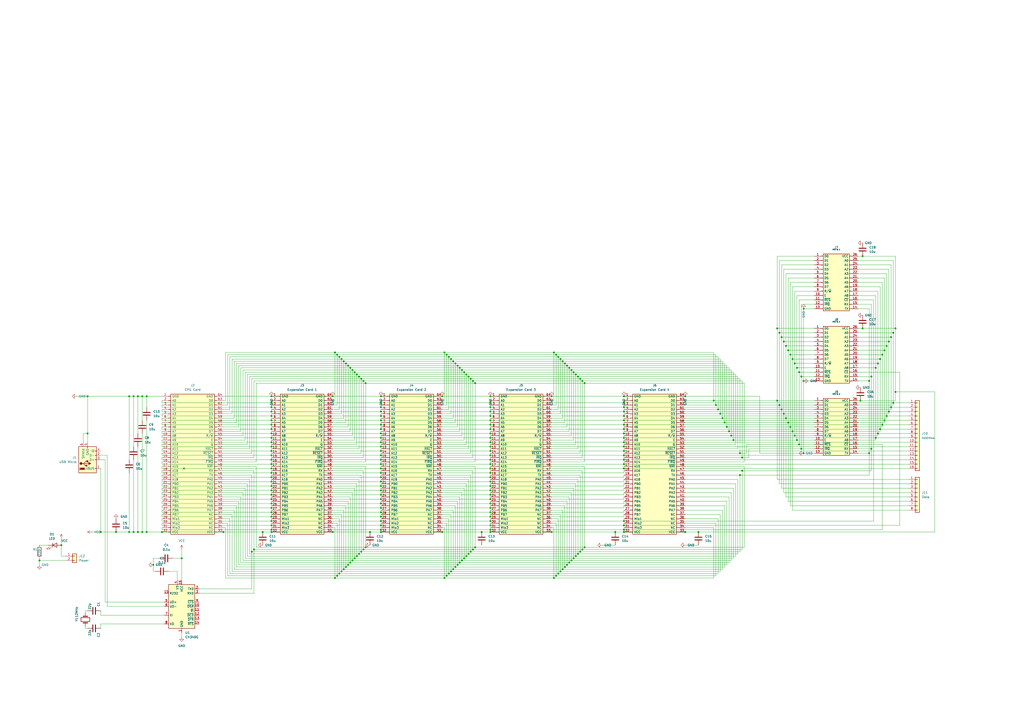
<source format=kicad_sch>
(kicad_sch (version 20230121) (generator eeschema)

  (uuid f411645f-851d-45d1-ac6c-f00309a13b8d)

  (paper "A2")

  (lib_symbols
    (symbol "Connector:USB_B_Micro" (pin_names (offset 1.016)) (in_bom yes) (on_board yes)
      (property "Reference" "J" (at -5.08 11.43 0)
        (effects (font (size 1.27 1.27)) (justify left))
      )
      (property "Value" "USB_B_Micro" (at -5.08 8.89 0)
        (effects (font (size 1.27 1.27)) (justify left))
      )
      (property "Footprint" "" (at 3.81 -1.27 0)
        (effects (font (size 1.27 1.27)) hide)
      )
      (property "Datasheet" "~" (at 3.81 -1.27 0)
        (effects (font (size 1.27 1.27)) hide)
      )
      (property "ki_keywords" "connector USB micro" (at 0 0 0)
        (effects (font (size 1.27 1.27)) hide)
      )
      (property "ki_description" "USB Micro Type B connector" (at 0 0 0)
        (effects (font (size 1.27 1.27)) hide)
      )
      (property "ki_fp_filters" "USB*" (at 0 0 0)
        (effects (font (size 1.27 1.27)) hide)
      )
      (symbol "USB_B_Micro_0_1"
        (rectangle (start -5.08 -7.62) (end 5.08 7.62)
          (stroke (width 0.254) (type default))
          (fill (type background))
        )
        (circle (center -3.81 2.159) (radius 0.635)
          (stroke (width 0.254) (type default))
          (fill (type outline))
        )
        (circle (center -0.635 3.429) (radius 0.381)
          (stroke (width 0.254) (type default))
          (fill (type outline))
        )
        (rectangle (start -0.127 -7.62) (end 0.127 -6.858)
          (stroke (width 0) (type default))
          (fill (type none))
        )
        (polyline
          (pts
            (xy -1.905 2.159)
            (xy 0.635 2.159)
          )
          (stroke (width 0.254) (type default))
          (fill (type none))
        )
        (polyline
          (pts
            (xy -3.175 2.159)
            (xy -2.54 2.159)
            (xy -1.27 3.429)
            (xy -0.635 3.429)
          )
          (stroke (width 0.254) (type default))
          (fill (type none))
        )
        (polyline
          (pts
            (xy -2.54 2.159)
            (xy -1.905 2.159)
            (xy -1.27 0.889)
            (xy 0 0.889)
          )
          (stroke (width 0.254) (type default))
          (fill (type none))
        )
        (polyline
          (pts
            (xy 0.635 2.794)
            (xy 0.635 1.524)
            (xy 1.905 2.159)
            (xy 0.635 2.794)
          )
          (stroke (width 0.254) (type default))
          (fill (type outline))
        )
        (polyline
          (pts
            (xy -4.318 5.588)
            (xy -1.778 5.588)
            (xy -2.032 4.826)
            (xy -4.064 4.826)
            (xy -4.318 5.588)
          )
          (stroke (width 0) (type default))
          (fill (type outline))
        )
        (polyline
          (pts
            (xy -4.699 5.842)
            (xy -4.699 5.588)
            (xy -4.445 4.826)
            (xy -4.445 4.572)
            (xy -1.651 4.572)
            (xy -1.651 4.826)
            (xy -1.397 5.588)
            (xy -1.397 5.842)
            (xy -4.699 5.842)
          )
          (stroke (width 0) (type default))
          (fill (type none))
        )
        (rectangle (start 0.254 1.27) (end -0.508 0.508)
          (stroke (width 0.254) (type default))
          (fill (type outline))
        )
        (rectangle (start 5.08 -5.207) (end 4.318 -4.953)
          (stroke (width 0) (type default))
          (fill (type none))
        )
        (rectangle (start 5.08 -2.667) (end 4.318 -2.413)
          (stroke (width 0) (type default))
          (fill (type none))
        )
        (rectangle (start 5.08 -0.127) (end 4.318 0.127)
          (stroke (width 0) (type default))
          (fill (type none))
        )
        (rectangle (start 5.08 4.953) (end 4.318 5.207)
          (stroke (width 0) (type default))
          (fill (type none))
        )
      )
      (symbol "USB_B_Micro_1_1"
        (pin power_out line (at 7.62 5.08 180) (length 2.54)
          (name "VBUS" (effects (font (size 1.27 1.27))))
          (number "1" (effects (font (size 1.27 1.27))))
        )
        (pin bidirectional line (at 7.62 -2.54 180) (length 2.54)
          (name "D-" (effects (font (size 1.27 1.27))))
          (number "2" (effects (font (size 1.27 1.27))))
        )
        (pin bidirectional line (at 7.62 0 180) (length 2.54)
          (name "D+" (effects (font (size 1.27 1.27))))
          (number "3" (effects (font (size 1.27 1.27))))
        )
        (pin passive line (at 7.62 -5.08 180) (length 2.54)
          (name "ID" (effects (font (size 1.27 1.27))))
          (number "4" (effects (font (size 1.27 1.27))))
        )
        (pin power_out line (at 0 -10.16 90) (length 2.54)
          (name "GND" (effects (font (size 1.27 1.27))))
          (number "5" (effects (font (size 1.27 1.27))))
        )
        (pin passive line (at -2.54 -10.16 90) (length 2.54)
          (name "Shield" (effects (font (size 1.27 1.27))))
          (number "6" (effects (font (size 1.27 1.27))))
        )
      )
    )
    (symbol "Connector_Generic:Conn_01x02" (pin_names (offset 1.016) hide) (in_bom yes) (on_board yes)
      (property "Reference" "J" (at 0 2.54 0)
        (effects (font (size 1.27 1.27)))
      )
      (property "Value" "Conn_01x02" (at 0 -5.08 0)
        (effects (font (size 1.27 1.27)))
      )
      (property "Footprint" "" (at 0 0 0)
        (effects (font (size 1.27 1.27)) hide)
      )
      (property "Datasheet" "~" (at 0 0 0)
        (effects (font (size 1.27 1.27)) hide)
      )
      (property "ki_keywords" "connector" (at 0 0 0)
        (effects (font (size 1.27 1.27)) hide)
      )
      (property "ki_description" "Generic connector, single row, 01x02, script generated (kicad-library-utils/schlib/autogen/connector/)" (at 0 0 0)
        (effects (font (size 1.27 1.27)) hide)
      )
      (property "ki_fp_filters" "Connector*:*_1x??_*" (at 0 0 0)
        (effects (font (size 1.27 1.27)) hide)
      )
      (symbol "Conn_01x02_1_1"
        (rectangle (start -1.27 -2.413) (end 0 -2.667)
          (stroke (width 0.1524) (type default))
          (fill (type none))
        )
        (rectangle (start -1.27 0.127) (end 0 -0.127)
          (stroke (width 0.1524) (type default))
          (fill (type none))
        )
        (rectangle (start -1.27 1.27) (end 1.27 -3.81)
          (stroke (width 0.254) (type default))
          (fill (type background))
        )
        (pin passive line (at -5.08 0 0) (length 3.81)
          (name "Pin_1" (effects (font (size 1.27 1.27))))
          (number "1" (effects (font (size 1.27 1.27))))
        )
        (pin passive line (at -5.08 -2.54 0) (length 3.81)
          (name "Pin_2" (effects (font (size 1.27 1.27))))
          (number "2" (effects (font (size 1.27 1.27))))
        )
      )
    )
    (symbol "Connector_Generic:Conn_01x08" (pin_names (offset 1.016) hide) (in_bom yes) (on_board yes)
      (property "Reference" "J" (at 0 10.16 0)
        (effects (font (size 1.27 1.27)))
      )
      (property "Value" "Conn_01x08" (at 0 -12.7 0)
        (effects (font (size 1.27 1.27)))
      )
      (property "Footprint" "" (at 0 0 0)
        (effects (font (size 1.27 1.27)) hide)
      )
      (property "Datasheet" "~" (at 0 0 0)
        (effects (font (size 1.27 1.27)) hide)
      )
      (property "ki_keywords" "connector" (at 0 0 0)
        (effects (font (size 1.27 1.27)) hide)
      )
      (property "ki_description" "Generic connector, single row, 01x08, script generated (kicad-library-utils/schlib/autogen/connector/)" (at 0 0 0)
        (effects (font (size 1.27 1.27)) hide)
      )
      (property "ki_fp_filters" "Connector*:*_1x??_*" (at 0 0 0)
        (effects (font (size 1.27 1.27)) hide)
      )
      (symbol "Conn_01x08_1_1"
        (rectangle (start -1.27 -10.033) (end 0 -10.287)
          (stroke (width 0.1524) (type default))
          (fill (type none))
        )
        (rectangle (start -1.27 -7.493) (end 0 -7.747)
          (stroke (width 0.1524) (type default))
          (fill (type none))
        )
        (rectangle (start -1.27 -4.953) (end 0 -5.207)
          (stroke (width 0.1524) (type default))
          (fill (type none))
        )
        (rectangle (start -1.27 -2.413) (end 0 -2.667)
          (stroke (width 0.1524) (type default))
          (fill (type none))
        )
        (rectangle (start -1.27 0.127) (end 0 -0.127)
          (stroke (width 0.1524) (type default))
          (fill (type none))
        )
        (rectangle (start -1.27 2.667) (end 0 2.413)
          (stroke (width 0.1524) (type default))
          (fill (type none))
        )
        (rectangle (start -1.27 5.207) (end 0 4.953)
          (stroke (width 0.1524) (type default))
          (fill (type none))
        )
        (rectangle (start -1.27 7.747) (end 0 7.493)
          (stroke (width 0.1524) (type default))
          (fill (type none))
        )
        (rectangle (start -1.27 8.89) (end 1.27 -11.43)
          (stroke (width 0.254) (type default))
          (fill (type background))
        )
        (pin passive line (at -5.08 7.62 0) (length 3.81)
          (name "Pin_1" (effects (font (size 1.27 1.27))))
          (number "1" (effects (font (size 1.27 1.27))))
        )
        (pin passive line (at -5.08 5.08 0) (length 3.81)
          (name "Pin_2" (effects (font (size 1.27 1.27))))
          (number "2" (effects (font (size 1.27 1.27))))
        )
        (pin passive line (at -5.08 2.54 0) (length 3.81)
          (name "Pin_3" (effects (font (size 1.27 1.27))))
          (number "3" (effects (font (size 1.27 1.27))))
        )
        (pin passive line (at -5.08 0 0) (length 3.81)
          (name "Pin_4" (effects (font (size 1.27 1.27))))
          (number "4" (effects (font (size 1.27 1.27))))
        )
        (pin passive line (at -5.08 -2.54 0) (length 3.81)
          (name "Pin_5" (effects (font (size 1.27 1.27))))
          (number "5" (effects (font (size 1.27 1.27))))
        )
        (pin passive line (at -5.08 -5.08 0) (length 3.81)
          (name "Pin_6" (effects (font (size 1.27 1.27))))
          (number "6" (effects (font (size 1.27 1.27))))
        )
        (pin passive line (at -5.08 -7.62 0) (length 3.81)
          (name "Pin_7" (effects (font (size 1.27 1.27))))
          (number "7" (effects (font (size 1.27 1.27))))
        )
        (pin passive line (at -5.08 -10.16 0) (length 3.81)
          (name "Pin_8" (effects (font (size 1.27 1.27))))
          (number "8" (effects (font (size 1.27 1.27))))
        )
      )
    )
    (symbol "Connector_Generic:Conn_01x16" (pin_names (offset 1.016) hide) (in_bom yes) (on_board yes)
      (property "Reference" "J" (at 0 20.32 0)
        (effects (font (size 1.27 1.27)))
      )
      (property "Value" "Conn_01x16" (at 0 -22.86 0)
        (effects (font (size 1.27 1.27)))
      )
      (property "Footprint" "" (at 0 0 0)
        (effects (font (size 1.27 1.27)) hide)
      )
      (property "Datasheet" "~" (at 0 0 0)
        (effects (font (size 1.27 1.27)) hide)
      )
      (property "ki_keywords" "connector" (at 0 0 0)
        (effects (font (size 1.27 1.27)) hide)
      )
      (property "ki_description" "Generic connector, single row, 01x16, script generated (kicad-library-utils/schlib/autogen/connector/)" (at 0 0 0)
        (effects (font (size 1.27 1.27)) hide)
      )
      (property "ki_fp_filters" "Connector*:*_1x??_*" (at 0 0 0)
        (effects (font (size 1.27 1.27)) hide)
      )
      (symbol "Conn_01x16_1_1"
        (rectangle (start -1.27 -20.193) (end 0 -20.447)
          (stroke (width 0.1524) (type default))
          (fill (type none))
        )
        (rectangle (start -1.27 -17.653) (end 0 -17.907)
          (stroke (width 0.1524) (type default))
          (fill (type none))
        )
        (rectangle (start -1.27 -15.113) (end 0 -15.367)
          (stroke (width 0.1524) (type default))
          (fill (type none))
        )
        (rectangle (start -1.27 -12.573) (end 0 -12.827)
          (stroke (width 0.1524) (type default))
          (fill (type none))
        )
        (rectangle (start -1.27 -10.033) (end 0 -10.287)
          (stroke (width 0.1524) (type default))
          (fill (type none))
        )
        (rectangle (start -1.27 -7.493) (end 0 -7.747)
          (stroke (width 0.1524) (type default))
          (fill (type none))
        )
        (rectangle (start -1.27 -4.953) (end 0 -5.207)
          (stroke (width 0.1524) (type default))
          (fill (type none))
        )
        (rectangle (start -1.27 -2.413) (end 0 -2.667)
          (stroke (width 0.1524) (type default))
          (fill (type none))
        )
        (rectangle (start -1.27 0.127) (end 0 -0.127)
          (stroke (width 0.1524) (type default))
          (fill (type none))
        )
        (rectangle (start -1.27 2.667) (end 0 2.413)
          (stroke (width 0.1524) (type default))
          (fill (type none))
        )
        (rectangle (start -1.27 5.207) (end 0 4.953)
          (stroke (width 0.1524) (type default))
          (fill (type none))
        )
        (rectangle (start -1.27 7.747) (end 0 7.493)
          (stroke (width 0.1524) (type default))
          (fill (type none))
        )
        (rectangle (start -1.27 10.287) (end 0 10.033)
          (stroke (width 0.1524) (type default))
          (fill (type none))
        )
        (rectangle (start -1.27 12.827) (end 0 12.573)
          (stroke (width 0.1524) (type default))
          (fill (type none))
        )
        (rectangle (start -1.27 15.367) (end 0 15.113)
          (stroke (width 0.1524) (type default))
          (fill (type none))
        )
        (rectangle (start -1.27 17.907) (end 0 17.653)
          (stroke (width 0.1524) (type default))
          (fill (type none))
        )
        (rectangle (start -1.27 19.05) (end 1.27 -21.59)
          (stroke (width 0.254) (type default))
          (fill (type background))
        )
        (pin passive line (at -5.08 17.78 0) (length 3.81)
          (name "Pin_1" (effects (font (size 1.27 1.27))))
          (number "1" (effects (font (size 1.27 1.27))))
        )
        (pin passive line (at -5.08 -5.08 0) (length 3.81)
          (name "Pin_10" (effects (font (size 1.27 1.27))))
          (number "10" (effects (font (size 1.27 1.27))))
        )
        (pin passive line (at -5.08 -7.62 0) (length 3.81)
          (name "Pin_11" (effects (font (size 1.27 1.27))))
          (number "11" (effects (font (size 1.27 1.27))))
        )
        (pin passive line (at -5.08 -10.16 0) (length 3.81)
          (name "Pin_12" (effects (font (size 1.27 1.27))))
          (number "12" (effects (font (size 1.27 1.27))))
        )
        (pin passive line (at -5.08 -12.7 0) (length 3.81)
          (name "Pin_13" (effects (font (size 1.27 1.27))))
          (number "13" (effects (font (size 1.27 1.27))))
        )
        (pin passive line (at -5.08 -15.24 0) (length 3.81)
          (name "Pin_14" (effects (font (size 1.27 1.27))))
          (number "14" (effects (font (size 1.27 1.27))))
        )
        (pin passive line (at -5.08 -17.78 0) (length 3.81)
          (name "Pin_15" (effects (font (size 1.27 1.27))))
          (number "15" (effects (font (size 1.27 1.27))))
        )
        (pin passive line (at -5.08 -20.32 0) (length 3.81)
          (name "Pin_16" (effects (font (size 1.27 1.27))))
          (number "16" (effects (font (size 1.27 1.27))))
        )
        (pin passive line (at -5.08 15.24 0) (length 3.81)
          (name "Pin_2" (effects (font (size 1.27 1.27))))
          (number "2" (effects (font (size 1.27 1.27))))
        )
        (pin passive line (at -5.08 12.7 0) (length 3.81)
          (name "Pin_3" (effects (font (size 1.27 1.27))))
          (number "3" (effects (font (size 1.27 1.27))))
        )
        (pin passive line (at -5.08 10.16 0) (length 3.81)
          (name "Pin_4" (effects (font (size 1.27 1.27))))
          (number "4" (effects (font (size 1.27 1.27))))
        )
        (pin passive line (at -5.08 7.62 0) (length 3.81)
          (name "Pin_5" (effects (font (size 1.27 1.27))))
          (number "5" (effects (font (size 1.27 1.27))))
        )
        (pin passive line (at -5.08 5.08 0) (length 3.81)
          (name "Pin_6" (effects (font (size 1.27 1.27))))
          (number "6" (effects (font (size 1.27 1.27))))
        )
        (pin passive line (at -5.08 2.54 0) (length 3.81)
          (name "Pin_7" (effects (font (size 1.27 1.27))))
          (number "7" (effects (font (size 1.27 1.27))))
        )
        (pin passive line (at -5.08 0 0) (length 3.81)
          (name "Pin_8" (effects (font (size 1.27 1.27))))
          (number "8" (effects (font (size 1.27 1.27))))
        )
        (pin passive line (at -5.08 -2.54 0) (length 3.81)
          (name "Pin_9" (effects (font (size 1.27 1.27))))
          (number "9" (effects (font (size 1.27 1.27))))
        )
      )
    )
    (symbol "Device:C" (pin_numbers hide) (pin_names (offset 0.254)) (in_bom yes) (on_board yes)
      (property "Reference" "C" (at 0.635 2.54 0)
        (effects (font (size 1.27 1.27)) (justify left))
      )
      (property "Value" "C" (at 0.635 -2.54 0)
        (effects (font (size 1.27 1.27)) (justify left))
      )
      (property "Footprint" "" (at 0.9652 -3.81 0)
        (effects (font (size 1.27 1.27)) hide)
      )
      (property "Datasheet" "~" (at 0 0 0)
        (effects (font (size 1.27 1.27)) hide)
      )
      (property "ki_keywords" "cap capacitor" (at 0 0 0)
        (effects (font (size 1.27 1.27)) hide)
      )
      (property "ki_description" "Unpolarized capacitor" (at 0 0 0)
        (effects (font (size 1.27 1.27)) hide)
      )
      (property "ki_fp_filters" "C_*" (at 0 0 0)
        (effects (font (size 1.27 1.27)) hide)
      )
      (symbol "C_0_1"
        (polyline
          (pts
            (xy -2.032 -0.762)
            (xy 2.032 -0.762)
          )
          (stroke (width 0.508) (type default))
          (fill (type none))
        )
        (polyline
          (pts
            (xy -2.032 0.762)
            (xy 2.032 0.762)
          )
          (stroke (width 0.508) (type default))
          (fill (type none))
        )
      )
      (symbol "C_1_1"
        (pin passive line (at 0 3.81 270) (length 2.794)
          (name "~" (effects (font (size 1.27 1.27))))
          (number "1" (effects (font (size 1.27 1.27))))
        )
        (pin passive line (at 0 -3.81 90) (length 2.794)
          (name "~" (effects (font (size 1.27 1.27))))
          (number "2" (effects (font (size 1.27 1.27))))
        )
      )
    )
    (symbol "Device:Crystal" (pin_numbers hide) (pin_names (offset 1.016) hide) (in_bom yes) (on_board yes)
      (property "Reference" "Y" (at 0 3.81 0)
        (effects (font (size 1.27 1.27)))
      )
      (property "Value" "Crystal" (at 0 -3.81 0)
        (effects (font (size 1.27 1.27)))
      )
      (property "Footprint" "" (at 0 0 0)
        (effects (font (size 1.27 1.27)) hide)
      )
      (property "Datasheet" "~" (at 0 0 0)
        (effects (font (size 1.27 1.27)) hide)
      )
      (property "ki_keywords" "quartz ceramic resonator oscillator" (at 0 0 0)
        (effects (font (size 1.27 1.27)) hide)
      )
      (property "ki_description" "Two pin crystal" (at 0 0 0)
        (effects (font (size 1.27 1.27)) hide)
      )
      (property "ki_fp_filters" "Crystal*" (at 0 0 0)
        (effects (font (size 1.27 1.27)) hide)
      )
      (symbol "Crystal_0_1"
        (rectangle (start -1.143 2.54) (end 1.143 -2.54)
          (stroke (width 0.3048) (type default))
          (fill (type none))
        )
        (polyline
          (pts
            (xy -2.54 0)
            (xy -1.905 0)
          )
          (stroke (width 0) (type default))
          (fill (type none))
        )
        (polyline
          (pts
            (xy -1.905 -1.27)
            (xy -1.905 1.27)
          )
          (stroke (width 0.508) (type default))
          (fill (type none))
        )
        (polyline
          (pts
            (xy 1.905 -1.27)
            (xy 1.905 1.27)
          )
          (stroke (width 0.508) (type default))
          (fill (type none))
        )
        (polyline
          (pts
            (xy 2.54 0)
            (xy 1.905 0)
          )
          (stroke (width 0) (type default))
          (fill (type none))
        )
      )
      (symbol "Crystal_1_1"
        (pin passive line (at -3.81 0 0) (length 1.27)
          (name "1" (effects (font (size 1.27 1.27))))
          (number "1" (effects (font (size 1.27 1.27))))
        )
        (pin passive line (at 3.81 0 180) (length 1.27)
          (name "2" (effects (font (size 1.27 1.27))))
          (number "2" (effects (font (size 1.27 1.27))))
        )
      )
    )
    (symbol "Device:LED" (pin_numbers hide) (pin_names (offset 1.016) hide) (in_bom yes) (on_board yes)
      (property "Reference" "D" (at 0 2.54 0)
        (effects (font (size 1.27 1.27)))
      )
      (property "Value" "LED" (at 0 -2.54 0)
        (effects (font (size 1.27 1.27)))
      )
      (property "Footprint" "" (at 0 0 0)
        (effects (font (size 1.27 1.27)) hide)
      )
      (property "Datasheet" "~" (at 0 0 0)
        (effects (font (size 1.27 1.27)) hide)
      )
      (property "ki_keywords" "LED diode" (at 0 0 0)
        (effects (font (size 1.27 1.27)) hide)
      )
      (property "ki_description" "Light emitting diode" (at 0 0 0)
        (effects (font (size 1.27 1.27)) hide)
      )
      (property "ki_fp_filters" "LED* LED_SMD:* LED_THT:*" (at 0 0 0)
        (effects (font (size 1.27 1.27)) hide)
      )
      (symbol "LED_0_1"
        (polyline
          (pts
            (xy -1.27 -1.27)
            (xy -1.27 1.27)
          )
          (stroke (width 0.254) (type default))
          (fill (type none))
        )
        (polyline
          (pts
            (xy -1.27 0)
            (xy 1.27 0)
          )
          (stroke (width 0) (type default))
          (fill (type none))
        )
        (polyline
          (pts
            (xy 1.27 -1.27)
            (xy 1.27 1.27)
            (xy -1.27 0)
            (xy 1.27 -1.27)
          )
          (stroke (width 0.254) (type default))
          (fill (type none))
        )
        (polyline
          (pts
            (xy -3.048 -0.762)
            (xy -4.572 -2.286)
            (xy -3.81 -2.286)
            (xy -4.572 -2.286)
            (xy -4.572 -1.524)
          )
          (stroke (width 0) (type default))
          (fill (type none))
        )
        (polyline
          (pts
            (xy -1.778 -0.762)
            (xy -3.302 -2.286)
            (xy -2.54 -2.286)
            (xy -3.302 -2.286)
            (xy -3.302 -1.524)
          )
          (stroke (width 0) (type default))
          (fill (type none))
        )
      )
      (symbol "LED_1_1"
        (pin passive line (at -3.81 0 0) (length 2.54)
          (name "K" (effects (font (size 1.27 1.27))))
          (number "1" (effects (font (size 1.27 1.27))))
        )
        (pin passive line (at 3.81 0 180) (length 2.54)
          (name "A" (effects (font (size 1.27 1.27))))
          (number "2" (effects (font (size 1.27 1.27))))
        )
      )
    )
    (symbol "Device:R" (pin_numbers hide) (pin_names (offset 0)) (in_bom yes) (on_board yes)
      (property "Reference" "R" (at 2.032 0 90)
        (effects (font (size 1.27 1.27)))
      )
      (property "Value" "R" (at 0 0 90)
        (effects (font (size 1.27 1.27)))
      )
      (property "Footprint" "" (at -1.778 0 90)
        (effects (font (size 1.27 1.27)) hide)
      )
      (property "Datasheet" "~" (at 0 0 0)
        (effects (font (size 1.27 1.27)) hide)
      )
      (property "ki_keywords" "R res resistor" (at 0 0 0)
        (effects (font (size 1.27 1.27)) hide)
      )
      (property "ki_description" "Resistor" (at 0 0 0)
        (effects (font (size 1.27 1.27)) hide)
      )
      (property "ki_fp_filters" "R_*" (at 0 0 0)
        (effects (font (size 1.27 1.27)) hide)
      )
      (symbol "R_0_1"
        (rectangle (start -1.016 -2.54) (end 1.016 2.54)
          (stroke (width 0.254) (type default))
          (fill (type none))
        )
      )
      (symbol "R_1_1"
        (pin passive line (at 0 3.81 270) (length 1.27)
          (name "~" (effects (font (size 1.27 1.27))))
          (number "1" (effects (font (size 1.27 1.27))))
        )
        (pin passive line (at 0 -3.81 90) (length 1.27)
          (name "~" (effects (font (size 1.27 1.27))))
          (number "2" (effects (font (size 1.27 1.27))))
        )
      )
    )
    (symbol "Interface_USB:CH340G" (in_bom yes) (on_board yes)
      (property "Reference" "U" (at -5.08 13.97 0)
        (effects (font (size 1.27 1.27)) (justify right))
      )
      (property "Value" "CH340G" (at 1.27 13.97 0)
        (effects (font (size 1.27 1.27)) (justify left))
      )
      (property "Footprint" "Package_SO:SOIC-16_3.9x9.9mm_P1.27mm" (at 1.27 -13.97 0)
        (effects (font (size 1.27 1.27)) (justify left) hide)
      )
      (property "Datasheet" "http://www.datasheet5.com/pdf-local-2195953" (at -8.89 20.32 0)
        (effects (font (size 1.27 1.27)) hide)
      )
      (property "ki_keywords" "USB UART Serial Converter Interface" (at 0 0 0)
        (effects (font (size 1.27 1.27)) hide)
      )
      (property "ki_description" "USB serial converter, UART, SOIC-16" (at 0 0 0)
        (effects (font (size 1.27 1.27)) hide)
      )
      (property "ki_fp_filters" "SOIC*3.9x9.9mm*P1.27mm*" (at 0 0 0)
        (effects (font (size 1.27 1.27)) hide)
      )
      (symbol "CH340G_0_1"
        (rectangle (start -7.62 12.7) (end 7.62 -12.7)
          (stroke (width 0.254) (type default))
          (fill (type background))
        )
      )
      (symbol "CH340G_1_1"
        (pin power_in line (at 0 -15.24 90) (length 2.54)
          (name "GND" (effects (font (size 1.27 1.27))))
          (number "1" (effects (font (size 1.27 1.27))))
        )
        (pin input line (at 10.16 0 180) (length 2.54)
          (name "~{DSR}" (effects (font (size 1.27 1.27))))
          (number "10" (effects (font (size 1.27 1.27))))
        )
        (pin input line (at 10.16 -2.54 180) (length 2.54)
          (name "~{RI}" (effects (font (size 1.27 1.27))))
          (number "11" (effects (font (size 1.27 1.27))))
        )
        (pin input line (at 10.16 -5.08 180) (length 2.54)
          (name "~{DCD}" (effects (font (size 1.27 1.27))))
          (number "12" (effects (font (size 1.27 1.27))))
        )
        (pin output line (at 10.16 -7.62 180) (length 2.54)
          (name "~{DTR}" (effects (font (size 1.27 1.27))))
          (number "13" (effects (font (size 1.27 1.27))))
        )
        (pin output line (at 10.16 -10.16 180) (length 2.54)
          (name "~{RTS}" (effects (font (size 1.27 1.27))))
          (number "14" (effects (font (size 1.27 1.27))))
        )
        (pin input line (at -10.16 7.62 0) (length 2.54)
          (name "R232" (effects (font (size 1.27 1.27))))
          (number "15" (effects (font (size 1.27 1.27))))
        )
        (pin power_in line (at 0 15.24 270) (length 2.54)
          (name "VCC" (effects (font (size 1.27 1.27))))
          (number "16" (effects (font (size 1.27 1.27))))
        )
        (pin output line (at 10.16 10.16 180) (length 2.54)
          (name "TXD" (effects (font (size 1.27 1.27))))
          (number "2" (effects (font (size 1.27 1.27))))
        )
        (pin input line (at 10.16 7.62 180) (length 2.54)
          (name "RXD" (effects (font (size 1.27 1.27))))
          (number "3" (effects (font (size 1.27 1.27))))
        )
        (pin passive line (at -2.54 15.24 270) (length 2.54)
          (name "V3" (effects (font (size 1.27 1.27))))
          (number "4" (effects (font (size 1.27 1.27))))
        )
        (pin bidirectional line (at -10.16 2.54 0) (length 2.54)
          (name "UD+" (effects (font (size 1.27 1.27))))
          (number "5" (effects (font (size 1.27 1.27))))
        )
        (pin bidirectional line (at -10.16 0 0) (length 2.54)
          (name "UD-" (effects (font (size 1.27 1.27))))
          (number "6" (effects (font (size 1.27 1.27))))
        )
        (pin input line (at -10.16 -5.08 0) (length 2.54)
          (name "XI" (effects (font (size 1.27 1.27))))
          (number "7" (effects (font (size 1.27 1.27))))
        )
        (pin output line (at -10.16 -10.16 0) (length 2.54)
          (name "XO" (effects (font (size 1.27 1.27))))
          (number "8" (effects (font (size 1.27 1.27))))
        )
        (pin input line (at 10.16 2.54 180) (length 2.54)
          (name "~{CTS}" (effects (font (size 1.27 1.27))))
          (number "9" (effects (font (size 1.27 1.27))))
        )
      )
    )
    (symbol "card_bus_2_32:Mini_IO_2x13" (pin_names (offset 1.778)) (in_bom yes) (on_board yes)
      (property "Reference" "J" (at 7.62 0 0)
        (effects (font (size 1.27 1.27)))
      )
      (property "Value" "Mini_IO_2x13" (at 6.35 15.24 0)
        (effects (font (size 0.635 0.635)))
      )
      (property "Footprint" "" (at 0 0 0)
        (effects (font (size 1.27 1.27)) hide)
      )
      (property "Datasheet" "~" (at 0 0 0)
        (effects (font (size 1.27 1.27)) hide)
      )
      (property "ki_keywords" "connector" (at 0 0 0)
        (effects (font (size 1.27 1.27)) hide)
      )
      (property "ki_fp_filters" "Connector*:*_2x??_*" (at 0 0 0)
        (effects (font (size 1.27 1.27)) hide)
      )
      (symbol "Mini_IO_2x13_1_1"
        (rectangle (start -1.27 -15.113) (end 0 -15.367)
          (stroke (width 0.1524) (type default))
          (fill (type none))
        )
        (rectangle (start -1.27 -12.573) (end 0 -12.827)
          (stroke (width 0.1524) (type default))
          (fill (type none))
        )
        (rectangle (start -1.27 -10.033) (end 0 -10.287)
          (stroke (width 0.1524) (type default))
          (fill (type none))
        )
        (rectangle (start -1.27 -7.493) (end 0 -7.747)
          (stroke (width 0.1524) (type default))
          (fill (type none))
        )
        (rectangle (start -1.27 -4.953) (end 0 -5.207)
          (stroke (width 0.1524) (type default))
          (fill (type none))
        )
        (rectangle (start -1.27 -2.413) (end 0 -2.667)
          (stroke (width 0.1524) (type default))
          (fill (type none))
        )
        (rectangle (start -1.27 0.127) (end 0 -0.127)
          (stroke (width 0.1524) (type default))
          (fill (type none))
        )
        (rectangle (start -1.27 2.667) (end 0 2.413)
          (stroke (width 0.1524) (type default))
          (fill (type none))
        )
        (rectangle (start -1.27 5.207) (end 0 4.953)
          (stroke (width 0.1524) (type default))
          (fill (type none))
        )
        (rectangle (start -1.27 7.747) (end 0 7.493)
          (stroke (width 0.1524) (type default))
          (fill (type none))
        )
        (rectangle (start -1.27 10.287) (end 0 10.033)
          (stroke (width 0.1524) (type default))
          (fill (type none))
        )
        (rectangle (start -1.27 12.827) (end 0 12.573)
          (stroke (width 0.1524) (type default))
          (fill (type none))
        )
        (rectangle (start -1.27 15.367) (end 0 15.113)
          (stroke (width 0.1524) (type default))
          (fill (type none))
        )
        (rectangle (start 0 16.51) (end 15.24 -16.51)
          (stroke (width 0.254) (type default))
          (fill (type background))
        )
        (rectangle (start 16.51 -15.113) (end 15.24 -15.367)
          (stroke (width 0.1524) (type default))
          (fill (type none))
        )
        (rectangle (start 16.51 -12.573) (end 15.24 -12.827)
          (stroke (width 0.1524) (type default))
          (fill (type none))
        )
        (rectangle (start 16.51 -10.033) (end 15.24 -10.287)
          (stroke (width 0.1524) (type default))
          (fill (type none))
        )
        (rectangle (start 16.51 -7.493) (end 15.24 -7.747)
          (stroke (width 0.1524) (type default))
          (fill (type none))
        )
        (rectangle (start 16.51 -4.953) (end 15.24 -5.207)
          (stroke (width 0.1524) (type default))
          (fill (type none))
        )
        (rectangle (start 16.51 -2.413) (end 15.24 -2.667)
          (stroke (width 0.1524) (type default))
          (fill (type none))
        )
        (rectangle (start 16.51 0.127) (end 15.24 -0.127)
          (stroke (width 0.1524) (type default))
          (fill (type none))
        )
        (rectangle (start 16.51 2.667) (end 15.24 2.413)
          (stroke (width 0.1524) (type default))
          (fill (type none))
        )
        (rectangle (start 16.51 5.207) (end 15.24 4.953)
          (stroke (width 0.1524) (type default))
          (fill (type none))
        )
        (rectangle (start 16.51 7.747) (end 15.24 7.493)
          (stroke (width 0.1524) (type default))
          (fill (type none))
        )
        (rectangle (start 16.51 10.287) (end 15.24 10.033)
          (stroke (width 0.1524) (type default))
          (fill (type none))
        )
        (rectangle (start 16.51 12.827) (end 15.24 12.573)
          (stroke (width 0.1524) (type default))
          (fill (type none))
        )
        (rectangle (start 16.51 15.367) (end 15.24 15.113)
          (stroke (width 0.1524) (type default))
          (fill (type none))
        )
        (pin passive line (at -5.08 15.24 0) (length 3.81)
          (name "D0" (effects (font (size 1.27 1.27))))
          (number "1" (effects (font (size 1.27 1.27))))
        )
        (pin passive line (at -5.08 -7.62 0) (length 3.81)
          (name "E" (effects (font (size 1.27 1.27))))
          (number "10" (effects (font (size 1.27 1.27))))
        )
        (pin passive line (at -5.08 -10.16 0) (length 3.81)
          (name "~{RES}" (effects (font (size 1.27 1.27))))
          (number "11" (effects (font (size 1.27 1.27))))
        )
        (pin passive line (at -5.08 -12.7 0) (length 3.81)
          (name "~{IRQ}" (effects (font (size 1.27 1.27))))
          (number "12" (effects (font (size 1.27 1.27))))
        )
        (pin passive line (at -5.08 -15.24 0) (length 3.81)
          (name "GND" (effects (font (size 1.27 1.27))))
          (number "13" (effects (font (size 1.27 1.27))))
        )
        (pin passive line (at 20.32 -15.24 180) (length 3.81)
          (name "TX" (effects (font (size 1.27 1.27))))
          (number "14" (effects (font (size 1.27 1.27))))
        )
        (pin passive line (at 20.32 -12.7 180) (length 3.81)
          (name "RX" (effects (font (size 1.27 1.27))))
          (number "15" (effects (font (size 1.27 1.27))))
        )
        (pin passive line (at 20.32 -10.16 180) (length 3.81)
          (name "~{CE}" (effects (font (size 1.27 1.27))))
          (number "16" (effects (font (size 1.27 1.27))))
        )
        (pin passive line (at 20.32 -7.62 180) (length 3.81)
          (name "A8" (effects (font (size 1.27 1.27))))
          (number "17" (effects (font (size 1.27 1.27))))
        )
        (pin passive line (at 20.32 -5.08 180) (length 3.81)
          (name "A7" (effects (font (size 1.27 1.27))))
          (number "18" (effects (font (size 1.27 1.27))))
        )
        (pin passive line (at 20.32 -2.54 180) (length 3.81)
          (name "A6" (effects (font (size 1.27 1.27))))
          (number "19" (effects (font (size 1.27 1.27))))
        )
        (pin passive line (at -5.08 12.7 0) (length 3.81)
          (name "D1" (effects (font (size 1.27 1.27))))
          (number "2" (effects (font (size 1.27 1.27))))
        )
        (pin passive line (at 20.32 0 180) (length 3.81)
          (name "A5" (effects (font (size 1.27 1.27))))
          (number "20" (effects (font (size 1.27 1.27))))
        )
        (pin passive line (at 20.32 2.54 180) (length 3.81)
          (name "A4" (effects (font (size 1.27 1.27))))
          (number "21" (effects (font (size 1.27 1.27))))
        )
        (pin passive line (at 20.32 5.08 180) (length 3.81)
          (name "A3" (effects (font (size 1.27 1.27))))
          (number "22" (effects (font (size 1.27 1.27))))
        )
        (pin passive line (at 20.32 7.62 180) (length 3.81)
          (name "A2" (effects (font (size 1.27 1.27))))
          (number "23" (effects (font (size 1.27 1.27))))
        )
        (pin passive line (at 20.32 10.16 180) (length 3.81)
          (name "A1" (effects (font (size 1.27 1.27))))
          (number "24" (effects (font (size 1.27 1.27))))
        )
        (pin passive line (at 20.32 12.7 180) (length 3.81)
          (name "A0" (effects (font (size 1.27 1.27))))
          (number "25" (effects (font (size 1.27 1.27))))
        )
        (pin passive line (at 20.32 15.24 180) (length 3.81)
          (name "VCC" (effects (font (size 1.27 1.27))))
          (number "26" (effects (font (size 1.27 1.27))))
        )
        (pin passive line (at -5.08 10.16 0) (length 3.81)
          (name "D2" (effects (font (size 1.27 1.27))))
          (number "3" (effects (font (size 1.27 1.27))))
        )
        (pin passive line (at -5.08 7.62 0) (length 3.81)
          (name "D3" (effects (font (size 1.27 1.27))))
          (number "4" (effects (font (size 1.27 1.27))))
        )
        (pin passive line (at -5.08 5.08 0) (length 3.81)
          (name "D4" (effects (font (size 1.27 1.27))))
          (number "5" (effects (font (size 1.27 1.27))))
        )
        (pin passive line (at -5.08 2.54 0) (length 3.81)
          (name "D5" (effects (font (size 1.27 1.27))))
          (number "6" (effects (font (size 1.27 1.27))))
        )
        (pin passive line (at -5.08 0 0) (length 3.81)
          (name "D6" (effects (font (size 1.27 1.27))))
          (number "7" (effects (font (size 1.27 1.27))))
        )
        (pin passive line (at -5.08 -2.54 0) (length 3.81)
          (name "D7" (effects (font (size 1.27 1.27))))
          (number "8" (effects (font (size 1.27 1.27))))
        )
        (pin passive line (at -5.08 -5.08 0) (length 3.81)
          (name "R/~{W}" (effects (font (size 1.27 1.27))))
          (number "9" (effects (font (size 1.27 1.27))))
        )
      )
    )
    (symbol "card_bus_2_32:card_bus_2_32" (pin_names (offset 2)) (in_bom yes) (on_board yes)
      (property "Reference" "J" (at 1.27 40.64 0)
        (effects (font (size 1.27 1.27)))
      )
      (property "Value" "card_bus_2_32" (at 20.32 -49.53 0)
        (effects (font (size 1.27 1.27)))
      )
      (property "Footprint" "card_bus_2_32:PinSocket_2x32_P2.54mm_Vertical" (at 10.16 50.8 0)
        (effects (font (size 1.27 1.27)) hide)
      )
      (property "Datasheet" "~" (at 0 0 0)
        (effects (font (size 1.27 1.27)) hide)
      )
      (property "ki_keywords" "connector" (at 0 0 0)
        (effects (font (size 1.27 1.27)) hide)
      )
      (property "ki_description" "DIN41612 connector, double row (AB), 02x32, script generated (kicad-library-utils/schlib/autogen/connector/)" (at 0 0 0)
        (effects (font (size 1.27 1.27)) hide)
      )
      (property "ki_fp_filters" "DIN41612*2x*" (at 0 0 0)
        (effects (font (size 1.27 1.27)) hide)
      )
      (symbol "card_bus_2_32_1_1"
        (rectangle (start -1.27 -40.513) (end 0 -40.767)
          (stroke (width 0.1524) (type default))
          (fill (type none))
        )
        (rectangle (start -1.27 -37.973) (end 0 -38.227)
          (stroke (width 0.1524) (type default))
          (fill (type none))
        )
        (rectangle (start -1.27 -35.433) (end 0 -35.687)
          (stroke (width 0.1524) (type default))
          (fill (type none))
        )
        (rectangle (start -1.27 -32.893) (end 0 -33.147)
          (stroke (width 0.1524) (type default))
          (fill (type none))
        )
        (rectangle (start -1.27 -30.353) (end 0 -30.607)
          (stroke (width 0.1524) (type default))
          (fill (type none))
        )
        (rectangle (start -1.27 -27.813) (end 0 -28.067)
          (stroke (width 0.1524) (type default))
          (fill (type none))
        )
        (rectangle (start -1.27 -25.273) (end 0 -25.527)
          (stroke (width 0.1524) (type default))
          (fill (type none))
        )
        (rectangle (start -1.27 -22.733) (end 0 -22.987)
          (stroke (width 0.1524) (type default))
          (fill (type none))
        )
        (rectangle (start -1.27 -20.193) (end 0 -20.447)
          (stroke (width 0.1524) (type default))
          (fill (type none))
        )
        (rectangle (start -1.27 -17.653) (end 0 -17.907)
          (stroke (width 0.1524) (type default))
          (fill (type none))
        )
        (rectangle (start -1.27 -15.113) (end 0 -15.367)
          (stroke (width 0.1524) (type default))
          (fill (type none))
        )
        (rectangle (start -1.27 -12.573) (end 0 -12.827)
          (stroke (width 0.1524) (type default))
          (fill (type none))
        )
        (rectangle (start -1.27 -10.033) (end 0 -10.287)
          (stroke (width 0.1524) (type default))
          (fill (type none))
        )
        (rectangle (start -1.27 -7.493) (end 0 -7.747)
          (stroke (width 0.1524) (type default))
          (fill (type none))
        )
        (rectangle (start -1.27 -4.953) (end 0 -5.207)
          (stroke (width 0.1524) (type default))
          (fill (type none))
        )
        (rectangle (start -1.27 -2.413) (end 0 -2.667)
          (stroke (width 0.1524) (type default))
          (fill (type none))
        )
        (rectangle (start -1.27 0.127) (end 0 -0.127)
          (stroke (width 0.1524) (type default))
          (fill (type none))
        )
        (rectangle (start -1.27 2.667) (end 0 2.413)
          (stroke (width 0.1524) (type default))
          (fill (type none))
        )
        (rectangle (start -1.27 5.207) (end 0 4.953)
          (stroke (width 0.1524) (type default))
          (fill (type none))
        )
        (rectangle (start -1.27 7.747) (end 0 7.493)
          (stroke (width 0.1524) (type default))
          (fill (type none))
        )
        (rectangle (start -1.27 10.287) (end 0 10.033)
          (stroke (width 0.1524) (type default))
          (fill (type none))
        )
        (rectangle (start -1.27 12.827) (end 0 12.573)
          (stroke (width 0.1524) (type default))
          (fill (type none))
        )
        (rectangle (start -1.27 15.367) (end 0 15.113)
          (stroke (width 0.1524) (type default))
          (fill (type none))
        )
        (rectangle (start -1.27 17.907) (end 0 17.653)
          (stroke (width 0.1524) (type default))
          (fill (type none))
        )
        (rectangle (start -1.27 20.447) (end 0 20.193)
          (stroke (width 0.1524) (type default))
          (fill (type none))
        )
        (rectangle (start -1.27 22.987) (end 0 22.733)
          (stroke (width 0.1524) (type default))
          (fill (type none))
        )
        (rectangle (start -1.27 25.527) (end 0 25.273)
          (stroke (width 0.1524) (type default))
          (fill (type none))
        )
        (rectangle (start -1.27 28.067) (end 0 27.813)
          (stroke (width 0.1524) (type default))
          (fill (type none))
        )
        (rectangle (start -1.27 30.607) (end 0 30.353)
          (stroke (width 0.1524) (type default))
          (fill (type none))
        )
        (rectangle (start -1.27 33.147) (end 0 32.893)
          (stroke (width 0.1524) (type default))
          (fill (type none))
        )
        (rectangle (start -1.27 35.687) (end 0 35.433)
          (stroke (width 0.1524) (type default))
          (fill (type none))
        )
        (rectangle (start -1.27 38.227) (end 0 37.973)
          (stroke (width 0.1524) (type default))
          (fill (type none))
        )
        (rectangle (start 0 39.37) (end 25.4 -41.91)
          (stroke (width 0.254) (type default))
          (fill (type background))
        )
        (rectangle (start 25.4 -40.513) (end 26.67 -40.767)
          (stroke (width 0.1524) (type default))
          (fill (type none))
        )
        (rectangle (start 25.4 -37.973) (end 26.67 -38.227)
          (stroke (width 0.1524) (type default))
          (fill (type none))
        )
        (rectangle (start 25.4 -35.433) (end 26.67 -35.687)
          (stroke (width 0.1524) (type default))
          (fill (type none))
        )
        (rectangle (start 25.4 -32.893) (end 26.67 -33.147)
          (stroke (width 0.1524) (type default))
          (fill (type none))
        )
        (rectangle (start 25.4 -30.353) (end 26.67 -30.607)
          (stroke (width 0.1524) (type default))
          (fill (type none))
        )
        (rectangle (start 25.4 -27.813) (end 26.67 -28.067)
          (stroke (width 0.1524) (type default))
          (fill (type none))
        )
        (rectangle (start 25.4 -25.273) (end 26.67 -25.527)
          (stroke (width 0.1524) (type default))
          (fill (type none))
        )
        (rectangle (start 25.4 -22.733) (end 26.67 -22.987)
          (stroke (width 0.1524) (type default))
          (fill (type none))
        )
        (rectangle (start 25.4 -20.193) (end 26.67 -20.447)
          (stroke (width 0.1524) (type default))
          (fill (type none))
        )
        (rectangle (start 25.4 -17.653) (end 26.67 -17.907)
          (stroke (width 0.1524) (type default))
          (fill (type none))
        )
        (rectangle (start 25.4 -15.113) (end 26.67 -15.367)
          (stroke (width 0.1524) (type default))
          (fill (type none))
        )
        (rectangle (start 25.4 -12.573) (end 26.67 -12.827)
          (stroke (width 0.1524) (type default))
          (fill (type none))
        )
        (rectangle (start 25.4 -10.033) (end 26.67 -10.287)
          (stroke (width 0.1524) (type default))
          (fill (type none))
        )
        (rectangle (start 25.4 -7.493) (end 26.67 -7.747)
          (stroke (width 0.1524) (type default))
          (fill (type none))
        )
        (rectangle (start 25.4 -4.953) (end 26.67 -5.207)
          (stroke (width 0.1524) (type default))
          (fill (type none))
        )
        (rectangle (start 25.4 -2.413) (end 26.67 -2.667)
          (stroke (width 0.1524) (type default))
          (fill (type none))
        )
        (rectangle (start 25.4 0.127) (end 26.67 -0.127)
          (stroke (width 0.1524) (type default))
          (fill (type none))
        )
        (rectangle (start 25.4 2.667) (end 26.67 2.413)
          (stroke (width 0.1524) (type default))
          (fill (type none))
        )
        (rectangle (start 25.4 5.207) (end 26.67 4.953)
          (stroke (width 0.1524) (type default))
          (fill (type none))
        )
        (rectangle (start 25.4 7.747) (end 26.67 7.493)
          (stroke (width 0.1524) (type default))
          (fill (type none))
        )
        (rectangle (start 25.4 10.287) (end 26.67 10.033)
          (stroke (width 0.1524) (type default))
          (fill (type none))
        )
        (rectangle (start 25.4 12.827) (end 26.67 12.573)
          (stroke (width 0.1524) (type default))
          (fill (type none))
        )
        (rectangle (start 25.4 15.367) (end 26.67 15.113)
          (stroke (width 0.1524) (type default))
          (fill (type none))
        )
        (rectangle (start 25.4 17.907) (end 26.67 17.653)
          (stroke (width 0.1524) (type default))
          (fill (type none))
        )
        (rectangle (start 25.4 20.447) (end 26.67 20.193)
          (stroke (width 0.1524) (type default))
          (fill (type none))
        )
        (rectangle (start 25.4 22.987) (end 26.67 22.733)
          (stroke (width 0.1524) (type default))
          (fill (type none))
        )
        (rectangle (start 25.4 25.527) (end 26.67 25.273)
          (stroke (width 0.1524) (type default))
          (fill (type none))
        )
        (rectangle (start 25.4 28.067) (end 26.67 27.813)
          (stroke (width 0.1524) (type default))
          (fill (type none))
        )
        (rectangle (start 25.4 30.607) (end 26.67 30.353)
          (stroke (width 0.1524) (type default))
          (fill (type none))
        )
        (rectangle (start 25.4 33.147) (end 26.67 32.893)
          (stroke (width 0.1524) (type default))
          (fill (type none))
        )
        (rectangle (start 25.4 35.687) (end 26.67 35.433)
          (stroke (width 0.1524) (type default))
          (fill (type none))
        )
        (rectangle (start 25.4 38.227) (end 26.67 37.973)
          (stroke (width 0.1524) (type default))
          (fill (type none))
        )
        (pin power_in line (at -5.08 38.1 0) (length 3.81)
          (name "GND" (effects (font (size 1.27 1.27))))
          (number "1" (effects (font (size 1.27 1.27))))
        )
        (pin output line (at -5.08 15.24 0) (length 3.81)
          (name "A8" (effects (font (size 1.27 1.27))))
          (number "10" (effects (font (size 1.27 1.27))))
        )
        (pin output line (at -5.08 12.7 0) (length 3.81)
          (name "A9" (effects (font (size 1.27 1.27))))
          (number "11" (effects (font (size 1.27 1.27))))
        )
        (pin output line (at -5.08 10.16 0) (length 3.81)
          (name "A10" (effects (font (size 1.27 1.27))))
          (number "12" (effects (font (size 1.27 1.27))))
        )
        (pin output line (at -5.08 7.62 0) (length 3.81)
          (name "A11" (effects (font (size 1.27 1.27))))
          (number "13" (effects (font (size 1.27 1.27))))
        )
        (pin output line (at -5.08 5.08 0) (length 3.81)
          (name "A12" (effects (font (size 1.27 1.27))))
          (number "14" (effects (font (size 1.27 1.27))))
        )
        (pin output line (at -5.08 2.54 0) (length 3.81)
          (name "A13" (effects (font (size 1.27 1.27))))
          (number "15" (effects (font (size 1.27 1.27))))
        )
        (pin output line (at -5.08 0 0) (length 3.81)
          (name "A14" (effects (font (size 1.27 1.27))))
          (number "16" (effects (font (size 1.27 1.27))))
        )
        (pin output line (at -5.08 -2.54 0) (length 3.81)
          (name "A15" (effects (font (size 1.27 1.27))))
          (number "17" (effects (font (size 1.27 1.27))))
        )
        (pin output line (at -5.08 -5.08 0) (length 3.81)
          (name "A16" (effects (font (size 1.27 1.27))))
          (number "18" (effects (font (size 1.27 1.27))))
        )
        (pin output line (at -5.08 -7.62 0) (length 3.81)
          (name "A17" (effects (font (size 1.27 1.27))))
          (number "19" (effects (font (size 1.27 1.27))))
        )
        (pin output line (at -5.08 35.56 0) (length 3.81)
          (name "A0" (effects (font (size 1.27 1.27))))
          (number "2" (effects (font (size 1.27 1.27))))
        )
        (pin output line (at -5.08 -10.16 0) (length 3.81)
          (name "A18" (effects (font (size 1.27 1.27))))
          (number "20" (effects (font (size 1.27 1.27))))
        )
        (pin bidirectional line (at -5.08 -12.7 0) (length 3.81)
          (name "PB0" (effects (font (size 1.27 1.27))))
          (number "21" (effects (font (size 1.27 1.27))))
        )
        (pin bidirectional line (at -5.08 -15.24 0) (length 3.81)
          (name "PB1" (effects (font (size 1.27 1.27))))
          (number "22" (effects (font (size 1.27 1.27))))
        )
        (pin bidirectional line (at -5.08 -17.78 0) (length 3.81)
          (name "PB2" (effects (font (size 1.27 1.27))))
          (number "23" (effects (font (size 1.27 1.27))))
        )
        (pin bidirectional line (at -5.08 -20.32 0) (length 3.81)
          (name "PB3" (effects (font (size 1.27 1.27))))
          (number "24" (effects (font (size 1.27 1.27))))
        )
        (pin bidirectional line (at -5.08 -22.86 0) (length 3.81)
          (name "PB4" (effects (font (size 1.27 1.27))))
          (number "25" (effects (font (size 1.27 1.27))))
        )
        (pin bidirectional line (at -5.08 -25.4 0) (length 3.81)
          (name "PB5" (effects (font (size 1.27 1.27))))
          (number "26" (effects (font (size 1.27 1.27))))
        )
        (pin bidirectional line (at -5.08 -27.94 0) (length 3.81)
          (name "PB6" (effects (font (size 1.27 1.27))))
          (number "27" (effects (font (size 1.27 1.27))))
        )
        (pin bidirectional line (at -5.08 -30.48 0) (length 3.81)
          (name "PB7" (effects (font (size 1.27 1.27))))
          (number "28" (effects (font (size 1.27 1.27))))
        )
        (pin tri_state line (at -5.08 -33.02 0) (length 3.81)
          (name "MIo1" (effects (font (size 1.27 1.27))))
          (number "29" (effects (font (size 1.27 1.27))))
        )
        (pin output line (at -5.08 33.02 0) (length 3.81)
          (name "A1" (effects (font (size 1.27 1.27))))
          (number "3" (effects (font (size 1.27 1.27))))
        )
        (pin tri_state line (at -5.08 -35.56 0) (length 3.81)
          (name "MIo2" (effects (font (size 1.27 1.27))))
          (number "30" (effects (font (size 1.27 1.27))))
        )
        (pin tri_state line (at -5.08 -38.1 0) (length 3.81)
          (name "MIo3" (effects (font (size 1.27 1.27))))
          (number "31" (effects (font (size 1.27 1.27))))
        )
        (pin power_in line (at -5.08 -40.64 0) (length 3.81)
          (name "VCC" (effects (font (size 1.27 1.27))))
          (number "32" (effects (font (size 1.27 1.27))))
        )
        (pin power_in line (at 30.48 -40.64 180) (length 3.81)
          (name "VCC" (effects (font (size 1.27 1.27))))
          (number "33" (effects (font (size 1.27 1.27))))
        )
        (pin unspecified line (at 30.48 -38.1 180) (length 3.81)
          (name "NC" (effects (font (size 1.27 1.27))))
          (number "34" (effects (font (size 1.27 1.27))))
        )
        (pin unspecified line (at 30.48 -35.56 180) (length 3.81)
          (name "NC" (effects (font (size 1.27 1.27))))
          (number "35" (effects (font (size 1.27 1.27))))
        )
        (pin unspecified line (at 30.48 -33.02 180) (length 3.81)
          (name "NC" (effects (font (size 1.27 1.27))))
          (number "36" (effects (font (size 1.27 1.27))))
        )
        (pin unspecified line (at 30.48 -30.48 180) (length 3.81)
          (name "NC" (effects (font (size 1.27 1.27))))
          (number "37" (effects (font (size 1.27 1.27))))
        )
        (pin bidirectional line (at 30.48 -27.94 180) (length 3.81)
          (name "PA7" (effects (font (size 1.27 1.27))))
          (number "38" (effects (font (size 1.27 1.27))))
        )
        (pin bidirectional line (at 30.48 -25.4 180) (length 3.81)
          (name "PA6" (effects (font (size 1.27 1.27))))
          (number "39" (effects (font (size 1.27 1.27))))
        )
        (pin output line (at -5.08 30.48 0) (length 3.81)
          (name "A2" (effects (font (size 1.27 1.27))))
          (number "4" (effects (font (size 1.27 1.27))))
        )
        (pin bidirectional line (at 30.48 -22.86 180) (length 3.81)
          (name "PA5" (effects (font (size 1.27 1.27))))
          (number "40" (effects (font (size 1.27 1.27))))
        )
        (pin bidirectional line (at 30.48 -20.32 180) (length 3.81)
          (name "PA4" (effects (font (size 1.27 1.27))))
          (number "41" (effects (font (size 1.27 1.27))))
        )
        (pin bidirectional line (at 30.48 -17.78 180) (length 3.81)
          (name "PA3" (effects (font (size 1.27 1.27))))
          (number "42" (effects (font (size 1.27 1.27))))
        )
        (pin bidirectional line (at 30.48 -15.24 180) (length 3.81)
          (name "PA2" (effects (font (size 1.27 1.27))))
          (number "43" (effects (font (size 1.27 1.27))))
        )
        (pin bidirectional line (at 30.48 -12.7 180) (length 3.81)
          (name "PA1" (effects (font (size 1.27 1.27))))
          (number "44" (effects (font (size 1.27 1.27))))
        )
        (pin bidirectional line (at 30.48 -10.16 180) (length 3.81)
          (name "PA0" (effects (font (size 1.27 1.27))))
          (number "45" (effects (font (size 1.27 1.27))))
        )
        (pin output line (at 30.48 -7.62 180) (length 3.81)
          (name "TX" (effects (font (size 1.27 1.27))))
          (number "46" (effects (font (size 1.27 1.27))))
        )
        (pin input line (at 30.48 -5.08 180) (length 3.81)
          (name "RX" (effects (font (size 1.27 1.27))))
          (number "47" (effects (font (size 1.27 1.27))))
        )
        (pin input line (at 30.48 -2.54 180) (length 3.81)
          (name "~{NMI}" (effects (font (size 1.27 1.27))))
          (number "48" (effects (font (size 1.27 1.27))))
        )
        (pin input line (at 30.48 0 180) (length 3.81)
          (name "~{FIRQ}" (effects (font (size 1.27 1.27))))
          (number "49" (effects (font (size 1.27 1.27))))
        )
        (pin output line (at -5.08 27.94 0) (length 3.81)
          (name "A3" (effects (font (size 1.27 1.27))))
          (number "5" (effects (font (size 1.27 1.27))))
        )
        (pin input line (at 30.48 2.54 180) (length 3.81)
          (name "~{IRQ}" (effects (font (size 1.27 1.27))))
          (number "50" (effects (font (size 1.27 1.27))))
        )
        (pin input line (at 30.48 5.08 180) (length 3.81)
          (name "~{RESET}" (effects (font (size 1.27 1.27))))
          (number "51" (effects (font (size 1.27 1.27))))
        )
        (pin input line (at 30.48 7.62 180) (length 3.81)
          (name "~{HALT}" (effects (font (size 1.27 1.27))))
          (number "52" (effects (font (size 1.27 1.27))))
        )
        (pin input line (at 30.48 10.16 180) (length 3.81)
          (name "Q" (effects (font (size 1.27 1.27))))
          (number "53" (effects (font (size 1.27 1.27))))
        )
        (pin input line (at 30.48 12.7 180) (length 3.81)
          (name "E" (effects (font (size 1.27 1.27))))
          (number "54" (effects (font (size 1.27 1.27))))
        )
        (pin output line (at 30.48 15.24 180) (length 3.81)
          (name "R/~{W}" (effects (font (size 1.27 1.27))))
          (number "55" (effects (font (size 1.27 1.27))))
        )
        (pin bidirectional line (at 30.48 17.78 180) (length 3.81)
          (name "D7" (effects (font (size 1.27 1.27))))
          (number "56" (effects (font (size 1.27 1.27))))
        )
        (pin bidirectional line (at 30.48 20.32 180) (length 3.81)
          (name "D6" (effects (font (size 1.27 1.27))))
          (number "57" (effects (font (size 1.27 1.27))))
        )
        (pin bidirectional line (at 30.48 22.86 180) (length 3.81)
          (name "D5" (effects (font (size 1.27 1.27))))
          (number "58" (effects (font (size 1.27 1.27))))
        )
        (pin bidirectional line (at 30.48 25.4 180) (length 3.81)
          (name "D4" (effects (font (size 1.27 1.27))))
          (number "59" (effects (font (size 1.27 1.27))))
        )
        (pin output line (at -5.08 25.4 0) (length 3.81)
          (name "A4" (effects (font (size 1.27 1.27))))
          (number "6" (effects (font (size 1.27 1.27))))
        )
        (pin bidirectional line (at 30.48 27.94 180) (length 3.81)
          (name "D3" (effects (font (size 1.27 1.27))))
          (number "60" (effects (font (size 1.27 1.27))))
        )
        (pin bidirectional line (at 30.48 30.48 180) (length 3.81)
          (name "D2" (effects (font (size 1.27 1.27))))
          (number "61" (effects (font (size 1.27 1.27))))
        )
        (pin bidirectional line (at 30.48 33.02 180) (length 3.81)
          (name "D1" (effects (font (size 1.27 1.27))))
          (number "62" (effects (font (size 1.27 1.27))))
        )
        (pin bidirectional line (at 30.48 35.56 180) (length 3.81)
          (name "D0" (effects (font (size 1.27 1.27))))
          (number "63" (effects (font (size 1.27 1.27))))
        )
        (pin power_in line (at 30.48 38.1 180) (length 3.81)
          (name "GND" (effects (font (size 1.27 1.27))))
          (number "64" (effects (font (size 1.27 1.27))))
        )
        (pin output line (at -5.08 22.86 0) (length 3.81)
          (name "A5" (effects (font (size 1.27 1.27))))
          (number "7" (effects (font (size 1.27 1.27))))
        )
        (pin output line (at -5.08 20.32 0) (length 3.81)
          (name "A6" (effects (font (size 1.27 1.27))))
          (number "8" (effects (font (size 1.27 1.27))))
        )
        (pin output line (at -5.08 17.78 0) (length 3.81)
          (name "A7" (effects (font (size 1.27 1.27))))
          (number "9" (effects (font (size 1.27 1.27))))
        )
      )
    )
    (symbol "card_bus_2_32_1" (pin_names (offset 2)) (in_bom yes) (on_board yes)
      (property "Reference" "J" (at 1.27 40.64 0)
        (effects (font (size 1.27 1.27)))
      )
      (property "Value" "card_bus_2_32_1" (at 20.32 -49.53 0)
        (effects (font (size 1.27 1.27)))
      )
      (property "Footprint" "card_bus_2_32:PinSocket_2x32_P2.54mm_Vertical" (at 10.16 50.8 0)
        (effects (font (size 1.27 1.27)) hide)
      )
      (property "Datasheet" "~" (at 0 0 0)
        (effects (font (size 1.27 1.27)) hide)
      )
      (property "ki_keywords" "connector" (at 0 0 0)
        (effects (font (size 1.27 1.27)) hide)
      )
      (property "ki_description" "DIN41612 connector, double row (AB), 02x32, script generated (kicad-library-utils/schlib/autogen/connector/)" (at 0 0 0)
        (effects (font (size 1.27 1.27)) hide)
      )
      (property "ki_fp_filters" "DIN41612*2x*" (at 0 0 0)
        (effects (font (size 1.27 1.27)) hide)
      )
      (symbol "card_bus_2_32_1_1_1"
        (rectangle (start -1.27 -40.513) (end 0 -40.767)
          (stroke (width 0.1524) (type default))
          (fill (type none))
        )
        (rectangle (start -1.27 -37.973) (end 0 -38.227)
          (stroke (width 0.1524) (type default))
          (fill (type none))
        )
        (rectangle (start -1.27 -35.433) (end 0 -35.687)
          (stroke (width 0.1524) (type default))
          (fill (type none))
        )
        (rectangle (start -1.27 -32.893) (end 0 -33.147)
          (stroke (width 0.1524) (type default))
          (fill (type none))
        )
        (rectangle (start -1.27 -30.353) (end 0 -30.607)
          (stroke (width 0.1524) (type default))
          (fill (type none))
        )
        (rectangle (start -1.27 -27.813) (end 0 -28.067)
          (stroke (width 0.1524) (type default))
          (fill (type none))
        )
        (rectangle (start -1.27 -25.273) (end 0 -25.527)
          (stroke (width 0.1524) (type default))
          (fill (type none))
        )
        (rectangle (start -1.27 -22.733) (end 0 -22.987)
          (stroke (width 0.1524) (type default))
          (fill (type none))
        )
        (rectangle (start -1.27 -20.193) (end 0 -20.447)
          (stroke (width 0.1524) (type default))
          (fill (type none))
        )
        (rectangle (start -1.27 -17.653) (end 0 -17.907)
          (stroke (width 0.1524) (type default))
          (fill (type none))
        )
        (rectangle (start -1.27 -15.113) (end 0 -15.367)
          (stroke (width 0.1524) (type default))
          (fill (type none))
        )
        (rectangle (start -1.27 -12.573) (end 0 -12.827)
          (stroke (width 0.1524) (type default))
          (fill (type none))
        )
        (rectangle (start -1.27 -10.033) (end 0 -10.287)
          (stroke (width 0.1524) (type default))
          (fill (type none))
        )
        (rectangle (start -1.27 -7.493) (end 0 -7.747)
          (stroke (width 0.1524) (type default))
          (fill (type none))
        )
        (rectangle (start -1.27 -4.953) (end 0 -5.207)
          (stroke (width 0.1524) (type default))
          (fill (type none))
        )
        (rectangle (start -1.27 -2.413) (end 0 -2.667)
          (stroke (width 0.1524) (type default))
          (fill (type none))
        )
        (rectangle (start -1.27 0.127) (end 0 -0.127)
          (stroke (width 0.1524) (type default))
          (fill (type none))
        )
        (rectangle (start -1.27 2.667) (end 0 2.413)
          (stroke (width 0.1524) (type default))
          (fill (type none))
        )
        (rectangle (start -1.27 5.207) (end 0 4.953)
          (stroke (width 0.1524) (type default))
          (fill (type none))
        )
        (rectangle (start -1.27 7.747) (end 0 7.493)
          (stroke (width 0.1524) (type default))
          (fill (type none))
        )
        (rectangle (start -1.27 10.287) (end 0 10.033)
          (stroke (width 0.1524) (type default))
          (fill (type none))
        )
        (rectangle (start -1.27 12.827) (end 0 12.573)
          (stroke (width 0.1524) (type default))
          (fill (type none))
        )
        (rectangle (start -1.27 15.367) (end 0 15.113)
          (stroke (width 0.1524) (type default))
          (fill (type none))
        )
        (rectangle (start -1.27 17.907) (end 0 17.653)
          (stroke (width 0.1524) (type default))
          (fill (type none))
        )
        (rectangle (start -1.27 20.447) (end 0 20.193)
          (stroke (width 0.1524) (type default))
          (fill (type none))
        )
        (rectangle (start -1.27 22.987) (end 0 22.733)
          (stroke (width 0.1524) (type default))
          (fill (type none))
        )
        (rectangle (start -1.27 25.527) (end 0 25.273)
          (stroke (width 0.1524) (type default))
          (fill (type none))
        )
        (rectangle (start -1.27 28.067) (end 0 27.813)
          (stroke (width 0.1524) (type default))
          (fill (type none))
        )
        (rectangle (start -1.27 30.607) (end 0 30.353)
          (stroke (width 0.1524) (type default))
          (fill (type none))
        )
        (rectangle (start -1.27 33.147) (end 0 32.893)
          (stroke (width 0.1524) (type default))
          (fill (type none))
        )
        (rectangle (start -1.27 35.687) (end 0 35.433)
          (stroke (width 0.1524) (type default))
          (fill (type none))
        )
        (rectangle (start -1.27 38.227) (end 0 37.973)
          (stroke (width 0.1524) (type default))
          (fill (type none))
        )
        (rectangle (start 0 39.37) (end 25.4 -41.91)
          (stroke (width 0.254) (type default))
          (fill (type background))
        )
        (rectangle (start 25.4 -40.513) (end 26.67 -40.767)
          (stroke (width 0.1524) (type default))
          (fill (type none))
        )
        (rectangle (start 25.4 -37.973) (end 26.67 -38.227)
          (stroke (width 0.1524) (type default))
          (fill (type none))
        )
        (rectangle (start 25.4 -35.433) (end 26.67 -35.687)
          (stroke (width 0.1524) (type default))
          (fill (type none))
        )
        (rectangle (start 25.4 -32.893) (end 26.67 -33.147)
          (stroke (width 0.1524) (type default))
          (fill (type none))
        )
        (rectangle (start 25.4 -30.353) (end 26.67 -30.607)
          (stroke (width 0.1524) (type default))
          (fill (type none))
        )
        (rectangle (start 25.4 -27.813) (end 26.67 -28.067)
          (stroke (width 0.1524) (type default))
          (fill (type none))
        )
        (rectangle (start 25.4 -25.273) (end 26.67 -25.527)
          (stroke (width 0.1524) (type default))
          (fill (type none))
        )
        (rectangle (start 25.4 -22.733) (end 26.67 -22.987)
          (stroke (width 0.1524) (type default))
          (fill (type none))
        )
        (rectangle (start 25.4 -20.193) (end 26.67 -20.447)
          (stroke (width 0.1524) (type default))
          (fill (type none))
        )
        (rectangle (start 25.4 -17.653) (end 26.67 -17.907)
          (stroke (width 0.1524) (type default))
          (fill (type none))
        )
        (rectangle (start 25.4 -15.113) (end 26.67 -15.367)
          (stroke (width 0.1524) (type default))
          (fill (type none))
        )
        (rectangle (start 25.4 -12.573) (end 26.67 -12.827)
          (stroke (width 0.1524) (type default))
          (fill (type none))
        )
        (rectangle (start 25.4 -10.033) (end 26.67 -10.287)
          (stroke (width 0.1524) (type default))
          (fill (type none))
        )
        (rectangle (start 25.4 -7.493) (end 26.67 -7.747)
          (stroke (width 0.1524) (type default))
          (fill (type none))
        )
        (rectangle (start 25.4 -4.953) (end 26.67 -5.207)
          (stroke (width 0.1524) (type default))
          (fill (type none))
        )
        (rectangle (start 25.4 -2.413) (end 26.67 -2.667)
          (stroke (width 0.1524) (type default))
          (fill (type none))
        )
        (rectangle (start 25.4 0.127) (end 26.67 -0.127)
          (stroke (width 0.1524) (type default))
          (fill (type none))
        )
        (rectangle (start 25.4 2.667) (end 26.67 2.413)
          (stroke (width 0.1524) (type default))
          (fill (type none))
        )
        (rectangle (start 25.4 5.207) (end 26.67 4.953)
          (stroke (width 0.1524) (type default))
          (fill (type none))
        )
        (rectangle (start 25.4 7.747) (end 26.67 7.493)
          (stroke (width 0.1524) (type default))
          (fill (type none))
        )
        (rectangle (start 25.4 10.287) (end 26.67 10.033)
          (stroke (width 0.1524) (type default))
          (fill (type none))
        )
        (rectangle (start 25.4 12.827) (end 26.67 12.573)
          (stroke (width 0.1524) (type default))
          (fill (type none))
        )
        (rectangle (start 25.4 15.367) (end 26.67 15.113)
          (stroke (width 0.1524) (type default))
          (fill (type none))
        )
        (rectangle (start 25.4 17.907) (end 26.67 17.653)
          (stroke (width 0.1524) (type default))
          (fill (type none))
        )
        (rectangle (start 25.4 20.447) (end 26.67 20.193)
          (stroke (width 0.1524) (type default))
          (fill (type none))
        )
        (rectangle (start 25.4 22.987) (end 26.67 22.733)
          (stroke (width 0.1524) (type default))
          (fill (type none))
        )
        (rectangle (start 25.4 25.527) (end 26.67 25.273)
          (stroke (width 0.1524) (type default))
          (fill (type none))
        )
        (rectangle (start 25.4 28.067) (end 26.67 27.813)
          (stroke (width 0.1524) (type default))
          (fill (type none))
        )
        (rectangle (start 25.4 30.607) (end 26.67 30.353)
          (stroke (width 0.1524) (type default))
          (fill (type none))
        )
        (rectangle (start 25.4 33.147) (end 26.67 32.893)
          (stroke (width 0.1524) (type default))
          (fill (type none))
        )
        (rectangle (start 25.4 35.687) (end 26.67 35.433)
          (stroke (width 0.1524) (type default))
          (fill (type none))
        )
        (rectangle (start 25.4 38.227) (end 26.67 37.973)
          (stroke (width 0.1524) (type default))
          (fill (type none))
        )
        (pin power_in line (at -5.08 38.1 0) (length 3.81)
          (name "GND" (effects (font (size 1.27 1.27))))
          (number "1" (effects (font (size 1.27 1.27))))
        )
        (pin output line (at -5.08 15.24 0) (length 3.81)
          (name "A8" (effects (font (size 1.27 1.27))))
          (number "10" (effects (font (size 1.27 1.27))))
        )
        (pin output line (at -5.08 12.7 0) (length 3.81)
          (name "A9" (effects (font (size 1.27 1.27))))
          (number "11" (effects (font (size 1.27 1.27))))
        )
        (pin output line (at -5.08 10.16 0) (length 3.81)
          (name "A10" (effects (font (size 1.27 1.27))))
          (number "12" (effects (font (size 1.27 1.27))))
        )
        (pin output line (at -5.08 7.62 0) (length 3.81)
          (name "A11" (effects (font (size 1.27 1.27))))
          (number "13" (effects (font (size 1.27 1.27))))
        )
        (pin output line (at -5.08 5.08 0) (length 3.81)
          (name "A12" (effects (font (size 1.27 1.27))))
          (number "14" (effects (font (size 1.27 1.27))))
        )
        (pin output line (at -5.08 2.54 0) (length 3.81)
          (name "A13" (effects (font (size 1.27 1.27))))
          (number "15" (effects (font (size 1.27 1.27))))
        )
        (pin output line (at -5.08 0 0) (length 3.81)
          (name "A14" (effects (font (size 1.27 1.27))))
          (number "16" (effects (font (size 1.27 1.27))))
        )
        (pin output line (at -5.08 -2.54 0) (length 3.81)
          (name "A15" (effects (font (size 1.27 1.27))))
          (number "17" (effects (font (size 1.27 1.27))))
        )
        (pin output line (at -5.08 -5.08 0) (length 3.81)
          (name "A16" (effects (font (size 1.27 1.27))))
          (number "18" (effects (font (size 1.27 1.27))))
        )
        (pin output line (at -5.08 -7.62 0) (length 3.81)
          (name "A17" (effects (font (size 1.27 1.27))))
          (number "19" (effects (font (size 1.27 1.27))))
        )
        (pin output line (at -5.08 35.56 0) (length 3.81)
          (name "A0" (effects (font (size 1.27 1.27))))
          (number "2" (effects (font (size 1.27 1.27))))
        )
        (pin output line (at -5.08 -10.16 0) (length 3.81)
          (name "A18" (effects (font (size 1.27 1.27))))
          (number "20" (effects (font (size 1.27 1.27))))
        )
        (pin bidirectional line (at -5.08 -12.7 0) (length 3.81)
          (name "PB0" (effects (font (size 1.27 1.27))))
          (number "21" (effects (font (size 1.27 1.27))))
        )
        (pin bidirectional line (at -5.08 -15.24 0) (length 3.81)
          (name "PB1" (effects (font (size 1.27 1.27))))
          (number "22" (effects (font (size 1.27 1.27))))
        )
        (pin bidirectional line (at -5.08 -17.78 0) (length 3.81)
          (name "PB2" (effects (font (size 1.27 1.27))))
          (number "23" (effects (font (size 1.27 1.27))))
        )
        (pin bidirectional line (at -5.08 -20.32 0) (length 3.81)
          (name "PB3" (effects (font (size 1.27 1.27))))
          (number "24" (effects (font (size 1.27 1.27))))
        )
        (pin bidirectional line (at -5.08 -22.86 0) (length 3.81)
          (name "PB4" (effects (font (size 1.27 1.27))))
          (number "25" (effects (font (size 1.27 1.27))))
        )
        (pin bidirectional line (at -5.08 -25.4 0) (length 3.81)
          (name "PB5" (effects (font (size 1.27 1.27))))
          (number "26" (effects (font (size 1.27 1.27))))
        )
        (pin bidirectional line (at -5.08 -27.94 0) (length 3.81)
          (name "PB6" (effects (font (size 1.27 1.27))))
          (number "27" (effects (font (size 1.27 1.27))))
        )
        (pin bidirectional line (at -5.08 -30.48 0) (length 3.81)
          (name "PB7" (effects (font (size 1.27 1.27))))
          (number "28" (effects (font (size 1.27 1.27))))
        )
        (pin tri_state line (at -5.08 -33.02 0) (length 3.81)
          (name "MIo1" (effects (font (size 1.27 1.27))))
          (number "29" (effects (font (size 1.27 1.27))))
        )
        (pin output line (at -5.08 33.02 0) (length 3.81)
          (name "A1" (effects (font (size 1.27 1.27))))
          (number "3" (effects (font (size 1.27 1.27))))
        )
        (pin tri_state line (at -5.08 -35.56 0) (length 3.81)
          (name "MIo2" (effects (font (size 1.27 1.27))))
          (number "30" (effects (font (size 1.27 1.27))))
        )
        (pin tri_state line (at -5.08 -38.1 0) (length 3.81)
          (name "MIo3" (effects (font (size 1.27 1.27))))
          (number "31" (effects (font (size 1.27 1.27))))
        )
        (pin power_in line (at -5.08 -40.64 0) (length 3.81)
          (name "VCC" (effects (font (size 1.27 1.27))))
          (number "32" (effects (font (size 1.27 1.27))))
        )
        (pin power_in line (at 30.48 -40.64 180) (length 3.81)
          (name "VCC" (effects (font (size 1.27 1.27))))
          (number "33" (effects (font (size 1.27 1.27))))
        )
        (pin unspecified line (at 30.48 -38.1 180) (length 3.81)
          (name "NC" (effects (font (size 1.27 1.27))))
          (number "34" (effects (font (size 1.27 1.27))))
        )
        (pin unspecified line (at 30.48 -35.56 180) (length 3.81)
          (name "NC" (effects (font (size 1.27 1.27))))
          (number "35" (effects (font (size 1.27 1.27))))
        )
        (pin unspecified line (at 30.48 -33.02 180) (length 3.81)
          (name "NC" (effects (font (size 1.27 1.27))))
          (number "36" (effects (font (size 1.27 1.27))))
        )
        (pin unspecified line (at 30.48 -30.48 180) (length 3.81)
          (name "NC" (effects (font (size 1.27 1.27))))
          (number "37" (effects (font (size 1.27 1.27))))
        )
        (pin bidirectional line (at 30.48 -27.94 180) (length 3.81)
          (name "PA7" (effects (font (size 1.27 1.27))))
          (number "38" (effects (font (size 1.27 1.27))))
        )
        (pin bidirectional line (at 30.48 -25.4 180) (length 3.81)
          (name "PA6" (effects (font (size 1.27 1.27))))
          (number "39" (effects (font (size 1.27 1.27))))
        )
        (pin output line (at -5.08 30.48 0) (length 3.81)
          (name "A2" (effects (font (size 1.27 1.27))))
          (number "4" (effects (font (size 1.27 1.27))))
        )
        (pin bidirectional line (at 30.48 -22.86 180) (length 3.81)
          (name "PA5" (effects (font (size 1.27 1.27))))
          (number "40" (effects (font (size 1.27 1.27))))
        )
        (pin bidirectional line (at 30.48 -20.32 180) (length 3.81)
          (name "PA4" (effects (font (size 1.27 1.27))))
          (number "41" (effects (font (size 1.27 1.27))))
        )
        (pin bidirectional line (at 30.48 -17.78 180) (length 3.81)
          (name "PA3" (effects (font (size 1.27 1.27))))
          (number "42" (effects (font (size 1.27 1.27))))
        )
        (pin bidirectional line (at 30.48 -15.24 180) (length 3.81)
          (name "PA2" (effects (font (size 1.27 1.27))))
          (number "43" (effects (font (size 1.27 1.27))))
        )
        (pin bidirectional line (at 30.48 -12.7 180) (length 3.81)
          (name "PA1" (effects (font (size 1.27 1.27))))
          (number "44" (effects (font (size 1.27 1.27))))
        )
        (pin bidirectional line (at 30.48 -10.16 180) (length 3.81)
          (name "PA0" (effects (font (size 1.27 1.27))))
          (number "45" (effects (font (size 1.27 1.27))))
        )
        (pin output line (at 30.48 -7.62 180) (length 3.81)
          (name "TX" (effects (font (size 1.27 1.27))))
          (number "46" (effects (font (size 1.27 1.27))))
        )
        (pin input line (at 30.48 -5.08 180) (length 3.81)
          (name "RX" (effects (font (size 1.27 1.27))))
          (number "47" (effects (font (size 1.27 1.27))))
        )
        (pin input line (at 30.48 -2.54 180) (length 3.81)
          (name "~{NMI}" (effects (font (size 1.27 1.27))))
          (number "48" (effects (font (size 1.27 1.27))))
        )
        (pin input line (at 30.48 0 180) (length 3.81)
          (name "~{FIRQ}" (effects (font (size 1.27 1.27))))
          (number "49" (effects (font (size 1.27 1.27))))
        )
        (pin output line (at -5.08 27.94 0) (length 3.81)
          (name "A3" (effects (font (size 1.27 1.27))))
          (number "5" (effects (font (size 1.27 1.27))))
        )
        (pin input line (at 30.48 2.54 180) (length 3.81)
          (name "~{IRQ}" (effects (font (size 1.27 1.27))))
          (number "50" (effects (font (size 1.27 1.27))))
        )
        (pin input line (at 30.48 5.08 180) (length 3.81)
          (name "~{RESET}" (effects (font (size 1.27 1.27))))
          (number "51" (effects (font (size 1.27 1.27))))
        )
        (pin input line (at 30.48 7.62 180) (length 3.81)
          (name "~{HALT}" (effects (font (size 1.27 1.27))))
          (number "52" (effects (font (size 1.27 1.27))))
        )
        (pin input line (at 30.48 10.16 180) (length 3.81)
          (name "Q" (effects (font (size 1.27 1.27))))
          (number "53" (effects (font (size 1.27 1.27))))
        )
        (pin input line (at 30.48 12.7 180) (length 3.81)
          (name "E" (effects (font (size 1.27 1.27))))
          (number "54" (effects (font (size 1.27 1.27))))
        )
        (pin output line (at 30.48 15.24 180) (length 3.81)
          (name "R/~{W}" (effects (font (size 1.27 1.27))))
          (number "55" (effects (font (size 1.27 1.27))))
        )
        (pin bidirectional line (at 30.48 17.78 180) (length 3.81)
          (name "D7" (effects (font (size 1.27 1.27))))
          (number "56" (effects (font (size 1.27 1.27))))
        )
        (pin bidirectional line (at 30.48 20.32 180) (length 3.81)
          (name "D6" (effects (font (size 1.27 1.27))))
          (number "57" (effects (font (size 1.27 1.27))))
        )
        (pin bidirectional line (at 30.48 22.86 180) (length 3.81)
          (name "D5" (effects (font (size 1.27 1.27))))
          (number "58" (effects (font (size 1.27 1.27))))
        )
        (pin bidirectional line (at 30.48 25.4 180) (length 3.81)
          (name "D4" (effects (font (size 1.27 1.27))))
          (number "59" (effects (font (size 1.27 1.27))))
        )
        (pin output line (at -5.08 25.4 0) (length 3.81)
          (name "A4" (effects (font (size 1.27 1.27))))
          (number "6" (effects (font (size 1.27 1.27))))
        )
        (pin bidirectional line (at 30.48 27.94 180) (length 3.81)
          (name "D3" (effects (font (size 1.27 1.27))))
          (number "60" (effects (font (size 1.27 1.27))))
        )
        (pin bidirectional line (at 30.48 30.48 180) (length 3.81)
          (name "D2" (effects (font (size 1.27 1.27))))
          (number "61" (effects (font (size 1.27 1.27))))
        )
        (pin bidirectional line (at 30.48 33.02 180) (length 3.81)
          (name "D1" (effects (font (size 1.27 1.27))))
          (number "62" (effects (font (size 1.27 1.27))))
        )
        (pin bidirectional line (at 30.48 35.56 180) (length 3.81)
          (name "D0" (effects (font (size 1.27 1.27))))
          (number "63" (effects (font (size 1.27 1.27))))
        )
        (pin power_in line (at 30.48 38.1 180) (length 3.81)
          (name "GND" (effects (font (size 1.27 1.27))))
          (number "64" (effects (font (size 1.27 1.27))))
        )
        (pin output line (at -5.08 22.86 0) (length 3.81)
          (name "A5" (effects (font (size 1.27 1.27))))
          (number "7" (effects (font (size 1.27 1.27))))
        )
        (pin output line (at -5.08 20.32 0) (length 3.81)
          (name "A6" (effects (font (size 1.27 1.27))))
          (number "8" (effects (font (size 1.27 1.27))))
        )
        (pin output line (at -5.08 17.78 0) (length 3.81)
          (name "A7" (effects (font (size 1.27 1.27))))
          (number "9" (effects (font (size 1.27 1.27))))
        )
      )
    )
    (symbol "card_bus_2_32_2" (pin_names (offset 2)) (in_bom yes) (on_board yes)
      (property "Reference" "J" (at 1.27 40.64 0)
        (effects (font (size 1.27 1.27)))
      )
      (property "Value" "card_bus_2_32_2" (at 20.32 -49.53 0)
        (effects (font (size 1.27 1.27)))
      )
      (property "Footprint" "card_bus_2_32:PinSocket_2x32_P2.54mm_Vertical" (at 10.16 50.8 0)
        (effects (font (size 1.27 1.27)) hide)
      )
      (property "Datasheet" "~" (at 0 0 0)
        (effects (font (size 1.27 1.27)) hide)
      )
      (property "ki_keywords" "connector" (at 0 0 0)
        (effects (font (size 1.27 1.27)) hide)
      )
      (property "ki_description" "DIN41612 connector, double row (AB), 02x32, script generated (kicad-library-utils/schlib/autogen/connector/)" (at 0 0 0)
        (effects (font (size 1.27 1.27)) hide)
      )
      (property "ki_fp_filters" "DIN41612*2x*" (at 0 0 0)
        (effects (font (size 1.27 1.27)) hide)
      )
      (symbol "card_bus_2_32_2_1_1"
        (rectangle (start -1.27 -40.513) (end 0 -40.767)
          (stroke (width 0.1524) (type default))
          (fill (type none))
        )
        (rectangle (start -1.27 -37.973) (end 0 -38.227)
          (stroke (width 0.1524) (type default))
          (fill (type none))
        )
        (rectangle (start -1.27 -35.433) (end 0 -35.687)
          (stroke (width 0.1524) (type default))
          (fill (type none))
        )
        (rectangle (start -1.27 -32.893) (end 0 -33.147)
          (stroke (width 0.1524) (type default))
          (fill (type none))
        )
        (rectangle (start -1.27 -30.353) (end 0 -30.607)
          (stroke (width 0.1524) (type default))
          (fill (type none))
        )
        (rectangle (start -1.27 -27.813) (end 0 -28.067)
          (stroke (width 0.1524) (type default))
          (fill (type none))
        )
        (rectangle (start -1.27 -25.273) (end 0 -25.527)
          (stroke (width 0.1524) (type default))
          (fill (type none))
        )
        (rectangle (start -1.27 -22.733) (end 0 -22.987)
          (stroke (width 0.1524) (type default))
          (fill (type none))
        )
        (rectangle (start -1.27 -20.193) (end 0 -20.447)
          (stroke (width 0.1524) (type default))
          (fill (type none))
        )
        (rectangle (start -1.27 -17.653) (end 0 -17.907)
          (stroke (width 0.1524) (type default))
          (fill (type none))
        )
        (rectangle (start -1.27 -15.113) (end 0 -15.367)
          (stroke (width 0.1524) (type default))
          (fill (type none))
        )
        (rectangle (start -1.27 -12.573) (end 0 -12.827)
          (stroke (width 0.1524) (type default))
          (fill (type none))
        )
        (rectangle (start -1.27 -10.033) (end 0 -10.287)
          (stroke (width 0.1524) (type default))
          (fill (type none))
        )
        (rectangle (start -1.27 -7.493) (end 0 -7.747)
          (stroke (width 0.1524) (type default))
          (fill (type none))
        )
        (rectangle (start -1.27 -4.953) (end 0 -5.207)
          (stroke (width 0.1524) (type default))
          (fill (type none))
        )
        (rectangle (start -1.27 -2.413) (end 0 -2.667)
          (stroke (width 0.1524) (type default))
          (fill (type none))
        )
        (rectangle (start -1.27 0.127) (end 0 -0.127)
          (stroke (width 0.1524) (type default))
          (fill (type none))
        )
        (rectangle (start -1.27 2.667) (end 0 2.413)
          (stroke (width 0.1524) (type default))
          (fill (type none))
        )
        (rectangle (start -1.27 5.207) (end 0 4.953)
          (stroke (width 0.1524) (type default))
          (fill (type none))
        )
        (rectangle (start -1.27 7.747) (end 0 7.493)
          (stroke (width 0.1524) (type default))
          (fill (type none))
        )
        (rectangle (start -1.27 10.287) (end 0 10.033)
          (stroke (width 0.1524) (type default))
          (fill (type none))
        )
        (rectangle (start -1.27 12.827) (end 0 12.573)
          (stroke (width 0.1524) (type default))
          (fill (type none))
        )
        (rectangle (start -1.27 15.367) (end 0 15.113)
          (stroke (width 0.1524) (type default))
          (fill (type none))
        )
        (rectangle (start -1.27 17.907) (end 0 17.653)
          (stroke (width 0.1524) (type default))
          (fill (type none))
        )
        (rectangle (start -1.27 20.447) (end 0 20.193)
          (stroke (width 0.1524) (type default))
          (fill (type none))
        )
        (rectangle (start -1.27 22.987) (end 0 22.733)
          (stroke (width 0.1524) (type default))
          (fill (type none))
        )
        (rectangle (start -1.27 25.527) (end 0 25.273)
          (stroke (width 0.1524) (type default))
          (fill (type none))
        )
        (rectangle (start -1.27 28.067) (end 0 27.813)
          (stroke (width 0.1524) (type default))
          (fill (type none))
        )
        (rectangle (start -1.27 30.607) (end 0 30.353)
          (stroke (width 0.1524) (type default))
          (fill (type none))
        )
        (rectangle (start -1.27 33.147) (end 0 32.893)
          (stroke (width 0.1524) (type default))
          (fill (type none))
        )
        (rectangle (start -1.27 35.687) (end 0 35.433)
          (stroke (width 0.1524) (type default))
          (fill (type none))
        )
        (rectangle (start -1.27 38.227) (end 0 37.973)
          (stroke (width 0.1524) (type default))
          (fill (type none))
        )
        (rectangle (start 0 39.37) (end 25.4 -41.91)
          (stroke (width 0.254) (type default))
          (fill (type background))
        )
        (rectangle (start 25.4 -40.513) (end 26.67 -40.767)
          (stroke (width 0.1524) (type default))
          (fill (type none))
        )
        (rectangle (start 25.4 -37.973) (end 26.67 -38.227)
          (stroke (width 0.1524) (type default))
          (fill (type none))
        )
        (rectangle (start 25.4 -35.433) (end 26.67 -35.687)
          (stroke (width 0.1524) (type default))
          (fill (type none))
        )
        (rectangle (start 25.4 -32.893) (end 26.67 -33.147)
          (stroke (width 0.1524) (type default))
          (fill (type none))
        )
        (rectangle (start 25.4 -30.353) (end 26.67 -30.607)
          (stroke (width 0.1524) (type default))
          (fill (type none))
        )
        (rectangle (start 25.4 -27.813) (end 26.67 -28.067)
          (stroke (width 0.1524) (type default))
          (fill (type none))
        )
        (rectangle (start 25.4 -25.273) (end 26.67 -25.527)
          (stroke (width 0.1524) (type default))
          (fill (type none))
        )
        (rectangle (start 25.4 -22.733) (end 26.67 -22.987)
          (stroke (width 0.1524) (type default))
          (fill (type none))
        )
        (rectangle (start 25.4 -20.193) (end 26.67 -20.447)
          (stroke (width 0.1524) (type default))
          (fill (type none))
        )
        (rectangle (start 25.4 -17.653) (end 26.67 -17.907)
          (stroke (width 0.1524) (type default))
          (fill (type none))
        )
        (rectangle (start 25.4 -15.113) (end 26.67 -15.367)
          (stroke (width 0.1524) (type default))
          (fill (type none))
        )
        (rectangle (start 25.4 -12.573) (end 26.67 -12.827)
          (stroke (width 0.1524) (type default))
          (fill (type none))
        )
        (rectangle (start 25.4 -10.033) (end 26.67 -10.287)
          (stroke (width 0.1524) (type default))
          (fill (type none))
        )
        (rectangle (start 25.4 -7.493) (end 26.67 -7.747)
          (stroke (width 0.1524) (type default))
          (fill (type none))
        )
        (rectangle (start 25.4 -4.953) (end 26.67 -5.207)
          (stroke (width 0.1524) (type default))
          (fill (type none))
        )
        (rectangle (start 25.4 -2.413) (end 26.67 -2.667)
          (stroke (width 0.1524) (type default))
          (fill (type none))
        )
        (rectangle (start 25.4 0.127) (end 26.67 -0.127)
          (stroke (width 0.1524) (type default))
          (fill (type none))
        )
        (rectangle (start 25.4 2.667) (end 26.67 2.413)
          (stroke (width 0.1524) (type default))
          (fill (type none))
        )
        (rectangle (start 25.4 5.207) (end 26.67 4.953)
          (stroke (width 0.1524) (type default))
          (fill (type none))
        )
        (rectangle (start 25.4 7.747) (end 26.67 7.493)
          (stroke (width 0.1524) (type default))
          (fill (type none))
        )
        (rectangle (start 25.4 10.287) (end 26.67 10.033)
          (stroke (width 0.1524) (type default))
          (fill (type none))
        )
        (rectangle (start 25.4 12.827) (end 26.67 12.573)
          (stroke (width 0.1524) (type default))
          (fill (type none))
        )
        (rectangle (start 25.4 15.367) (end 26.67 15.113)
          (stroke (width 0.1524) (type default))
          (fill (type none))
        )
        (rectangle (start 25.4 17.907) (end 26.67 17.653)
          (stroke (width 0.1524) (type default))
          (fill (type none))
        )
        (rectangle (start 25.4 20.447) (end 26.67 20.193)
          (stroke (width 0.1524) (type default))
          (fill (type none))
        )
        (rectangle (start 25.4 22.987) (end 26.67 22.733)
          (stroke (width 0.1524) (type default))
          (fill (type none))
        )
        (rectangle (start 25.4 25.527) (end 26.67 25.273)
          (stroke (width 0.1524) (type default))
          (fill (type none))
        )
        (rectangle (start 25.4 28.067) (end 26.67 27.813)
          (stroke (width 0.1524) (type default))
          (fill (type none))
        )
        (rectangle (start 25.4 30.607) (end 26.67 30.353)
          (stroke (width 0.1524) (type default))
          (fill (type none))
        )
        (rectangle (start 25.4 33.147) (end 26.67 32.893)
          (stroke (width 0.1524) (type default))
          (fill (type none))
        )
        (rectangle (start 25.4 35.687) (end 26.67 35.433)
          (stroke (width 0.1524) (type default))
          (fill (type none))
        )
        (rectangle (start 25.4 38.227) (end 26.67 37.973)
          (stroke (width 0.1524) (type default))
          (fill (type none))
        )
        (pin power_in line (at -5.08 38.1 0) (length 3.81)
          (name "GND" (effects (font (size 1.27 1.27))))
          (number "1" (effects (font (size 1.27 1.27))))
        )
        (pin output line (at -5.08 15.24 0) (length 3.81)
          (name "A8" (effects (font (size 1.27 1.27))))
          (number "10" (effects (font (size 1.27 1.27))))
        )
        (pin output line (at -5.08 12.7 0) (length 3.81)
          (name "A9" (effects (font (size 1.27 1.27))))
          (number "11" (effects (font (size 1.27 1.27))))
        )
        (pin output line (at -5.08 10.16 0) (length 3.81)
          (name "A10" (effects (font (size 1.27 1.27))))
          (number "12" (effects (font (size 1.27 1.27))))
        )
        (pin output line (at -5.08 7.62 0) (length 3.81)
          (name "A11" (effects (font (size 1.27 1.27))))
          (number "13" (effects (font (size 1.27 1.27))))
        )
        (pin output line (at -5.08 5.08 0) (length 3.81)
          (name "A12" (effects (font (size 1.27 1.27))))
          (number "14" (effects (font (size 1.27 1.27))))
        )
        (pin output line (at -5.08 2.54 0) (length 3.81)
          (name "A13" (effects (font (size 1.27 1.27))))
          (number "15" (effects (font (size 1.27 1.27))))
        )
        (pin output line (at -5.08 0 0) (length 3.81)
          (name "A14" (effects (font (size 1.27 1.27))))
          (number "16" (effects (font (size 1.27 1.27))))
        )
        (pin output line (at -5.08 -2.54 0) (length 3.81)
          (name "A15" (effects (font (size 1.27 1.27))))
          (number "17" (effects (font (size 1.27 1.27))))
        )
        (pin output line (at -5.08 -5.08 0) (length 3.81)
          (name "A16" (effects (font (size 1.27 1.27))))
          (number "18" (effects (font (size 1.27 1.27))))
        )
        (pin output line (at -5.08 -7.62 0) (length 3.81)
          (name "A17" (effects (font (size 1.27 1.27))))
          (number "19" (effects (font (size 1.27 1.27))))
        )
        (pin output line (at -5.08 35.56 0) (length 3.81)
          (name "A0" (effects (font (size 1.27 1.27))))
          (number "2" (effects (font (size 1.27 1.27))))
        )
        (pin output line (at -5.08 -10.16 0) (length 3.81)
          (name "A18" (effects (font (size 1.27 1.27))))
          (number "20" (effects (font (size 1.27 1.27))))
        )
        (pin bidirectional line (at -5.08 -12.7 0) (length 3.81)
          (name "PB0" (effects (font (size 1.27 1.27))))
          (number "21" (effects (font (size 1.27 1.27))))
        )
        (pin bidirectional line (at -5.08 -15.24 0) (length 3.81)
          (name "PB1" (effects (font (size 1.27 1.27))))
          (number "22" (effects (font (size 1.27 1.27))))
        )
        (pin bidirectional line (at -5.08 -17.78 0) (length 3.81)
          (name "PB2" (effects (font (size 1.27 1.27))))
          (number "23" (effects (font (size 1.27 1.27))))
        )
        (pin bidirectional line (at -5.08 -20.32 0) (length 3.81)
          (name "PB3" (effects (font (size 1.27 1.27))))
          (number "24" (effects (font (size 1.27 1.27))))
        )
        (pin bidirectional line (at -5.08 -22.86 0) (length 3.81)
          (name "PB4" (effects (font (size 1.27 1.27))))
          (number "25" (effects (font (size 1.27 1.27))))
        )
        (pin bidirectional line (at -5.08 -25.4 0) (length 3.81)
          (name "PB5" (effects (font (size 1.27 1.27))))
          (number "26" (effects (font (size 1.27 1.27))))
        )
        (pin bidirectional line (at -5.08 -27.94 0) (length 3.81)
          (name "PB6" (effects (font (size 1.27 1.27))))
          (number "27" (effects (font (size 1.27 1.27))))
        )
        (pin bidirectional line (at -5.08 -30.48 0) (length 3.81)
          (name "PB7" (effects (font (size 1.27 1.27))))
          (number "28" (effects (font (size 1.27 1.27))))
        )
        (pin tri_state line (at -5.08 -33.02 0) (length 3.81)
          (name "MIo1" (effects (font (size 1.27 1.27))))
          (number "29" (effects (font (size 1.27 1.27))))
        )
        (pin output line (at -5.08 33.02 0) (length 3.81)
          (name "A1" (effects (font (size 1.27 1.27))))
          (number "3" (effects (font (size 1.27 1.27))))
        )
        (pin tri_state line (at -5.08 -35.56 0) (length 3.81)
          (name "MIo2" (effects (font (size 1.27 1.27))))
          (number "30" (effects (font (size 1.27 1.27))))
        )
        (pin tri_state line (at -5.08 -38.1 0) (length 3.81)
          (name "MIo3" (effects (font (size 1.27 1.27))))
          (number "31" (effects (font (size 1.27 1.27))))
        )
        (pin power_in line (at -5.08 -40.64 0) (length 3.81)
          (name "VCC" (effects (font (size 1.27 1.27))))
          (number "32" (effects (font (size 1.27 1.27))))
        )
        (pin power_in line (at 30.48 -40.64 180) (length 3.81)
          (name "VCC" (effects (font (size 1.27 1.27))))
          (number "33" (effects (font (size 1.27 1.27))))
        )
        (pin unspecified line (at 30.48 -38.1 180) (length 3.81)
          (name "NC" (effects (font (size 1.27 1.27))))
          (number "34" (effects (font (size 1.27 1.27))))
        )
        (pin unspecified line (at 30.48 -35.56 180) (length 3.81)
          (name "NC" (effects (font (size 1.27 1.27))))
          (number "35" (effects (font (size 1.27 1.27))))
        )
        (pin unspecified line (at 30.48 -33.02 180) (length 3.81)
          (name "NC" (effects (font (size 1.27 1.27))))
          (number "36" (effects (font (size 1.27 1.27))))
        )
        (pin unspecified line (at 30.48 -30.48 180) (length 3.81)
          (name "NC" (effects (font (size 1.27 1.27))))
          (number "37" (effects (font (size 1.27 1.27))))
        )
        (pin bidirectional line (at 30.48 -27.94 180) (length 3.81)
          (name "PA7" (effects (font (size 1.27 1.27))))
          (number "38" (effects (font (size 1.27 1.27))))
        )
        (pin bidirectional line (at 30.48 -25.4 180) (length 3.81)
          (name "PA6" (effects (font (size 1.27 1.27))))
          (number "39" (effects (font (size 1.27 1.27))))
        )
        (pin output line (at -5.08 30.48 0) (length 3.81)
          (name "A2" (effects (font (size 1.27 1.27))))
          (number "4" (effects (font (size 1.27 1.27))))
        )
        (pin bidirectional line (at 30.48 -22.86 180) (length 3.81)
          (name "PA5" (effects (font (size 1.27 1.27))))
          (number "40" (effects (font (size 1.27 1.27))))
        )
        (pin bidirectional line (at 30.48 -20.32 180) (length 3.81)
          (name "PA4" (effects (font (size 1.27 1.27))))
          (number "41" (effects (font (size 1.27 1.27))))
        )
        (pin bidirectional line (at 30.48 -17.78 180) (length 3.81)
          (name "PA3" (effects (font (size 1.27 1.27))))
          (number "42" (effects (font (size 1.27 1.27))))
        )
        (pin bidirectional line (at 30.48 -15.24 180) (length 3.81)
          (name "PA2" (effects (font (size 1.27 1.27))))
          (number "43" (effects (font (size 1.27 1.27))))
        )
        (pin bidirectional line (at 30.48 -12.7 180) (length 3.81)
          (name "PA1" (effects (font (size 1.27 1.27))))
          (number "44" (effects (font (size 1.27 1.27))))
        )
        (pin bidirectional line (at 30.48 -10.16 180) (length 3.81)
          (name "PA0" (effects (font (size 1.27 1.27))))
          (number "45" (effects (font (size 1.27 1.27))))
        )
        (pin output line (at 30.48 -7.62 180) (length 3.81)
          (name "TX" (effects (font (size 1.27 1.27))))
          (number "46" (effects (font (size 1.27 1.27))))
        )
        (pin input line (at 30.48 -5.08 180) (length 3.81)
          (name "RX" (effects (font (size 1.27 1.27))))
          (number "47" (effects (font (size 1.27 1.27))))
        )
        (pin input line (at 30.48 -2.54 180) (length 3.81)
          (name "~{NMI}" (effects (font (size 1.27 1.27))))
          (number "48" (effects (font (size 1.27 1.27))))
        )
        (pin input line (at 30.48 0 180) (length 3.81)
          (name "~{FIRQ}" (effects (font (size 1.27 1.27))))
          (number "49" (effects (font (size 1.27 1.27))))
        )
        (pin output line (at -5.08 27.94 0) (length 3.81)
          (name "A3" (effects (font (size 1.27 1.27))))
          (number "5" (effects (font (size 1.27 1.27))))
        )
        (pin input line (at 30.48 2.54 180) (length 3.81)
          (name "~{IRQ}" (effects (font (size 1.27 1.27))))
          (number "50" (effects (font (size 1.27 1.27))))
        )
        (pin input line (at 30.48 5.08 180) (length 3.81)
          (name "~{RESET}" (effects (font (size 1.27 1.27))))
          (number "51" (effects (font (size 1.27 1.27))))
        )
        (pin input line (at 30.48 7.62 180) (length 3.81)
          (name "~{HALT}" (effects (font (size 1.27 1.27))))
          (number "52" (effects (font (size 1.27 1.27))))
        )
        (pin input line (at 30.48 10.16 180) (length 3.81)
          (name "Q" (effects (font (size 1.27 1.27))))
          (number "53" (effects (font (size 1.27 1.27))))
        )
        (pin input line (at 30.48 12.7 180) (length 3.81)
          (name "E" (effects (font (size 1.27 1.27))))
          (number "54" (effects (font (size 1.27 1.27))))
        )
        (pin output line (at 30.48 15.24 180) (length 3.81)
          (name "R/~{W}" (effects (font (size 1.27 1.27))))
          (number "55" (effects (font (size 1.27 1.27))))
        )
        (pin bidirectional line (at 30.48 17.78 180) (length 3.81)
          (name "D7" (effects (font (size 1.27 1.27))))
          (number "56" (effects (font (size 1.27 1.27))))
        )
        (pin bidirectional line (at 30.48 20.32 180) (length 3.81)
          (name "D6" (effects (font (size 1.27 1.27))))
          (number "57" (effects (font (size 1.27 1.27))))
        )
        (pin bidirectional line (at 30.48 22.86 180) (length 3.81)
          (name "D5" (effects (font (size 1.27 1.27))))
          (number "58" (effects (font (size 1.27 1.27))))
        )
        (pin bidirectional line (at 30.48 25.4 180) (length 3.81)
          (name "D4" (effects (font (size 1.27 1.27))))
          (number "59" (effects (font (size 1.27 1.27))))
        )
        (pin output line (at -5.08 25.4 0) (length 3.81)
          (name "A4" (effects (font (size 1.27 1.27))))
          (number "6" (effects (font (size 1.27 1.27))))
        )
        (pin bidirectional line (at 30.48 27.94 180) (length 3.81)
          (name "D3" (effects (font (size 1.27 1.27))))
          (number "60" (effects (font (size 1.27 1.27))))
        )
        (pin bidirectional line (at 30.48 30.48 180) (length 3.81)
          (name "D2" (effects (font (size 1.27 1.27))))
          (number "61" (effects (font (size 1.27 1.27))))
        )
        (pin bidirectional line (at 30.48 33.02 180) (length 3.81)
          (name "D1" (effects (font (size 1.27 1.27))))
          (number "62" (effects (font (size 1.27 1.27))))
        )
        (pin bidirectional line (at 30.48 35.56 180) (length 3.81)
          (name "D0" (effects (font (size 1.27 1.27))))
          (number "63" (effects (font (size 1.27 1.27))))
        )
        (pin power_in line (at 30.48 38.1 180) (length 3.81)
          (name "GND" (effects (font (size 1.27 1.27))))
          (number "64" (effects (font (size 1.27 1.27))))
        )
        (pin output line (at -5.08 22.86 0) (length 3.81)
          (name "A5" (effects (font (size 1.27 1.27))))
          (number "7" (effects (font (size 1.27 1.27))))
        )
        (pin output line (at -5.08 20.32 0) (length 3.81)
          (name "A6" (effects (font (size 1.27 1.27))))
          (number "8" (effects (font (size 1.27 1.27))))
        )
        (pin output line (at -5.08 17.78 0) (length 3.81)
          (name "A7" (effects (font (size 1.27 1.27))))
          (number "9" (effects (font (size 1.27 1.27))))
        )
      )
    )
    (symbol "card_bus_2_32_3" (pin_names (offset 2)) (in_bom yes) (on_board yes)
      (property "Reference" "J" (at 1.27 40.64 0)
        (effects (font (size 1.27 1.27)))
      )
      (property "Value" "card_bus_2_32_3" (at 20.32 -49.53 0)
        (effects (font (size 1.27 1.27)))
      )
      (property "Footprint" "card_bus_2_32:PinSocket_2x32_P2.54mm_Vertical" (at 10.16 50.8 0)
        (effects (font (size 1.27 1.27)) hide)
      )
      (property "Datasheet" "~" (at 0 0 0)
        (effects (font (size 1.27 1.27)) hide)
      )
      (property "ki_keywords" "connector" (at 0 0 0)
        (effects (font (size 1.27 1.27)) hide)
      )
      (property "ki_description" "DIN41612 connector, double row (AB), 02x32, script generated (kicad-library-utils/schlib/autogen/connector/)" (at 0 0 0)
        (effects (font (size 1.27 1.27)) hide)
      )
      (property "ki_fp_filters" "DIN41612*2x*" (at 0 0 0)
        (effects (font (size 1.27 1.27)) hide)
      )
      (symbol "card_bus_2_32_3_1_1"
        (rectangle (start -1.27 -40.513) (end 0 -40.767)
          (stroke (width 0.1524) (type default))
          (fill (type none))
        )
        (rectangle (start -1.27 -37.973) (end 0 -38.227)
          (stroke (width 0.1524) (type default))
          (fill (type none))
        )
        (rectangle (start -1.27 -35.433) (end 0 -35.687)
          (stroke (width 0.1524) (type default))
          (fill (type none))
        )
        (rectangle (start -1.27 -32.893) (end 0 -33.147)
          (stroke (width 0.1524) (type default))
          (fill (type none))
        )
        (rectangle (start -1.27 -30.353) (end 0 -30.607)
          (stroke (width 0.1524) (type default))
          (fill (type none))
        )
        (rectangle (start -1.27 -27.813) (end 0 -28.067)
          (stroke (width 0.1524) (type default))
          (fill (type none))
        )
        (rectangle (start -1.27 -25.273) (end 0 -25.527)
          (stroke (width 0.1524) (type default))
          (fill (type none))
        )
        (rectangle (start -1.27 -22.733) (end 0 -22.987)
          (stroke (width 0.1524) (type default))
          (fill (type none))
        )
        (rectangle (start -1.27 -20.193) (end 0 -20.447)
          (stroke (width 0.1524) (type default))
          (fill (type none))
        )
        (rectangle (start -1.27 -17.653) (end 0 -17.907)
          (stroke (width 0.1524) (type default))
          (fill (type none))
        )
        (rectangle (start -1.27 -15.113) (end 0 -15.367)
          (stroke (width 0.1524) (type default))
          (fill (type none))
        )
        (rectangle (start -1.27 -12.573) (end 0 -12.827)
          (stroke (width 0.1524) (type default))
          (fill (type none))
        )
        (rectangle (start -1.27 -10.033) (end 0 -10.287)
          (stroke (width 0.1524) (type default))
          (fill (type none))
        )
        (rectangle (start -1.27 -7.493) (end 0 -7.747)
          (stroke (width 0.1524) (type default))
          (fill (type none))
        )
        (rectangle (start -1.27 -4.953) (end 0 -5.207)
          (stroke (width 0.1524) (type default))
          (fill (type none))
        )
        (rectangle (start -1.27 -2.413) (end 0 -2.667)
          (stroke (width 0.1524) (type default))
          (fill (type none))
        )
        (rectangle (start -1.27 0.127) (end 0 -0.127)
          (stroke (width 0.1524) (type default))
          (fill (type none))
        )
        (rectangle (start -1.27 2.667) (end 0 2.413)
          (stroke (width 0.1524) (type default))
          (fill (type none))
        )
        (rectangle (start -1.27 5.207) (end 0 4.953)
          (stroke (width 0.1524) (type default))
          (fill (type none))
        )
        (rectangle (start -1.27 7.747) (end 0 7.493)
          (stroke (width 0.1524) (type default))
          (fill (type none))
        )
        (rectangle (start -1.27 10.287) (end 0 10.033)
          (stroke (width 0.1524) (type default))
          (fill (type none))
        )
        (rectangle (start -1.27 12.827) (end 0 12.573)
          (stroke (width 0.1524) (type default))
          (fill (type none))
        )
        (rectangle (start -1.27 15.367) (end 0 15.113)
          (stroke (width 0.1524) (type default))
          (fill (type none))
        )
        (rectangle (start -1.27 17.907) (end 0 17.653)
          (stroke (width 0.1524) (type default))
          (fill (type none))
        )
        (rectangle (start -1.27 20.447) (end 0 20.193)
          (stroke (width 0.1524) (type default))
          (fill (type none))
        )
        (rectangle (start -1.27 22.987) (end 0 22.733)
          (stroke (width 0.1524) (type default))
          (fill (type none))
        )
        (rectangle (start -1.27 25.527) (end 0 25.273)
          (stroke (width 0.1524) (type default))
          (fill (type none))
        )
        (rectangle (start -1.27 28.067) (end 0 27.813)
          (stroke (width 0.1524) (type default))
          (fill (type none))
        )
        (rectangle (start -1.27 30.607) (end 0 30.353)
          (stroke (width 0.1524) (type default))
          (fill (type none))
        )
        (rectangle (start -1.27 33.147) (end 0 32.893)
          (stroke (width 0.1524) (type default))
          (fill (type none))
        )
        (rectangle (start -1.27 35.687) (end 0 35.433)
          (stroke (width 0.1524) (type default))
          (fill (type none))
        )
        (rectangle (start -1.27 38.227) (end 0 37.973)
          (stroke (width 0.1524) (type default))
          (fill (type none))
        )
        (rectangle (start 0 39.37) (end 25.4 -41.91)
          (stroke (width 0.254) (type default))
          (fill (type background))
        )
        (rectangle (start 25.4 -40.513) (end 26.67 -40.767)
          (stroke (width 0.1524) (type default))
          (fill (type none))
        )
        (rectangle (start 25.4 -37.973) (end 26.67 -38.227)
          (stroke (width 0.1524) (type default))
          (fill (type none))
        )
        (rectangle (start 25.4 -35.433) (end 26.67 -35.687)
          (stroke (width 0.1524) (type default))
          (fill (type none))
        )
        (rectangle (start 25.4 -32.893) (end 26.67 -33.147)
          (stroke (width 0.1524) (type default))
          (fill (type none))
        )
        (rectangle (start 25.4 -30.353) (end 26.67 -30.607)
          (stroke (width 0.1524) (type default))
          (fill (type none))
        )
        (rectangle (start 25.4 -27.813) (end 26.67 -28.067)
          (stroke (width 0.1524) (type default))
          (fill (type none))
        )
        (rectangle (start 25.4 -25.273) (end 26.67 -25.527)
          (stroke (width 0.1524) (type default))
          (fill (type none))
        )
        (rectangle (start 25.4 -22.733) (end 26.67 -22.987)
          (stroke (width 0.1524) (type default))
          (fill (type none))
        )
        (rectangle (start 25.4 -20.193) (end 26.67 -20.447)
          (stroke (width 0.1524) (type default))
          (fill (type none))
        )
        (rectangle (start 25.4 -17.653) (end 26.67 -17.907)
          (stroke (width 0.1524) (type default))
          (fill (type none))
        )
        (rectangle (start 25.4 -15.113) (end 26.67 -15.367)
          (stroke (width 0.1524) (type default))
          (fill (type none))
        )
        (rectangle (start 25.4 -12.573) (end 26.67 -12.827)
          (stroke (width 0.1524) (type default))
          (fill (type none))
        )
        (rectangle (start 25.4 -10.033) (end 26.67 -10.287)
          (stroke (width 0.1524) (type default))
          (fill (type none))
        )
        (rectangle (start 25.4 -7.493) (end 26.67 -7.747)
          (stroke (width 0.1524) (type default))
          (fill (type none))
        )
        (rectangle (start 25.4 -4.953) (end 26.67 -5.207)
          (stroke (width 0.1524) (type default))
          (fill (type none))
        )
        (rectangle (start 25.4 -2.413) (end 26.67 -2.667)
          (stroke (width 0.1524) (type default))
          (fill (type none))
        )
        (rectangle (start 25.4 0.127) (end 26.67 -0.127)
          (stroke (width 0.1524) (type default))
          (fill (type none))
        )
        (rectangle (start 25.4 2.667) (end 26.67 2.413)
          (stroke (width 0.1524) (type default))
          (fill (type none))
        )
        (rectangle (start 25.4 5.207) (end 26.67 4.953)
          (stroke (width 0.1524) (type default))
          (fill (type none))
        )
        (rectangle (start 25.4 7.747) (end 26.67 7.493)
          (stroke (width 0.1524) (type default))
          (fill (type none))
        )
        (rectangle (start 25.4 10.287) (end 26.67 10.033)
          (stroke (width 0.1524) (type default))
          (fill (type none))
        )
        (rectangle (start 25.4 12.827) (end 26.67 12.573)
          (stroke (width 0.1524) (type default))
          (fill (type none))
        )
        (rectangle (start 25.4 15.367) (end 26.67 15.113)
          (stroke (width 0.1524) (type default))
          (fill (type none))
        )
        (rectangle (start 25.4 17.907) (end 26.67 17.653)
          (stroke (width 0.1524) (type default))
          (fill (type none))
        )
        (rectangle (start 25.4 20.447) (end 26.67 20.193)
          (stroke (width 0.1524) (type default))
          (fill (type none))
        )
        (rectangle (start 25.4 22.987) (end 26.67 22.733)
          (stroke (width 0.1524) (type default))
          (fill (type none))
        )
        (rectangle (start 25.4 25.527) (end 26.67 25.273)
          (stroke (width 0.1524) (type default))
          (fill (type none))
        )
        (rectangle (start 25.4 28.067) (end 26.67 27.813)
          (stroke (width 0.1524) (type default))
          (fill (type none))
        )
        (rectangle (start 25.4 30.607) (end 26.67 30.353)
          (stroke (width 0.1524) (type default))
          (fill (type none))
        )
        (rectangle (start 25.4 33.147) (end 26.67 32.893)
          (stroke (width 0.1524) (type default))
          (fill (type none))
        )
        (rectangle (start 25.4 35.687) (end 26.67 35.433)
          (stroke (width 0.1524) (type default))
          (fill (type none))
        )
        (rectangle (start 25.4 38.227) (end 26.67 37.973)
          (stroke (width 0.1524) (type default))
          (fill (type none))
        )
        (pin power_in line (at -5.08 38.1 0) (length 3.81)
          (name "GND" (effects (font (size 1.27 1.27))))
          (number "1" (effects (font (size 1.27 1.27))))
        )
        (pin output line (at -5.08 15.24 0) (length 3.81)
          (name "A8" (effects (font (size 1.27 1.27))))
          (number "10" (effects (font (size 1.27 1.27))))
        )
        (pin output line (at -5.08 12.7 0) (length 3.81)
          (name "A9" (effects (font (size 1.27 1.27))))
          (number "11" (effects (font (size 1.27 1.27))))
        )
        (pin output line (at -5.08 10.16 0) (length 3.81)
          (name "A10" (effects (font (size 1.27 1.27))))
          (number "12" (effects (font (size 1.27 1.27))))
        )
        (pin output line (at -5.08 7.62 0) (length 3.81)
          (name "A11" (effects (font (size 1.27 1.27))))
          (number "13" (effects (font (size 1.27 1.27))))
        )
        (pin output line (at -5.08 5.08 0) (length 3.81)
          (name "A12" (effects (font (size 1.27 1.27))))
          (number "14" (effects (font (size 1.27 1.27))))
        )
        (pin output line (at -5.08 2.54 0) (length 3.81)
          (name "A13" (effects (font (size 1.27 1.27))))
          (number "15" (effects (font (size 1.27 1.27))))
        )
        (pin output line (at -5.08 0 0) (length 3.81)
          (name "A14" (effects (font (size 1.27 1.27))))
          (number "16" (effects (font (size 1.27 1.27))))
        )
        (pin output line (at -5.08 -2.54 0) (length 3.81)
          (name "A15" (effects (font (size 1.27 1.27))))
          (number "17" (effects (font (size 1.27 1.27))))
        )
        (pin output line (at -5.08 -5.08 0) (length 3.81)
          (name "A16" (effects (font (size 1.27 1.27))))
          (number "18" (effects (font (size 1.27 1.27))))
        )
        (pin output line (at -5.08 -7.62 0) (length 3.81)
          (name "A17" (effects (font (size 1.27 1.27))))
          (number "19" (effects (font (size 1.27 1.27))))
        )
        (pin output line (at -5.08 35.56 0) (length 3.81)
          (name "A0" (effects (font (size 1.27 1.27))))
          (number "2" (effects (font (size 1.27 1.27))))
        )
        (pin output line (at -5.08 -10.16 0) (length 3.81)
          (name "A18" (effects (font (size 1.27 1.27))))
          (number "20" (effects (font (size 1.27 1.27))))
        )
        (pin bidirectional line (at -5.08 -12.7 0) (length 3.81)
          (name "PB0" (effects (font (size 1.27 1.27))))
          (number "21" (effects (font (size 1.27 1.27))))
        )
        (pin bidirectional line (at -5.08 -15.24 0) (length 3.81)
          (name "PB1" (effects (font (size 1.27 1.27))))
          (number "22" (effects (font (size 1.27 1.27))))
        )
        (pin bidirectional line (at -5.08 -17.78 0) (length 3.81)
          (name "PB2" (effects (font (size 1.27 1.27))))
          (number "23" (effects (font (size 1.27 1.27))))
        )
        (pin bidirectional line (at -5.08 -20.32 0) (length 3.81)
          (name "PB3" (effects (font (size 1.27 1.27))))
          (number "24" (effects (font (size 1.27 1.27))))
        )
        (pin bidirectional line (at -5.08 -22.86 0) (length 3.81)
          (name "PB4" (effects (font (size 1.27 1.27))))
          (number "25" (effects (font (size 1.27 1.27))))
        )
        (pin bidirectional line (at -5.08 -25.4 0) (length 3.81)
          (name "PB5" (effects (font (size 1.27 1.27))))
          (number "26" (effects (font (size 1.27 1.27))))
        )
        (pin bidirectional line (at -5.08 -27.94 0) (length 3.81)
          (name "PB6" (effects (font (size 1.27 1.27))))
          (number "27" (effects (font (size 1.27 1.27))))
        )
        (pin bidirectional line (at -5.08 -30.48 0) (length 3.81)
          (name "PB7" (effects (font (size 1.27 1.27))))
          (number "28" (effects (font (size 1.27 1.27))))
        )
        (pin tri_state line (at -5.08 -33.02 0) (length 3.81)
          (name "MIo1" (effects (font (size 1.27 1.27))))
          (number "29" (effects (font (size 1.27 1.27))))
        )
        (pin output line (at -5.08 33.02 0) (length 3.81)
          (name "A1" (effects (font (size 1.27 1.27))))
          (number "3" (effects (font (size 1.27 1.27))))
        )
        (pin tri_state line (at -5.08 -35.56 0) (length 3.81)
          (name "MIo2" (effects (font (size 1.27 1.27))))
          (number "30" (effects (font (size 1.27 1.27))))
        )
        (pin tri_state line (at -5.08 -38.1 0) (length 3.81)
          (name "MIo3" (effects (font (size 1.27 1.27))))
          (number "31" (effects (font (size 1.27 1.27))))
        )
        (pin power_in line (at -5.08 -40.64 0) (length 3.81)
          (name "VCC" (effects (font (size 1.27 1.27))))
          (number "32" (effects (font (size 1.27 1.27))))
        )
        (pin power_in line (at 30.48 -40.64 180) (length 3.81)
          (name "VCC" (effects (font (size 1.27 1.27))))
          (number "33" (effects (font (size 1.27 1.27))))
        )
        (pin unspecified line (at 30.48 -38.1 180) (length 3.81)
          (name "NC" (effects (font (size 1.27 1.27))))
          (number "34" (effects (font (size 1.27 1.27))))
        )
        (pin unspecified line (at 30.48 -35.56 180) (length 3.81)
          (name "NC" (effects (font (size 1.27 1.27))))
          (number "35" (effects (font (size 1.27 1.27))))
        )
        (pin unspecified line (at 30.48 -33.02 180) (length 3.81)
          (name "NC" (effects (font (size 1.27 1.27))))
          (number "36" (effects (font (size 1.27 1.27))))
        )
        (pin unspecified line (at 30.48 -30.48 180) (length 3.81)
          (name "NC" (effects (font (size 1.27 1.27))))
          (number "37" (effects (font (size 1.27 1.27))))
        )
        (pin bidirectional line (at 30.48 -27.94 180) (length 3.81)
          (name "PA7" (effects (font (size 1.27 1.27))))
          (number "38" (effects (font (size 1.27 1.27))))
        )
        (pin bidirectional line (at 30.48 -25.4 180) (length 3.81)
          (name "PA6" (effects (font (size 1.27 1.27))))
          (number "39" (effects (font (size 1.27 1.27))))
        )
        (pin output line (at -5.08 30.48 0) (length 3.81)
          (name "A2" (effects (font (size 1.27 1.27))))
          (number "4" (effects (font (size 1.27 1.27))))
        )
        (pin bidirectional line (at 30.48 -22.86 180) (length 3.81)
          (name "PA5" (effects (font (size 1.27 1.27))))
          (number "40" (effects (font (size 1.27 1.27))))
        )
        (pin bidirectional line (at 30.48 -20.32 180) (length 3.81)
          (name "PA4" (effects (font (size 1.27 1.27))))
          (number "41" (effects (font (size 1.27 1.27))))
        )
        (pin bidirectional line (at 30.48 -17.78 180) (length 3.81)
          (name "PA3" (effects (font (size 1.27 1.27))))
          (number "42" (effects (font (size 1.27 1.27))))
        )
        (pin bidirectional line (at 30.48 -15.24 180) (length 3.81)
          (name "PA2" (effects (font (size 1.27 1.27))))
          (number "43" (effects (font (size 1.27 1.27))))
        )
        (pin bidirectional line (at 30.48 -12.7 180) (length 3.81)
          (name "PA1" (effects (font (size 1.27 1.27))))
          (number "44" (effects (font (size 1.27 1.27))))
        )
        (pin bidirectional line (at 30.48 -10.16 180) (length 3.81)
          (name "PA0" (effects (font (size 1.27 1.27))))
          (number "45" (effects (font (size 1.27 1.27))))
        )
        (pin output line (at 30.48 -7.62 180) (length 3.81)
          (name "TX" (effects (font (size 1.27 1.27))))
          (number "46" (effects (font (size 1.27 1.27))))
        )
        (pin input line (at 30.48 -5.08 180) (length 3.81)
          (name "RX" (effects (font (size 1.27 1.27))))
          (number "47" (effects (font (size 1.27 1.27))))
        )
        (pin input line (at 30.48 -2.54 180) (length 3.81)
          (name "~{NMI}" (effects (font (size 1.27 1.27))))
          (number "48" (effects (font (size 1.27 1.27))))
        )
        (pin input line (at 30.48 0 180) (length 3.81)
          (name "~{FIRQ}" (effects (font (size 1.27 1.27))))
          (number "49" (effects (font (size 1.27 1.27))))
        )
        (pin output line (at -5.08 27.94 0) (length 3.81)
          (name "A3" (effects (font (size 1.27 1.27))))
          (number "5" (effects (font (size 1.27 1.27))))
        )
        (pin input line (at 30.48 2.54 180) (length 3.81)
          (name "~{IRQ}" (effects (font (size 1.27 1.27))))
          (number "50" (effects (font (size 1.27 1.27))))
        )
        (pin input line (at 30.48 5.08 180) (length 3.81)
          (name "~{RESET}" (effects (font (size 1.27 1.27))))
          (number "51" (effects (font (size 1.27 1.27))))
        )
        (pin input line (at 30.48 7.62 180) (length 3.81)
          (name "~{HALT}" (effects (font (size 1.27 1.27))))
          (number "52" (effects (font (size 1.27 1.27))))
        )
        (pin input line (at 30.48 10.16 180) (length 3.81)
          (name "Q" (effects (font (size 1.27 1.27))))
          (number "53" (effects (font (size 1.27 1.27))))
        )
        (pin input line (at 30.48 12.7 180) (length 3.81)
          (name "E" (effects (font (size 1.27 1.27))))
          (number "54" (effects (font (size 1.27 1.27))))
        )
        (pin output line (at 30.48 15.24 180) (length 3.81)
          (name "R/~{W}" (effects (font (size 1.27 1.27))))
          (number "55" (effects (font (size 1.27 1.27))))
        )
        (pin bidirectional line (at 30.48 17.78 180) (length 3.81)
          (name "D7" (effects (font (size 1.27 1.27))))
          (number "56" (effects (font (size 1.27 1.27))))
        )
        (pin bidirectional line (at 30.48 20.32 180) (length 3.81)
          (name "D6" (effects (font (size 1.27 1.27))))
          (number "57" (effects (font (size 1.27 1.27))))
        )
        (pin bidirectional line (at 30.48 22.86 180) (length 3.81)
          (name "D5" (effects (font (size 1.27 1.27))))
          (number "58" (effects (font (size 1.27 1.27))))
        )
        (pin bidirectional line (at 30.48 25.4 180) (length 3.81)
          (name "D4" (effects (font (size 1.27 1.27))))
          (number "59" (effects (font (size 1.27 1.27))))
        )
        (pin output line (at -5.08 25.4 0) (length 3.81)
          (name "A4" (effects (font (size 1.27 1.27))))
          (number "6" (effects (font (size 1.27 1.27))))
        )
        (pin bidirectional line (at 30.48 27.94 180) (length 3.81)
          (name "D3" (effects (font (size 1.27 1.27))))
          (number "60" (effects (font (size 1.27 1.27))))
        )
        (pin bidirectional line (at 30.48 30.48 180) (length 3.81)
          (name "D2" (effects (font (size 1.27 1.27))))
          (number "61" (effects (font (size 1.27 1.27))))
        )
        (pin bidirectional line (at 30.48 33.02 180) (length 3.81)
          (name "D1" (effects (font (size 1.27 1.27))))
          (number "62" (effects (font (size 1.27 1.27))))
        )
        (pin bidirectional line (at 30.48 35.56 180) (length 3.81)
          (name "D0" (effects (font (size 1.27 1.27))))
          (number "63" (effects (font (size 1.27 1.27))))
        )
        (pin power_in line (at 30.48 38.1 180) (length 3.81)
          (name "GND" (effects (font (size 1.27 1.27))))
          (number "64" (effects (font (size 1.27 1.27))))
        )
        (pin output line (at -5.08 22.86 0) (length 3.81)
          (name "A5" (effects (font (size 1.27 1.27))))
          (number "7" (effects (font (size 1.27 1.27))))
        )
        (pin output line (at -5.08 20.32 0) (length 3.81)
          (name "A6" (effects (font (size 1.27 1.27))))
          (number "8" (effects (font (size 1.27 1.27))))
        )
        (pin output line (at -5.08 17.78 0) (length 3.81)
          (name "A7" (effects (font (size 1.27 1.27))))
          (number "9" (effects (font (size 1.27 1.27))))
        )
      )
    )
    (symbol "card_bus_2_32_4" (pin_names (offset 2)) (in_bom yes) (on_board yes)
      (property "Reference" "J" (at 1.27 40.64 0)
        (effects (font (size 1.27 1.27)))
      )
      (property "Value" "card_bus_2_32_4" (at 20.32 -49.53 0)
        (effects (font (size 1.27 1.27)))
      )
      (property "Footprint" "card_bus_2_32:PinSocket_2x32_P2.54mm_Vertical" (at 10.16 50.8 0)
        (effects (font (size 1.27 1.27)) hide)
      )
      (property "Datasheet" "~" (at 0 0 0)
        (effects (font (size 1.27 1.27)) hide)
      )
      (property "ki_keywords" "connector" (at 0 0 0)
        (effects (font (size 1.27 1.27)) hide)
      )
      (property "ki_description" "DIN41612 connector, double row (AB), 02x32, script generated (kicad-library-utils/schlib/autogen/connector/)" (at 0 0 0)
        (effects (font (size 1.27 1.27)) hide)
      )
      (property "ki_fp_filters" "DIN41612*2x*" (at 0 0 0)
        (effects (font (size 1.27 1.27)) hide)
      )
      (symbol "card_bus_2_32_4_1_1"
        (rectangle (start -1.27 -40.513) (end 0 -40.767)
          (stroke (width 0.1524) (type default))
          (fill (type none))
        )
        (rectangle (start -1.27 -37.973) (end 0 -38.227)
          (stroke (width 0.1524) (type default))
          (fill (type none))
        )
        (rectangle (start -1.27 -35.433) (end 0 -35.687)
          (stroke (width 0.1524) (type default))
          (fill (type none))
        )
        (rectangle (start -1.27 -32.893) (end 0 -33.147)
          (stroke (width 0.1524) (type default))
          (fill (type none))
        )
        (rectangle (start -1.27 -30.353) (end 0 -30.607)
          (stroke (width 0.1524) (type default))
          (fill (type none))
        )
        (rectangle (start -1.27 -27.813) (end 0 -28.067)
          (stroke (width 0.1524) (type default))
          (fill (type none))
        )
        (rectangle (start -1.27 -25.273) (end 0 -25.527)
          (stroke (width 0.1524) (type default))
          (fill (type none))
        )
        (rectangle (start -1.27 -22.733) (end 0 -22.987)
          (stroke (width 0.1524) (type default))
          (fill (type none))
        )
        (rectangle (start -1.27 -20.193) (end 0 -20.447)
          (stroke (width 0.1524) (type default))
          (fill (type none))
        )
        (rectangle (start -1.27 -17.653) (end 0 -17.907)
          (stroke (width 0.1524) (type default))
          (fill (type none))
        )
        (rectangle (start -1.27 -15.113) (end 0 -15.367)
          (stroke (width 0.1524) (type default))
          (fill (type none))
        )
        (rectangle (start -1.27 -12.573) (end 0 -12.827)
          (stroke (width 0.1524) (type default))
          (fill (type none))
        )
        (rectangle (start -1.27 -10.033) (end 0 -10.287)
          (stroke (width 0.1524) (type default))
          (fill (type none))
        )
        (rectangle (start -1.27 -7.493) (end 0 -7.747)
          (stroke (width 0.1524) (type default))
          (fill (type none))
        )
        (rectangle (start -1.27 -4.953) (end 0 -5.207)
          (stroke (width 0.1524) (type default))
          (fill (type none))
        )
        (rectangle (start -1.27 -2.413) (end 0 -2.667)
          (stroke (width 0.1524) (type default))
          (fill (type none))
        )
        (rectangle (start -1.27 0.127) (end 0 -0.127)
          (stroke (width 0.1524) (type default))
          (fill (type none))
        )
        (rectangle (start -1.27 2.667) (end 0 2.413)
          (stroke (width 0.1524) (type default))
          (fill (type none))
        )
        (rectangle (start -1.27 5.207) (end 0 4.953)
          (stroke (width 0.1524) (type default))
          (fill (type none))
        )
        (rectangle (start -1.27 7.747) (end 0 7.493)
          (stroke (width 0.1524) (type default))
          (fill (type none))
        )
        (rectangle (start -1.27 10.287) (end 0 10.033)
          (stroke (width 0.1524) (type default))
          (fill (type none))
        )
        (rectangle (start -1.27 12.827) (end 0 12.573)
          (stroke (width 0.1524) (type default))
          (fill (type none))
        )
        (rectangle (start -1.27 15.367) (end 0 15.113)
          (stroke (width 0.1524) (type default))
          (fill (type none))
        )
        (rectangle (start -1.27 17.907) (end 0 17.653)
          (stroke (width 0.1524) (type default))
          (fill (type none))
        )
        (rectangle (start -1.27 20.447) (end 0 20.193)
          (stroke (width 0.1524) (type default))
          (fill (type none))
        )
        (rectangle (start -1.27 22.987) (end 0 22.733)
          (stroke (width 0.1524) (type default))
          (fill (type none))
        )
        (rectangle (start -1.27 25.527) (end 0 25.273)
          (stroke (width 0.1524) (type default))
          (fill (type none))
        )
        (rectangle (start -1.27 28.067) (end 0 27.813)
          (stroke (width 0.1524) (type default))
          (fill (type none))
        )
        (rectangle (start -1.27 30.607) (end 0 30.353)
          (stroke (width 0.1524) (type default))
          (fill (type none))
        )
        (rectangle (start -1.27 33.147) (end 0 32.893)
          (stroke (width 0.1524) (type default))
          (fill (type none))
        )
        (rectangle (start -1.27 35.687) (end 0 35.433)
          (stroke (width 0.1524) (type default))
          (fill (type none))
        )
        (rectangle (start -1.27 38.227) (end 0 37.973)
          (stroke (width 0.1524) (type default))
          (fill (type none))
        )
        (rectangle (start 0 39.37) (end 25.4 -41.91)
          (stroke (width 0.254) (type default))
          (fill (type background))
        )
        (rectangle (start 25.4 -40.513) (end 26.67 -40.767)
          (stroke (width 0.1524) (type default))
          (fill (type none))
        )
        (rectangle (start 25.4 -37.973) (end 26.67 -38.227)
          (stroke (width 0.1524) (type default))
          (fill (type none))
        )
        (rectangle (start 25.4 -35.433) (end 26.67 -35.687)
          (stroke (width 0.1524) (type default))
          (fill (type none))
        )
        (rectangle (start 25.4 -32.893) (end 26.67 -33.147)
          (stroke (width 0.1524) (type default))
          (fill (type none))
        )
        (rectangle (start 25.4 -30.353) (end 26.67 -30.607)
          (stroke (width 0.1524) (type default))
          (fill (type none))
        )
        (rectangle (start 25.4 -27.813) (end 26.67 -28.067)
          (stroke (width 0.1524) (type default))
          (fill (type none))
        )
        (rectangle (start 25.4 -25.273) (end 26.67 -25.527)
          (stroke (width 0.1524) (type default))
          (fill (type none))
        )
        (rectangle (start 25.4 -22.733) (end 26.67 -22.987)
          (stroke (width 0.1524) (type default))
          (fill (type none))
        )
        (rectangle (start 25.4 -20.193) (end 26.67 -20.447)
          (stroke (width 0.1524) (type default))
          (fill (type none))
        )
        (rectangle (start 25.4 -17.653) (end 26.67 -17.907)
          (stroke (width 0.1524) (type default))
          (fill (type none))
        )
        (rectangle (start 25.4 -15.113) (end 26.67 -15.367)
          (stroke (width 0.1524) (type default))
          (fill (type none))
        )
        (rectangle (start 25.4 -12.573) (end 26.67 -12.827)
          (stroke (width 0.1524) (type default))
          (fill (type none))
        )
        (rectangle (start 25.4 -10.033) (end 26.67 -10.287)
          (stroke (width 0.1524) (type default))
          (fill (type none))
        )
        (rectangle (start 25.4 -7.493) (end 26.67 -7.747)
          (stroke (width 0.1524) (type default))
          (fill (type none))
        )
        (rectangle (start 25.4 -4.953) (end 26.67 -5.207)
          (stroke (width 0.1524) (type default))
          (fill (type none))
        )
        (rectangle (start 25.4 -2.413) (end 26.67 -2.667)
          (stroke (width 0.1524) (type default))
          (fill (type none))
        )
        (rectangle (start 25.4 0.127) (end 26.67 -0.127)
          (stroke (width 0.1524) (type default))
          (fill (type none))
        )
        (rectangle (start 25.4 2.667) (end 26.67 2.413)
          (stroke (width 0.1524) (type default))
          (fill (type none))
        )
        (rectangle (start 25.4 5.207) (end 26.67 4.953)
          (stroke (width 0.1524) (type default))
          (fill (type none))
        )
        (rectangle (start 25.4 7.747) (end 26.67 7.493)
          (stroke (width 0.1524) (type default))
          (fill (type none))
        )
        (rectangle (start 25.4 10.287) (end 26.67 10.033)
          (stroke (width 0.1524) (type default))
          (fill (type none))
        )
        (rectangle (start 25.4 12.827) (end 26.67 12.573)
          (stroke (width 0.1524) (type default))
          (fill (type none))
        )
        (rectangle (start 25.4 15.367) (end 26.67 15.113)
          (stroke (width 0.1524) (type default))
          (fill (type none))
        )
        (rectangle (start 25.4 17.907) (end 26.67 17.653)
          (stroke (width 0.1524) (type default))
          (fill (type none))
        )
        (rectangle (start 25.4 20.447) (end 26.67 20.193)
          (stroke (width 0.1524) (type default))
          (fill (type none))
        )
        (rectangle (start 25.4 22.987) (end 26.67 22.733)
          (stroke (width 0.1524) (type default))
          (fill (type none))
        )
        (rectangle (start 25.4 25.527) (end 26.67 25.273)
          (stroke (width 0.1524) (type default))
          (fill (type none))
        )
        (rectangle (start 25.4 28.067) (end 26.67 27.813)
          (stroke (width 0.1524) (type default))
          (fill (type none))
        )
        (rectangle (start 25.4 30.607) (end 26.67 30.353)
          (stroke (width 0.1524) (type default))
          (fill (type none))
        )
        (rectangle (start 25.4 33.147) (end 26.67 32.893)
          (stroke (width 0.1524) (type default))
          (fill (type none))
        )
        (rectangle (start 25.4 35.687) (end 26.67 35.433)
          (stroke (width 0.1524) (type default))
          (fill (type none))
        )
        (rectangle (start 25.4 38.227) (end 26.67 37.973)
          (stroke (width 0.1524) (type default))
          (fill (type none))
        )
        (pin power_in line (at -5.08 38.1 0) (length 3.81)
          (name "GND" (effects (font (size 1.27 1.27))))
          (number "1" (effects (font (size 1.27 1.27))))
        )
        (pin output line (at -5.08 15.24 0) (length 3.81)
          (name "A8" (effects (font (size 1.27 1.27))))
          (number "10" (effects (font (size 1.27 1.27))))
        )
        (pin output line (at -5.08 12.7 0) (length 3.81)
          (name "A9" (effects (font (size 1.27 1.27))))
          (number "11" (effects (font (size 1.27 1.27))))
        )
        (pin output line (at -5.08 10.16 0) (length 3.81)
          (name "A10" (effects (font (size 1.27 1.27))))
          (number "12" (effects (font (size 1.27 1.27))))
        )
        (pin output line (at -5.08 7.62 0) (length 3.81)
          (name "A11" (effects (font (size 1.27 1.27))))
          (number "13" (effects (font (size 1.27 1.27))))
        )
        (pin output line (at -5.08 5.08 0) (length 3.81)
          (name "A12" (effects (font (size 1.27 1.27))))
          (number "14" (effects (font (size 1.27 1.27))))
        )
        (pin output line (at -5.08 2.54 0) (length 3.81)
          (name "A13" (effects (font (size 1.27 1.27))))
          (number "15" (effects (font (size 1.27 1.27))))
        )
        (pin output line (at -5.08 0 0) (length 3.81)
          (name "A14" (effects (font (size 1.27 1.27))))
          (number "16" (effects (font (size 1.27 1.27))))
        )
        (pin output line (at -5.08 -2.54 0) (length 3.81)
          (name "A15" (effects (font (size 1.27 1.27))))
          (number "17" (effects (font (size 1.27 1.27))))
        )
        (pin output line (at -5.08 -5.08 0) (length 3.81)
          (name "A16" (effects (font (size 1.27 1.27))))
          (number "18" (effects (font (size 1.27 1.27))))
        )
        (pin output line (at -5.08 -7.62 0) (length 3.81)
          (name "A17" (effects (font (size 1.27 1.27))))
          (number "19" (effects (font (size 1.27 1.27))))
        )
        (pin output line (at -5.08 35.56 0) (length 3.81)
          (name "A0" (effects (font (size 1.27 1.27))))
          (number "2" (effects (font (size 1.27 1.27))))
        )
        (pin output line (at -5.08 -10.16 0) (length 3.81)
          (name "A18" (effects (font (size 1.27 1.27))))
          (number "20" (effects (font (size 1.27 1.27))))
        )
        (pin bidirectional line (at -5.08 -12.7 0) (length 3.81)
          (name "PB0" (effects (font (size 1.27 1.27))))
          (number "21" (effects (font (size 1.27 1.27))))
        )
        (pin bidirectional line (at -5.08 -15.24 0) (length 3.81)
          (name "PB1" (effects (font (size 1.27 1.27))))
          (number "22" (effects (font (size 1.27 1.27))))
        )
        (pin bidirectional line (at -5.08 -17.78 0) (length 3.81)
          (name "PB2" (effects (font (size 1.27 1.27))))
          (number "23" (effects (font (size 1.27 1.27))))
        )
        (pin bidirectional line (at -5.08 -20.32 0) (length 3.81)
          (name "PB3" (effects (font (size 1.27 1.27))))
          (number "24" (effects (font (size 1.27 1.27))))
        )
        (pin bidirectional line (at -5.08 -22.86 0) (length 3.81)
          (name "PB4" (effects (font (size 1.27 1.27))))
          (number "25" (effects (font (size 1.27 1.27))))
        )
        (pin bidirectional line (at -5.08 -25.4 0) (length 3.81)
          (name "PB5" (effects (font (size 1.27 1.27))))
          (number "26" (effects (font (size 1.27 1.27))))
        )
        (pin bidirectional line (at -5.08 -27.94 0) (length 3.81)
          (name "PB6" (effects (font (size 1.27 1.27))))
          (number "27" (effects (font (size 1.27 1.27))))
        )
        (pin bidirectional line (at -5.08 -30.48 0) (length 3.81)
          (name "PB7" (effects (font (size 1.27 1.27))))
          (number "28" (effects (font (size 1.27 1.27))))
        )
        (pin tri_state line (at -5.08 -33.02 0) (length 3.81)
          (name "MIo1" (effects (font (size 1.27 1.27))))
          (number "29" (effects (font (size 1.27 1.27))))
        )
        (pin output line (at -5.08 33.02 0) (length 3.81)
          (name "A1" (effects (font (size 1.27 1.27))))
          (number "3" (effects (font (size 1.27 1.27))))
        )
        (pin tri_state line (at -5.08 -35.56 0) (length 3.81)
          (name "MIo2" (effects (font (size 1.27 1.27))))
          (number "30" (effects (font (size 1.27 1.27))))
        )
        (pin tri_state line (at -5.08 -38.1 0) (length 3.81)
          (name "MIo3" (effects (font (size 1.27 1.27))))
          (number "31" (effects (font (size 1.27 1.27))))
        )
        (pin power_in line (at -5.08 -40.64 0) (length 3.81)
          (name "VCC" (effects (font (size 1.27 1.27))))
          (number "32" (effects (font (size 1.27 1.27))))
        )
        (pin power_in line (at 30.48 -40.64 180) (length 3.81)
          (name "VCC" (effects (font (size 1.27 1.27))))
          (number "33" (effects (font (size 1.27 1.27))))
        )
        (pin unspecified line (at 30.48 -38.1 180) (length 3.81)
          (name "NC" (effects (font (size 1.27 1.27))))
          (number "34" (effects (font (size 1.27 1.27))))
        )
        (pin unspecified line (at 30.48 -35.56 180) (length 3.81)
          (name "NC" (effects (font (size 1.27 1.27))))
          (number "35" (effects (font (size 1.27 1.27))))
        )
        (pin unspecified line (at 30.48 -33.02 180) (length 3.81)
          (name "NC" (effects (font (size 1.27 1.27))))
          (number "36" (effects (font (size 1.27 1.27))))
        )
        (pin unspecified line (at 30.48 -30.48 180) (length 3.81)
          (name "NC" (effects (font (size 1.27 1.27))))
          (number "37" (effects (font (size 1.27 1.27))))
        )
        (pin bidirectional line (at 30.48 -27.94 180) (length 3.81)
          (name "PA7" (effects (font (size 1.27 1.27))))
          (number "38" (effects (font (size 1.27 1.27))))
        )
        (pin bidirectional line (at 30.48 -25.4 180) (length 3.81)
          (name "PA6" (effects (font (size 1.27 1.27))))
          (number "39" (effects (font (size 1.27 1.27))))
        )
        (pin output line (at -5.08 30.48 0) (length 3.81)
          (name "A2" (effects (font (size 1.27 1.27))))
          (number "4" (effects (font (size 1.27 1.27))))
        )
        (pin bidirectional line (at 30.48 -22.86 180) (length 3.81)
          (name "PA5" (effects (font (size 1.27 1.27))))
          (number "40" (effects (font (size 1.27 1.27))))
        )
        (pin bidirectional line (at 30.48 -20.32 180) (length 3.81)
          (name "PA4" (effects (font (size 1.27 1.27))))
          (number "41" (effects (font (size 1.27 1.27))))
        )
        (pin bidirectional line (at 30.48 -17.78 180) (length 3.81)
          (name "PA3" (effects (font (size 1.27 1.27))))
          (number "42" (effects (font (size 1.27 1.27))))
        )
        (pin bidirectional line (at 30.48 -15.24 180) (length 3.81)
          (name "PA2" (effects (font (size 1.27 1.27))))
          (number "43" (effects (font (size 1.27 1.27))))
        )
        (pin bidirectional line (at 30.48 -12.7 180) (length 3.81)
          (name "PA1" (effects (font (size 1.27 1.27))))
          (number "44" (effects (font (size 1.27 1.27))))
        )
        (pin bidirectional line (at 30.48 -10.16 180) (length 3.81)
          (name "PA0" (effects (font (size 1.27 1.27))))
          (number "45" (effects (font (size 1.27 1.27))))
        )
        (pin output line (at 30.48 -7.62 180) (length 3.81)
          (name "TX" (effects (font (size 1.27 1.27))))
          (number "46" (effects (font (size 1.27 1.27))))
        )
        (pin input line (at 30.48 -5.08 180) (length 3.81)
          (name "RX" (effects (font (size 1.27 1.27))))
          (number "47" (effects (font (size 1.27 1.27))))
        )
        (pin input line (at 30.48 -2.54 180) (length 3.81)
          (name "~{NMI}" (effects (font (size 1.27 1.27))))
          (number "48" (effects (font (size 1.27 1.27))))
        )
        (pin input line (at 30.48 0 180) (length 3.81)
          (name "~{FIRQ}" (effects (font (size 1.27 1.27))))
          (number "49" (effects (font (size 1.27 1.27))))
        )
        (pin output line (at -5.08 27.94 0) (length 3.81)
          (name "A3" (effects (font (size 1.27 1.27))))
          (number "5" (effects (font (size 1.27 1.27))))
        )
        (pin input line (at 30.48 2.54 180) (length 3.81)
          (name "~{IRQ}" (effects (font (size 1.27 1.27))))
          (number "50" (effects (font (size 1.27 1.27))))
        )
        (pin input line (at 30.48 5.08 180) (length 3.81)
          (name "~{RESET}" (effects (font (size 1.27 1.27))))
          (number "51" (effects (font (size 1.27 1.27))))
        )
        (pin input line (at 30.48 7.62 180) (length 3.81)
          (name "~{HALT}" (effects (font (size 1.27 1.27))))
          (number "52" (effects (font (size 1.27 1.27))))
        )
        (pin input line (at 30.48 10.16 180) (length 3.81)
          (name "Q" (effects (font (size 1.27 1.27))))
          (number "53" (effects (font (size 1.27 1.27))))
        )
        (pin input line (at 30.48 12.7 180) (length 3.81)
          (name "E" (effects (font (size 1.27 1.27))))
          (number "54" (effects (font (size 1.27 1.27))))
        )
        (pin output line (at 30.48 15.24 180) (length 3.81)
          (name "R/~{W}" (effects (font (size 1.27 1.27))))
          (number "55" (effects (font (size 1.27 1.27))))
        )
        (pin bidirectional line (at 30.48 17.78 180) (length 3.81)
          (name "D7" (effects (font (size 1.27 1.27))))
          (number "56" (effects (font (size 1.27 1.27))))
        )
        (pin bidirectional line (at 30.48 20.32 180) (length 3.81)
          (name "D6" (effects (font (size 1.27 1.27))))
          (number "57" (effects (font (size 1.27 1.27))))
        )
        (pin bidirectional line (at 30.48 22.86 180) (length 3.81)
          (name "D5" (effects (font (size 1.27 1.27))))
          (number "58" (effects (font (size 1.27 1.27))))
        )
        (pin bidirectional line (at 30.48 25.4 180) (length 3.81)
          (name "D4" (effects (font (size 1.27 1.27))))
          (number "59" (effects (font (size 1.27 1.27))))
        )
        (pin output line (at -5.08 25.4 0) (length 3.81)
          (name "A4" (effects (font (size 1.27 1.27))))
          (number "6" (effects (font (size 1.27 1.27))))
        )
        (pin bidirectional line (at 30.48 27.94 180) (length 3.81)
          (name "D3" (effects (font (size 1.27 1.27))))
          (number "60" (effects (font (size 1.27 1.27))))
        )
        (pin bidirectional line (at 30.48 30.48 180) (length 3.81)
          (name "D2" (effects (font (size 1.27 1.27))))
          (number "61" (effects (font (size 1.27 1.27))))
        )
        (pin bidirectional line (at 30.48 33.02 180) (length 3.81)
          (name "D1" (effects (font (size 1.27 1.27))))
          (number "62" (effects (font (size 1.27 1.27))))
        )
        (pin bidirectional line (at 30.48 35.56 180) (length 3.81)
          (name "D0" (effects (font (size 1.27 1.27))))
          (number "63" (effects (font (size 1.27 1.27))))
        )
        (pin power_in line (at 30.48 38.1 180) (length 3.81)
          (name "GND" (effects (font (size 1.27 1.27))))
          (number "64" (effects (font (size 1.27 1.27))))
        )
        (pin output line (at -5.08 22.86 0) (length 3.81)
          (name "A5" (effects (font (size 1.27 1.27))))
          (number "7" (effects (font (size 1.27 1.27))))
        )
        (pin output line (at -5.08 20.32 0) (length 3.81)
          (name "A6" (effects (font (size 1.27 1.27))))
          (number "8" (effects (font (size 1.27 1.27))))
        )
        (pin output line (at -5.08 17.78 0) (length 3.81)
          (name "A7" (effects (font (size 1.27 1.27))))
          (number "9" (effects (font (size 1.27 1.27))))
        )
      )
    )
    (symbol "power:GND" (power) (pin_names (offset 0)) (in_bom yes) (on_board yes)
      (property "Reference" "#PWR" (at 0 -6.35 0)
        (effects (font (size 1.27 1.27)) hide)
      )
      (property "Value" "GND" (at 0 -3.81 0)
        (effects (font (size 1.27 1.27)))
      )
      (property "Footprint" "" (at 0 0 0)
        (effects (font (size 1.27 1.27)) hide)
      )
      (property "Datasheet" "" (at 0 0 0)
        (effects (font (size 1.27 1.27)) hide)
      )
      (property "ki_keywords" "power-flag" (at 0 0 0)
        (effects (font (size 1.27 1.27)) hide)
      )
      (property "ki_description" "Power symbol creates a global label with name \"GND\" , ground" (at 0 0 0)
        (effects (font (size 1.27 1.27)) hide)
      )
      (symbol "GND_0_1"
        (polyline
          (pts
            (xy 0 0)
            (xy 0 -1.27)
            (xy 1.27 -1.27)
            (xy 0 -2.54)
            (xy -1.27 -1.27)
            (xy 0 -1.27)
          )
          (stroke (width 0) (type default))
          (fill (type none))
        )
      )
      (symbol "GND_1_1"
        (pin power_in line (at 0 0 270) (length 0) hide
          (name "GND" (effects (font (size 1.27 1.27))))
          (number "1" (effects (font (size 1.27 1.27))))
        )
      )
    )
    (symbol "power:VCC" (power) (pin_names (offset 0)) (in_bom yes) (on_board yes)
      (property "Reference" "#PWR" (at 0 -3.81 0)
        (effects (font (size 1.27 1.27)) hide)
      )
      (property "Value" "VCC" (at 0 3.81 0)
        (effects (font (size 1.27 1.27)))
      )
      (property "Footprint" "" (at 0 0 0)
        (effects (font (size 1.27 1.27)) hide)
      )
      (property "Datasheet" "" (at 0 0 0)
        (effects (font (size 1.27 1.27)) hide)
      )
      (property "ki_keywords" "power-flag" (at 0 0 0)
        (effects (font (size 1.27 1.27)) hide)
      )
      (property "ki_description" "Power symbol creates a global label with name \"VCC\"" (at 0 0 0)
        (effects (font (size 1.27 1.27)) hide)
      )
      (symbol "VCC_0_1"
        (polyline
          (pts
            (xy -0.762 1.27)
            (xy 0 2.54)
          )
          (stroke (width 0) (type default))
          (fill (type none))
        )
        (polyline
          (pts
            (xy 0 0)
            (xy 0 2.54)
          )
          (stroke (width 0) (type default))
          (fill (type none))
        )
        (polyline
          (pts
            (xy 0 2.54)
            (xy 0.762 1.27)
          )
          (stroke (width 0) (type default))
          (fill (type none))
        )
      )
      (symbol "VCC_1_1"
        (pin power_in line (at 0 0 90) (length 0) hide
          (name "VCC" (effects (font (size 1.27 1.27))))
          (number "1" (effects (font (size 1.27 1.27))))
        )
      )
    )
  )

  (junction (at 328.93 327.66) (diameter 0) (color 0 0 0 0)
    (uuid 012c1cd6-0327-42c7-9d10-bd2782984835)
  )
  (junction (at 516.89 236.22) (diameter 0) (color 0 0 0 0)
    (uuid 01fcdd80-5cca-4fff-8539-af62139eb863)
  )
  (junction (at 514.35 241.3) (diameter 0) (color 0 0 0 0)
    (uuid 01fcdd80-5cca-4fff-8539-af62139eb864)
  )
  (junction (at 515.62 238.76) (diameter 0) (color 0 0 0 0)
    (uuid 01fcdd80-5cca-4fff-8539-af62139eb865)
  )
  (junction (at 511.81 246.38) (diameter 0) (color 0 0 0 0)
    (uuid 01fcdd80-5cca-4fff-8539-af62139eb866)
  )
  (junction (at 513.08 243.84) (diameter 0) (color 0 0 0 0)
    (uuid 01fcdd80-5cca-4fff-8539-af62139eb867)
  )
  (junction (at 509.27 251.46) (diameter 0) (color 0 0 0 0)
    (uuid 01fcdd80-5cca-4fff-8539-af62139eb868)
  )
  (junction (at 508 254) (diameter 0) (color 0 0 0 0)
    (uuid 01fcdd80-5cca-4fff-8539-af62139eb869)
  )
  (junction (at 510.54 248.92) (diameter 0) (color 0 0 0 0)
    (uuid 01fcdd80-5cca-4fff-8539-af62139eb86a)
  )
  (junction (at 80.01 229.87) (diameter 0) (color 0 0 0 0)
    (uuid 022f61cb-64c8-4f63-a611-8a4900599888)
  )
  (junction (at 220.98 308.61) (diameter 0) (color 0 0 0 0)
    (uuid 02ac6bd0-5288-4aa3-bc49-0f465179e718)
  )
  (junction (at 361.95 307.34) (diameter 0) (color 0 0 0 0)
    (uuid 039816b1-d934-42a3-aa16-77f6ca66723f)
  )
  (junction (at 457.2 203.2) (diameter 0) (color 0 0 0 0)
    (uuid 039daf21-6462-4252-98ce-9a0359fc4dcd)
  )
  (junction (at 514.35 200.66) (diameter 0) (color 0 0 0 0)
    (uuid 048927fa-c74d-4e5c-9b46-d5edd14ea9b4)
  )
  (junction (at 220.98 246.38) (diameter 0) (color 0 0 0 0)
    (uuid 04e07d06-4571-4cb5-8db8-29583594dec6)
  )
  (junction (at 430.53 265.43) (diameter 0) (color 0 0 0 0)
    (uuid 05e9ef03-ac30-469c-8b2c-86d6a85f5e76)
  )
  (junction (at 193.04 308.61) (diameter 0) (color 0 0 0 0)
    (uuid 0683f80c-78b9-44ea-8620-27b93a0d9c60)
  )
  (junction (at 204.47 325.12) (diameter 0) (color 0 0 0 0)
    (uuid 0753ad3c-4369-4233-bee5-d8dd69f7c14f)
  )
  (junction (at 157.48 307.34) (diameter 0) (color 0 0 0 0)
    (uuid 08187276-53ca-4b0e-93d9-28999c281afc)
  )
  (junction (at 220.98 284.48) (diameter 0) (color 0 0 0 0)
    (uuid 0907b4cd-2f37-452c-8912-eb022f7e27fa)
  )
  (junction (at 515.62 198.12) (diameter 0) (color 0 0 0 0)
    (uuid 099eed13-883a-44df-9247-7b3c6eb44d0a)
  )
  (junction (at 157.48 302.26) (diameter 0) (color 0 0 0 0)
    (uuid 0a42cb7a-c491-4a82-a120-f8744be33af0)
  )
  (junction (at 220.98 238.76) (diameter 0) (color 0 0 0 0)
    (uuid 0ae51bf3-cb0b-47e8-8082-07909938848c)
  )
  (junction (at 462.28 213.36) (diameter 0) (color 0 0 0 0)
    (uuid 0c0dc8c6-97a7-4c24-9925-cbd7ed993ccc)
  )
  (junction (at 274.32 318.77) (diameter 0) (color 0 0 0 0)
    (uuid 0c7ec097-63c6-4a16-8df4-75ba6dcd532f)
  )
  (junction (at 157.48 271.78) (diameter 0) (color 0 0 0 0)
    (uuid 0cf18f54-4491-4f22-83d2-294add3da690)
  )
  (junction (at 284.48 279.4) (diameter 0) (color 0 0 0 0)
    (uuid 0cf51f12-cf16-47cd-b0b2-c52e9baac0f5)
  )
  (junction (at 459.74 250.19) (diameter 0) (color 0 0 0 0)
    (uuid 0f0316d3-29e5-4ac7-b7ea-2b6ad4506ed4)
  )
  (junction (at 330.2 326.39) (diameter 0) (color 0 0 0 0)
    (uuid 12850529-19b9-4ba5-b109-2ce1cf5421f3)
  )
  (junction (at 271.78 218.44) (diameter 0) (color 0 0 0 0)
    (uuid 135ee405-2dad-4b71-91a4-d50df272ecea)
  )
  (junction (at 220.98 276.86) (diameter 0) (color 0 0 0 0)
    (uuid 1499ac3a-f2e8-418b-8088-d80db3309f1f)
  )
  (junction (at 266.7 213.36) (diameter 0) (color 0 0 0 0)
    (uuid 15d77c04-2523-4d35-8426-faabf4f70807)
  )
  (junction (at 322.58 334.01) (diameter 0) (color 0 0 0 0)
    (uuid 15f803c4-e5c5-4375-a26e-4411149c08b5)
  )
  (junction (at 199.39 330.2) (diameter 0) (color 0 0 0 0)
    (uuid 163b6f84-8b8e-4399-b7f6-b27d8934c314)
  )
  (junction (at 454.66 198.12) (diameter 0) (color 0 0 0 0)
    (uuid 17197924-d285-4263-bf55-381e14e6ab98)
  )
  (junction (at 157.48 294.64) (diameter 0) (color 0 0 0 0)
    (uuid 19040f61-5254-46d3-a750-4966033d1f1a)
  )
  (junction (at 321.31 204.47) (diameter 0) (color 0 0 0 0)
    (uuid 190d72fc-9984-44c8-bd3f-62391558dbee)
  )
  (junction (at 332.74 215.9) (diameter 0) (color 0 0 0 0)
    (uuid 1bc37a81-8ee6-4d35-8766-2f1957c24ddf)
  )
  (junction (at 326.39 209.55) (diameter 0) (color 0 0 0 0)
    (uuid 1bc4fae1-0e3c-4210-a2fd-31ec6c0e04a8)
  )
  (junction (at 157.48 251.46) (diameter 0) (color 0 0 0 0)
    (uuid 1c3c7436-d834-4cd1-869e-11be9d7c460e)
  )
  (junction (at 513.08 203.2) (diameter 0) (color 0 0 0 0)
    (uuid 1d53d1c6-6272-469b-a1cf-fa4dd3237dcf)
  )
  (junction (at 361.95 304.8) (diameter 0) (color 0 0 0 0)
    (uuid 1e8f09f3-cfb1-4be4-a768-50c25dbcbacd)
  )
  (junction (at 461.01 210.82) (diameter 0) (color 0 0 0 0)
    (uuid 200007e4-4c9c-4663-ba9c-0f9c4f8635fe)
  )
  (junction (at 337.82 220.98) (diameter 0) (color 0 0 0 0)
    (uuid 206eef5f-f43e-4217-ae93-cb1fe57179d8)
  )
  (junction (at 195.58 205.74) (diameter 0) (color 0 0 0 0)
    (uuid 215133dc-d505-49b9-92a6-921e5499f342)
  )
  (junction (at 463.55 257.81) (diameter 0) (color 0 0 0 0)
    (uuid 21aeedfa-2478-4e73-9f7c-746b4b541b6e)
  )
  (junction (at 466.09 262.89) (diameter 0) (color 0 0 0 0)
    (uuid 2518862e-f2ac-45c1-88ae-62b017b57707)
  )
  (junction (at 157.48 279.4) (diameter 0) (color 0 0 0 0)
    (uuid 25b42f69-7b09-4d10-8b01-c34e708a98f8)
  )
  (junction (at 361.95 264.16) (diameter 0) (color 0 0 0 0)
    (uuid 26c45f5a-5ddc-4d91-a8c6-1992cf504697)
  )
  (junction (at 509.27 210.82) (diameter 0) (color 0 0 0 0)
    (uuid 272867c5-f70c-4f51-a9ad-c9a30c068a0b)
  )
  (junction (at 157.48 236.22) (diameter 0) (color 0 0 0 0)
    (uuid 27345708-1237-4d8e-a216-0d16ab60eefe)
  )
  (junction (at 322.58 205.74) (diameter 0) (color 0 0 0 0)
    (uuid 2756d8b2-0ad8-4f86-b255-d1696f511ca7)
  )
  (junction (at 220.98 292.1) (diameter 0) (color 0 0 0 0)
    (uuid 284e50e4-e6cf-4e0c-bd5e-c38d035bd4c6)
  )
  (junction (at 458.47 205.74) (diameter 0) (color 0 0 0 0)
    (uuid 29c87798-4f8e-4809-b97e-7d3bc6c6ea04)
  )
  (junction (at 421.64 247.65) (diameter 0) (color 0 0 0 0)
    (uuid 2b35ab49-4258-468a-86ff-f6ed64e36ecd)
  )
  (junction (at 210.82 318.77) (diameter 0) (color 0 0 0 0)
    (uuid 2b42c9cc-985e-42f4-9a1f-1ad9699b172c)
  )
  (junction (at 129.54 308.61) (diameter 0) (color 0 0 0 0)
    (uuid 2ca0d2f2-9da7-4a24-8296-e8387b060e7c)
  )
  (junction (at 212.09 222.25) (diameter 0) (color 0 0 0 0)
    (uuid 2d05c928-3d8c-4d69-8f20-1eaf6a5279a5)
  )
  (junction (at 220.98 289.56) (diameter 0) (color 0 0 0 0)
    (uuid 2d7e54e1-b9bf-4e6c-a606-6205392e42a4)
  )
  (junction (at 22.86 325.12) (diameter 0) (color 0 0 0 0)
    (uuid 2de8521d-fcb2-4cac-b626-513051c47096)
  )
  (junction (at 284.48 299.72) (diameter 0) (color 0 0 0 0)
    (uuid 2f2eb1f5-e5ca-4b9a-9a27-1575e9a4bb30)
  )
  (junction (at 275.59 222.25) (diameter 0) (color 0 0 0 0)
    (uuid 30a28985-0e2b-493a-853d-db34c1ae8e7b)
  )
  (junction (at 270.51 322.58) (diameter 0) (color 0 0 0 0)
    (uuid 30ee661b-64dc-42d8-a78c-42cbd948f006)
  )
  (junction (at 356.87 308.61) (diameter 0) (color 0 0 0 0)
    (uuid 324bfd74-628b-41c4-8d31-45cf615408a2)
  )
  (junction (at 269.24 323.85) (diameter 0) (color 0 0 0 0)
    (uuid 32d6e20d-f346-40e9-8d56-7c3c7fa2d891)
  )
  (junction (at 504.19 262.89) (diameter 0) (color 0 0 0 0)
    (uuid 330d2ba6-2bb4-4318-8de1-6145e789a131)
  )
  (junction (at 74.93 229.87) (diameter 0) (color 0 0 0 0)
    (uuid 354afbc2-f4c4-4f05-91ac-f64cf8026984)
  )
  (junction (at 335.28 321.31) (diameter 0) (color 0 0 0 0)
    (uuid 36e916e6-0b53-47de-9a20-d7ef53c7face)
  )
  (junction (at 256.54 308.61) (diameter 0) (color 0 0 0 0)
    (uuid 375ef621-b586-465f-ad41-1dd043d433c0)
  )
  (junction (at 220.98 241.3) (diameter 0) (color 0 0 0 0)
    (uuid 39441cfc-6add-4abc-b6e6-d2aefedf6681)
  )
  (junction (at 284.48 261.62) (diameter 0) (color 0 0 0 0)
    (uuid 3983b5c4-9b93-4df7-a435-ba1253138290)
  )
  (junction (at 85.09 308.61) (diameter 0) (color 0 0 0 0)
    (uuid 39ca9470-1670-45ad-bb0c-96f48c92b306)
  )
  (junction (at 261.62 208.28) (diameter 0) (color 0 0 0 0)
    (uuid 39e8ccc7-c2e9-402f-9775-f0f09e8e782d)
  )
  (junction (at 152.4 308.61) (diameter 0) (color 0 0 0 0)
    (uuid 3bc1c0e3-456b-4937-ad05-c8718d0ea896)
  )
  (junction (at 361.95 251.46) (diameter 0) (color 0 0 0 0)
    (uuid 3ca4e8f4-a3da-4c2e-962e-be4271e6858c)
  )
  (junction (at 499.11 232.41) (diameter 0) (color 0 0 0 0)
    (uuid 3d2bc7b8-72dc-4ff7-821f-4aabb049b8fd)
  )
  (junction (at 321.31 335.28) (diameter 0) (color 0 0 0 0)
    (uuid 3de91154-d256-4b86-888e-7be42cefc73c)
  )
  (junction (at 157.48 308.61) (diameter 0) (color 0 0 0 0)
    (uuid 3e9e0445-b70f-4ec8-af6f-b08e69155719)
  )
  (junction (at 518.16 233.68) (diameter 0) (color 0 0 0 0)
    (uuid 40117099-2c95-4730-841b-7a65c3f71822)
  )
  (junction (at 325.12 208.28) (diameter 0) (color 0 0 0 0)
    (uuid 405ee1f8-8271-453f-aee1-9ddd48faa4f6)
  )
  (junction (at 284.48 236.22) (diameter 0) (color 0 0 0 0)
    (uuid 40944574-4ead-4c6f-96e8-3747fd91275d)
  )
  (junction (at 157.48 229.87) (diameter 0) (color 0 0 0 0)
    (uuid 43a85496-c90b-448c-aa29-1ab6b2b152ca)
  )
  (junction (at 335.28 218.44) (diameter 0) (color 0 0 0 0)
    (uuid 440da2ed-0fcf-45e1-8cfc-c564b8be284b)
  )
  (junction (at 450.85 232.41) (diameter 0) (color 0 0 0 0)
    (uuid 4518cdc1-b88f-400a-ab0a-712b8934b561)
  )
  (junction (at 157.48 243.84) (diameter 0) (color 0 0 0 0)
    (uuid 45988ac9-5ed3-4efe-a6f0-5161cab609d0)
  )
  (junction (at 80.01 308.61) (diameter 0) (color 0 0 0 0)
    (uuid 45e9be5f-1aeb-42e7-a118-c7ead1501bb6)
  )
  (junction (at 284.48 269.24) (diameter 0) (color 0 0 0 0)
    (uuid 46c3f63d-4f64-4a15-b9fc-34ef33ea1fd0)
  )
  (junction (at 405.13 308.61) (diameter 0) (color 0 0 0 0)
    (uuid 46e368d1-5817-4566-8749-2c1c63d86468)
  )
  (junction (at 93.98 308.61) (diameter 0) (color 0 0 0 0)
    (uuid 4741062c-f867-4e59-a1ab-81e9838870ed)
  )
  (junction (at 220.98 266.7) (diameter 0) (color 0 0 0 0)
    (uuid 47497455-c4f4-4910-8df4-85e69edcbbae)
  )
  (junction (at 429.26 262.89) (diameter 0) (color 0 0 0 0)
    (uuid 4b69f0db-91e0-4434-949a-62d0fc50e48a)
  )
  (junction (at 361.95 256.54) (diameter 0) (color 0 0 0 0)
    (uuid 4d8fc33d-3911-4efd-8a3d-b05cca9e91b8)
  )
  (junction (at 326.39 330.2) (diameter 0) (color 0 0 0 0)
    (uuid 4e20e470-36a2-4722-a09b-b8b490705b58)
  )
  (junction (at 264.16 210.82) (diameter 0) (color 0 0 0 0)
    (uuid 4e6d9b7b-d594-424a-998e-62b7c7b219d8)
  )
  (junction (at 361.95 248.92) (diameter 0) (color 0 0 0 0)
    (uuid 4fa8d46e-816c-4373-b4f5-9388aa6cb3fc)
  )
  (junction (at 205.74 323.85) (diameter 0) (color 0 0 0 0)
    (uuid 50f0f916-00a5-44a7-b850-6d260f5e79a3)
  )
  (junction (at 273.05 320.04) (diameter 0) (color 0 0 0 0)
    (uuid 51639079-27a1-4755-882f-e4e453ca752f)
  )
  (junction (at 284.48 248.92) (diameter 0) (color 0 0 0 0)
    (uuid 51cde881-2b28-45c4-a394-b705d42995b0)
  )
  (junction (at 361.95 266.7) (diameter 0) (color 0 0 0 0)
    (uuid 5231abc5-1cf1-49cc-a17d-4dfa37d02af5)
  )
  (junction (at 157.48 289.56) (diameter 0) (color 0 0 0 0)
    (uuid 5255a5f6-18c0-4d66-a460-95219556657d)
  )
  (junction (at 157.48 269.24) (diameter 0) (color 0 0 0 0)
    (uuid 5345d842-097b-45c8-9c67-a46149446a7a)
  )
  (junction (at 146.05 320.04) (diameter 0) (color 0 0 0 0)
    (uuid 5362bd0b-920f-4fe5-b549-47977b78580e)
  )
  (junction (at 455.93 200.66) (diameter 0) (color 0 0 0 0)
    (uuid 547bba37-f106-4c38-8191-e910029b39df)
  )
  (junction (at 336.55 320.04) (diameter 0) (color 0 0 0 0)
    (uuid 55e95bae-fd54-491e-b1df-a39262b3867c)
  )
  (junction (at 157.48 266.7) (diameter 0) (color 0 0 0 0)
    (uuid 562ccac2-6f70-487a-ba4a-25f87f4a210f)
  )
  (junction (at 284.48 287.02) (diameter 0) (color 0 0 0 0)
    (uuid 563c3b93-06db-4ccc-951b-44d12590a178)
  )
  (junction (at 157.48 261.62) (diameter 0) (color 0 0 0 0)
    (uuid 5688605c-e332-4493-a26f-bb8a7053d943)
  )
  (junction (at 195.58 334.01) (diameter 0) (color 0 0 0 0)
    (uuid 58396ba4-5b2e-4821-8580-f422a603e9f1)
  )
  (junction (at 284.48 243.84) (diameter 0) (color 0 0 0 0)
    (uuid 58725190-2382-45af-9853-c4acb6a5394a)
  )
  (junction (at 466.2031 179.07) (diameter 0) (color 0 0 0 0)
    (uuid 5872b0f4-6182-44cf-9136-c0ceb20789a2)
  )
  (junction (at 361.95 269.24) (diameter 0) (color 0 0 0 0)
    (uuid 588cc649-31ca-49a2-a7fb-61db1d078d0f)
  )
  (junction (at 157.48 241.3) (diameter 0) (color 0 0 0 0)
    (uuid 58f510ed-c322-4bde-ade3-f95af759f362)
  )
  (junction (at 275.59 317.5) (diameter 0) (color 0 0 0 0)
    (uuid 5ba5e36a-3675-4a3c-a064-206e6ddb43e1)
  )
  (junction (at 361.95 308.61) (diameter 0) (color 0 0 0 0)
    (uuid 5c525b71-3e7c-4ebc-b747-0bf3cc3e24aa)
  )
  (junction (at 194.31 204.47) (diameter 0) (color 0 0 0 0)
    (uuid 5df04118-77e4-4491-9e0b-657441dd8aa8)
  )
  (junction (at 271.78 321.31) (diameter 0) (color 0 0 0 0)
    (uuid 5f279465-3ca0-4337-befd-ae0a90ac10ca)
  )
  (junction (at 518.16 193.04) (diameter 0) (color 0 0 0 0)
    (uuid 5f8fc0d0-eff4-4a12-8b4f-acded9a655c0)
  )
  (junction (at 220.98 233.68) (diameter 0) (color 0 0 0 0)
    (uuid 5fa408f0-bd7e-4276-8803-9350bc3ee12b)
  )
  (junction (at 519.43 227.33) (diameter 0) (color 0 0 0 0)
    (uuid 5fc5a70c-059b-4e32-8965-387e6839aef8)
  )
  (junction (at 157.48 259.08) (diameter 0) (color 0 0 0 0)
    (uuid 612e8b24-f93b-48db-9eb2-85fca155c974)
  )
  (junction (at 157.48 292.1) (diameter 0) (color 0 0 0 0)
    (uuid 6319d177-4f15-4b06-aa20-1680193972b3)
  )
  (junction (at 457.2 245.11) (diameter 0) (color 0 0 0 0)
    (uuid 6389e3a7-dd32-4634-9646-941bfad77ea6)
  )
  (junction (at 220.98 254) (diameter 0) (color 0 0 0 0)
    (uuid 63c7fc2c-de96-4704-a7eb-974ef46c616e)
  )
  (junction (at 361.95 271.78) (diameter 0) (color 0 0 0 0)
    (uuid 64773554-e528-4ede-bacc-eee457785416)
  )
  (junction (at 284.48 281.94) (diameter 0) (color 0 0 0 0)
    (uuid 649c1937-c107-4917-ab74-f2a653a70911)
  )
  (junction (at 220.98 281.94) (diameter 0) (color 0 0 0 0)
    (uuid 66911bb0-d1b5-4eab-b92f-86f15a8429bc)
  )
  (junction (at 220.98 304.8) (diameter 0) (color 0 0 0 0)
    (uuid 68af3d5c-e19e-466c-9f0c-12222b8e7a86)
  )
  (junction (at 323.85 207.01) (diameter 0) (color 0 0 0 0)
    (uuid 68ea76d6-d668-4c2d-8d83-c831ea67ebd2)
  )
  (junction (at 74.93 308.61) (diameter 0) (color 0 0 0 0)
    (uuid 6a0aed53-86e1-47c0-84a5-0af4a842885f)
  )
  (junction (at 194.31 335.28) (diameter 0) (color 0 0 0 0)
    (uuid 6b30725e-48ae-418b-973e-ffd2fd2ea04b)
  )
  (junction (at 196.85 207.01) (diameter 0) (color 0 0 0 0)
    (uuid 6ba67f37-377f-4415-8cb6-3d012cf15dca)
  )
  (junction (at 220.98 279.4) (diameter 0) (color 0 0 0 0)
    (uuid 6d65f721-d77b-4c3a-bcef-a408a2763a08)
  )
  (junction (at 510.54 208.28) (diameter 0) (color 0 0 0 0)
    (uuid 6e437095-719e-496a-9aeb-9165262379f8)
  )
  (junction (at 415.29 234.95) (diameter 0) (color 0 0 0 0)
    (uuid 6ee4c9e8-f4f6-4f3d-8d5c-02549d53171c)
  )
  (junction (at 452.12 234.95) (diameter 0) (color 0 0 0 0)
    (uuid 709cf109-092e-433f-9cf1-7e7bb439ed5a)
  )
  (junction (at 325.12 331.47) (diameter 0) (color 0 0 0 0)
    (uuid 71b2c97e-14b0-4355-8562-6740f6968af4)
  )
  (junction (at 430.53 273.05) (diameter 0) (color 0 0 0 0)
    (uuid 72289878-6166-443d-a51f-86e3f093f17f)
  )
  (junction (at 267.97 214.63) (diameter 0) (color 0 0 0 0)
    (uuid 72b1d620-59f2-486e-84eb-619d032dd3b3)
  )
  (junction (at 361.95 229.87) (diameter 0) (color 0 0 0 0)
    (uuid 73583cd8-513e-4cae-8207-300f170d45f8)
  )
  (junction (at 284.48 304.8) (diameter 0) (color 0 0 0 0)
    (uuid 7393ac35-d9a3-4f56-bff7-b19af5f042c9)
  )
  (junction (at 284.48 292.1) (diameter 0) (color 0 0 0 0)
    (uuid 749e5d79-ee46-4ee8-8b66-9aae8022ed43)
  )
  (junction (at 331.47 325.12) (diameter 0) (color 0 0 0 0)
    (uuid 75ad88fe-97ed-4ce4-8c6b-27352463cda5)
  )
  (junction (at 331.47 214.63) (diameter 0) (color 0 0 0 0)
    (uuid 76ab683a-04e3-4dfb-b7b4-e446170eca7b)
  )
  (junction (at 157.48 254) (diameter 0) (color 0 0 0 0)
    (uuid 772372f5-9519-43d9-8271-6fc266913e30)
  )
  (junction (at 416.56 237.49) (diameter 0) (color 0 0 0 0)
    (uuid 79707705-962b-49e3-a51a-236f7c6530ba)
  )
  (junction (at 262.89 330.2) (diameter 0) (color 0 0 0 0)
    (uuid 79b8a158-f4f4-4000-8fc9-36992f0bfb4e)
  )
  (junction (at 464.82 218.44) (diameter 0) (color 0 0 0 0)
    (uuid 7ab63663-c552-4fc8-9b60-b0d83ed46278)
  )
  (junction (at 220.98 307.34) (diameter 0) (color 0 0 0 0)
    (uuid 7b564cff-f21c-4c93-b65f-57e662ba3541)
  )
  (junction (at 500.38 148.59) (diameter 0) (color 0 0 0 0)
    (uuid 7c1e7c40-060b-4921-b16a-20f28e172c9c)
  )
  (junction (at 284.48 246.38) (diameter 0) (color 0 0 0 0)
    (uuid 7cde1735-69e6-426c-811a-7e75a03f0c6f)
  )
  (junction (at 157.48 281.94) (diameter 0) (color 0 0 0 0)
    (uuid 7d2597be-9145-4bc2-8e11-c0e6295274ff)
  )
  (junction (at 147.32 318.77) (diameter 0) (color 0 0 0 0)
    (uuid 7d4ce8d6-db5d-409a-88c7-2e5a59b3ca7d)
  )
  (junction (at 273.05 219.71) (diameter 0) (color 0 0 0 0)
    (uuid 7e01eac9-7b09-4873-9550-e06bc6aa7da3)
  )
  (junction (at 508 213.36) (diameter 0) (color 0 0 0 0)
    (uuid 7f4fc29e-e23e-4a7c-ae56-d126f353a64c)
  )
  (junction (at 500.38 190.5) (diameter 0) (color 0 0 0 0)
    (uuid 8068e91d-a793-4a27-9247-9b704027c81a)
  )
  (junction (at 265.43 327.66) (diameter 0) (color 0 0 0 0)
    (uuid 8196eb17-984d-4c46-8495-c3a9f45f57e0)
  )
  (junction (at 210.82 220.98) (diameter 0) (color 0 0 0 0)
    (uuid 821bc95f-78cf-4d23-b527-5de0fb5e1265)
  )
  (junction (at 336.55 219.71) (diameter 0) (color 0 0 0 0)
    (uuid 8341c68c-c8fa-4d75-9d54-68e1121f60cd)
  )
  (junction (at 361.95 241.3) (diameter 0) (color 0 0 0 0)
    (uuid 83abcb21-d7f0-4998-b6d8-f927409109f9)
  )
  (junction (at 193.04 229.87) (diameter 0) (color 0 0 0 0)
    (uuid 8489996c-1e48-4d38-872e-a5048a5a96cf)
  )
  (junction (at 284.48 302.26) (diameter 0) (color 0 0 0 0)
    (uuid 849f3d98-fce3-4ac1-b644-bcf9a48eef56)
  )
  (junction (at 505.46 260.35) (diameter 0) (color 0 0 0 0)
    (uuid 863271c3-b96e-484d-b06d-f8bb1612778e)
  )
  (junction (at 157.48 284.48) (diameter 0) (color 0 0 0 0)
    (uuid 86339245-5c54-4c2a-b8d6-36266bfcd1f4)
  )
  (junction (at 259.08 205.74) (diameter 0) (color 0 0 0 0)
    (uuid 8756a589-cb9e-45e8-a947-58b7ef1d2d08)
  )
  (junction (at 257.81 204.47) (diameter 0) (color 0 0 0 0)
    (uuid 87a51bf4-2542-4ab3-8100-7a2650d368f4)
  )
  (junction (at 284.48 297.18) (diameter 0) (color 0 0 0 0)
    (uuid 89ff5d8d-bfbd-4011-b7ab-5043557ffa6b)
  )
  (junction (at 417.83 240.03) (diameter 0) (color 0 0 0 0)
    (uuid 8a62b209-3372-4969-8cc6-d9a0068df6bb)
  )
  (junction (at 511.81 205.74) (diameter 0) (color 0 0 0 0)
    (uuid 8b6314df-bef5-41d2-8d5b-61f4189812ee)
  )
  (junction (at 461.01 252.73) (diameter 0) (color 0 0 0 0)
    (uuid 8c02527f-6e94-4715-8c86-b389ea374c8b)
  )
  (junction (at 339.09 222.25) (diameter 0) (color 0 0 0 0)
    (uuid 8c24b33e-d0c3-41ab-9f97-1da9edd56339)
  )
  (junction (at 361.95 243.84) (diameter 0) (color 0 0 0 0)
    (uuid 8debb36a-7fd6-4727-a0e7-6aad74baa8b5)
  )
  (junction (at 284.48 308.61) (diameter 0) (color 0 0 0 0)
    (uuid 8ea07be5-22c1-474e-9800-810ad0e587f0)
  )
  (junction (at 414.02 232.41) (diameter 0) (color 0 0 0 0)
    (uuid 91191f1c-17c5-4390-88a7-880a2b68364a)
  )
  (junction (at 361.95 254) (diameter 0) (color 0 0 0 0)
    (uuid 919403f8-a4f9-4258-b916-5edd03f4ab34)
  )
  (junction (at 516.89 195.58) (diameter 0) (color 0 0 0 0)
    (uuid 924276ee-e465-40d4-96f4-388039d88326)
  )
  (junction (at 284.48 238.76) (diameter 0) (color 0 0 0 0)
    (uuid 947248b8-e844-4d26-9bbe-1569e09f375a)
  )
  (junction (at 332.74 323.85) (diameter 0) (color 0 0 0 0)
    (uuid 94a87412-0feb-44ea-a278-6f729698d9d3)
  )
  (junction (at 505.46 218.44) (diameter 0) (color 0 0 0 0)
    (uuid 9556dcc3-459c-459c-8fff-ae8651dd3035)
  )
  (junction (at 284.48 294.64) (diameter 0) (color 0 0 0 0)
    (uuid 96013e5c-b1ec-4b2c-9e3b-9c2ad9a4074d)
  )
  (junction (at 220.98 302.26) (diameter 0) (color 0 0 0 0)
    (uuid 9813241a-3415-4d14-b26b-eed42bfcf6ff)
  )
  (junction (at 196.85 332.74) (diameter 0) (color 0 0 0 0)
    (uuid 9833c789-eba1-4704-9db5-16a4d75ed278)
  )
  (junction (at 337.82 318.77) (diameter 0) (color 0 0 0 0)
    (uuid 988a7803-8022-47cf-994f-85e9824bd3a0)
  )
  (junction (at 260.35 332.74) (diameter 0) (color 0 0 0 0)
    (uuid 99616d24-af91-4804-9462-3d0ad61243cb)
  )
  (junction (at 157.48 304.8) (diameter 0) (color 0 0 0 0)
    (uuid 99ee7218-8e9a-4306-ac59-9c588359bf62)
  )
  (junction (at 220.98 264.16) (diameter 0) (color 0 0 0 0)
    (uuid 9a3c860d-a4b6-4afb-9327-610c04ce99ec)
  )
  (junction (at 35.56 316.23) (diameter 0) (color 0 0 0 0)
    (uuid 9a4d391f-169d-4fb6-b171-52bcbdb70ae8)
  )
  (junction (at 269.24 215.9) (diameter 0) (color 0 0 0 0)
    (uuid 9b1dcbb3-ed6b-478c-bf3d-f95425068356)
  )
  (junction (at 361.95 246.38) (diameter 0) (color 0 0 0 0)
    (uuid 9c04c23d-d185-4636-b55e-533766fc1886)
  )
  (junction (at 452.12 193.04) (diameter 0) (color 0 0 0 0)
    (uuid 9d3eb284-9da1-48a5-915e-028df85e7eb6)
  )
  (junction (at 284.48 276.86) (diameter 0) (color 0 0 0 0)
    (uuid 9de29a4c-0d22-471e-8d42-72da30047ebe)
  )
  (junction (at 284.48 284.48) (diameter 0) (color 0 0 0 0)
    (uuid 9e7397b7-9606-45d6-a0db-7ed9ba91cca1)
  )
  (junction (at 266.7 326.39) (diameter 0) (color 0 0 0 0)
    (uuid 9ecf3a2b-60e6-4b1a-94a9-86049dee6b04)
  )
  (junction (at 82.55 229.87) (diameter 0) (color 0 0 0 0)
    (uuid 9ed80d87-8367-4637-be98-294ecc808429)
  )
  (junction (at 201.93 327.66) (diameter 0) (color 0 0 0 0)
    (uuid 9f19cfee-6fad-44dc-8cae-a44a1149dd20)
  )
  (junction (at 200.66 210.82) (diameter 0) (color 0 0 0 0)
    (uuid 9f609fcd-0c7d-4820-9b1e-39c79f10a342)
  )
  (junction (at 50.8 251.46) (diameter 0) (color 0 0 0 0)
    (uuid a0fc1289-14c0-4295-b384-5fdef8b3690d)
  )
  (junction (at 361.95 236.22) (diameter 0) (color 0 0 0 0)
    (uuid a2988b69-e637-4ce3-a0ee-00d656e5cd8c)
  )
  (junction (at 205.74 215.9) (diameter 0) (color 0 0 0 0)
    (uuid a3c9b139-8f3e-4d5a-a18f-e93c6127e92a)
  )
  (junction (at 270.51 217.17) (diameter 0) (color 0 0 0 0)
    (uuid a42c22aa-2a44-45a5-82d9-51fd5f3135eb)
  )
  (junction (at 105.41 323.85) (diameter 0) (color 0 0 0 0)
    (uuid a5cbabdb-e2c8-4cf3-a6cb-3d5d03792065)
  )
  (junction (at 157.48 248.92) (diameter 0) (color 0 0 0 0)
    (uuid a6c98bec-0e53-4081-af92-021e1469f874)
  )
  (junction (at 397.51 229.87) (diameter 0) (color 0 0 0 0)
    (uuid a7ed06ff-b0d9-4a6b-967e-64c5af1f789e)
  )
  (junction (at 327.66 328.93) (diameter 0) (color 0 0 0 0)
    (uuid a9547f11-f703-4237-a2a1-e9029bfcc27f)
  )
  (junction (at 334.01 322.58) (diameter 0) (color 0 0 0 0)
    (uuid a970220b-c616-408f-90fe-992a1ccf06af)
  )
  (junction (at 157.48 299.72) (diameter 0) (color 0 0 0 0)
    (uuid a9ac1864-1bf8-4d37-8594-b07cb5de0544)
  )
  (junction (at 207.01 217.17) (diameter 0) (color 0 0 0 0)
    (uuid aba876d4-ecab-4890-93c7-a64d25b93d3e)
  )
  (junction (at 284.48 233.68) (diameter 0) (color 0 0 0 0)
    (uuid abdf3d48-fbb6-41bf-af0a-44163ef85209)
  )
  (junction (at 284.48 271.78) (diameter 0) (color 0 0 0 0)
    (uuid ad0068c6-7f8c-44da-8268-10b4266ec85b)
  )
  (junction (at 208.28 321.31) (diameter 0) (color 0 0 0 0)
    (uuid ad1c741d-ac73-4239-9970-687104363642)
  )
  (junction (at 459.74 208.28) (diameter 0) (color 0 0 0 0)
    (uuid b16c7a41-14a0-40e3-a873-3a28ffcaabfc)
  )
  (junction (at 519.43 190.5) (diameter 0) (color 0 0 0 0)
    (uuid b3058b09-fe1d-425d-895d-a30ebd6c3667)
  )
  (junction (at 208.28 218.44) (diameter 0) (color 0 0 0 0)
    (uuid b47b5ce5-70cc-4955-89d6-7af93c18a4da)
  )
  (junction (at 453.39 195.58) (diameter 0) (color 0 0 0 0)
    (uuid b5883b5a-8954-4bb9-9b83-e940965ffe43)
  )
  (junction (at 260.35 207.01) (diameter 0) (color 0 0 0 0)
    (uuid b5cb4cdc-3e39-47bc-ac33-91c545ca2eda)
  )
  (junction (at 214.63 308.61) (diameter 0) (color 0 0 0 0)
    (uuid b78ac974-5366-4baf-8237-248c105696f2)
  )
  (junction (at 88.9 327.66) (diameter 0) (color 0 0 0 0)
    (uuid b91d64b8-392a-45ee-a9a2-b2074908860b)
  )
  (junction (at 327.66 210.82) (diameter 0) (color 0 0 0 0)
    (uuid ba1239f9-0661-45c6-832e-b33709844195)
  )
  (junction (at 453.39 237.49) (diameter 0) (color 0 0 0 0)
    (uuid bad101ef-b304-406d-aed9-61ca32e25cfd)
  )
  (junction (at 284.48 256.54) (diameter 0) (color 0 0 0 0)
    (uuid bb148753-ce6d-4c6b-885d-8dd4244df458)
  )
  (junction (at 220.98 287.02) (diameter 0) (color 0 0 0 0)
    (uuid bbe15a33-25c9-42aa-adc9-a8d5386c14a6)
  )
  (junction (at 204.47 214.63) (diameter 0) (color 0 0 0 0)
    (uuid bc326b6e-841a-4e58-bbbd-fb2ae6b9865f)
  )
  (junction (at 85.09 229.87) (diameter 0) (color 0 0 0 0)
    (uuid bc997de9-a964-4441-8153-f16916e51573)
  )
  (junction (at 220.98 248.92) (diameter 0) (color 0 0 0 0)
    (uuid bd871194-a544-464f-a04f-55d50737468b)
  )
  (junction (at 203.2 213.36) (diameter 0) (color 0 0 0 0)
    (uuid bd9c9531-0467-4156-92a4-58b99c298d19)
  )
  (junction (at 284.48 266.7) (diameter 0) (color 0 0 0 0)
    (uuid bda9096a-700e-48f0-bf3a-31aa192b230f)
  )
  (junction (at 361.95 261.62) (diameter 0) (color 0 0 0 0)
    (uuid be1cd5a8-dbed-4521-b286-903aad5b79ce)
  )
  (junction (at 257.81 335.28) (diameter 0) (color 0 0 0 0)
    (uuid bf393c65-3cb2-49bb-9e0a-eef3c498615d)
  )
  (junction (at 157.48 233.68) (diameter 0) (color 0 0 0 0)
    (uuid bf98c230-4eab-40db-9117-1493a90efba3)
  )
  (junction (at 157.48 264.16) (diameter 0) (color 0 0 0 0)
    (uuid c0e49dfc-e4a0-4ac6-b86b-b5a04eaee527)
  )
  (junction (at 220.98 274.32) (diameter 0) (color 0 0 0 0)
    (uuid c0ed39b4-7374-4a0d-964a-5f73a2f22eca)
  )
  (junction (at 463.55 215.9) (diameter 0) (color 0 0 0 0)
    (uuid c216ecf2-8466-4088-acdb-070f369040f0)
  )
  (junction (at 198.12 331.47) (diameter 0) (color 0 0 0 0)
    (uuid c2250c6a-79d2-4f86-bb99-1bbf43647279)
  )
  (junction (at 220.98 259.08) (diameter 0) (color 0 0 0 0)
    (uuid c2abb29a-9a2f-4a31-8c70-60bad000898b)
  )
  (junction (at 420.37 245.11) (diameter 0) (color 0 0 0 0)
    (uuid c31cff71-6502-4c64-8be9-a036644763c1)
  )
  (junction (at 67.31 308.61) (diameter 0) (color 0 0 0 0)
    (uuid c4434d78-b3ae-4e72-9d59-b27948505a7d)
  )
  (junction (at 284.48 254) (diameter 0) (color 0 0 0 0)
    (uuid c491101d-b440-41ce-89b9-badbdec6f61e)
  )
  (junction (at 157.48 246.38) (diameter 0) (color 0 0 0 0)
    (uuid c557701a-b0c8-41ca-bc5d-8913f2b95f12)
  )
  (junction (at 220.98 251.46) (diameter 0) (color 0 0 0 0)
    (uuid c5b5cfee-21d0-4292-9cd9-4e4faa28f4d8)
  )
  (junction (at 157.48 274.32) (diameter 0) (color 0 0 0 0)
    (uuid c6239c4d-51e9-4b25-9f80-3925db0cb478)
  )
  (junction (at 279.4 308.61) (diameter 0) (color 0 0 0 0)
    (uuid c68d76d8-1aa0-42fb-97ea-4aa1c86dd018)
  )
  (junction (at 466.09 220.98) (diameter 0) (color 0 0 0 0)
    (uuid c83672f3-bda6-44a2-8ffd-b5db006e5197)
  )
  (junction (at 220.98 269.24) (diameter 0) (color 0 0 0 0)
    (uuid c87a89ce-2590-4ccd-a839-dc9a231890df)
  )
  (junction (at 361.95 302.26) (diameter 0) (color 0 0 0 0)
    (uuid c92de874-f692-4cca-a07a-7fbc2d1f3fbb)
  )
  (junction (at 157.48 256.54) (diameter 0) (color 0 0 0 0)
    (uuid c951d477-ee28-4c7a-ab6d-52d464a2cf1a)
  )
  (junction (at 397.51 308.61) (diameter 0) (color 0 0 0 0)
    (uuid c9733df9-3048-4284-9b13-f1d422291f86)
  )
  (junction (at 157.48 287.02) (diameter 0) (color 0 0 0 0)
    (uuid c99e4f7d-783b-46e1-8b41-bfdf3511a56c)
  )
  (junction (at 220.98 294.64) (diameter 0) (color 0 0 0 0)
    (uuid c9a4d5ed-10bf-4126-9021-fcf366491847)
  )
  (junction (at 320.04 229.87) (diameter 0) (color 0 0 0 0)
    (uuid ca50592f-1223-402a-a31b-9879aa7463cc)
  )
  (junction (at 424.18 252.73) (diameter 0) (color 0 0 0 0)
    (uuid cb440437-5fad-4ab5-82be-38719143481f)
  )
  (junction (at 284.48 251.46) (diameter 0) (color 0 0 0 0)
    (uuid cc515f53-d3c0-4180-8504-180c7454ed3f)
  )
  (junction (at 504.19 220.98) (diameter 0) (color 0 0 0 0)
    (uuid cd548461-3f4c-4db1-8099-a14851412182)
  )
  (junction (at 284.48 307.34) (diameter 0) (color 0 0 0 0)
    (uuid cdf5b8ac-d345-40fe-bdc0-203504ed7d0b)
  )
  (junction (at 284.48 241.3) (diameter 0) (color 0 0 0 0)
    (uuid ce662e48-a975-4d30-807c-95f96a2ffa5b)
  )
  (junction (at 220.98 256.54) (diameter 0) (color 0 0 0 0)
    (uuid d1e2f82f-aeb2-40a0-84e3-766f66d8a18d)
  )
  (junction (at 464.82 260.35) (diameter 0) (color 0 0 0 0)
    (uuid d35d8267-1775-40f2-bc4e-28b80fe68b5f)
  )
  (junction (at 157.48 238.76) (diameter 0) (color 0 0 0 0)
    (uuid d3779302-c725-40c4-b6a3-f1b6584b0c29)
  )
  (junction (at 200.66 328.8927) (diameter 0) (color 0 0 0 0)
    (uuid d3b8deaa-e770-4a6f-afde-8485cbf3f9c5)
  )
  (junction (at 220.98 261.62) (diameter 0) (color 0 0 0 0)
    (uuid d3f58018-da79-42b3-92c4-2036f1388b6f)
  )
  (junction (at 284.48 264.16) (diameter 0) (color 0 0 0 0)
    (uuid d5209fa6-3df4-4a21-885b-435656a4b9d4)
  )
  (junction (at 58.42 308.61) (diameter 0) (color 0 0 0 0)
    (uuid d7eca3f5-9431-4673-a31d-182f9f1dd13b)
  )
  (junction (at 328.93 212.09) (diameter 0) (color 0 0 0 0)
    (uuid d8d46cf2-b38b-43a7-8754-ada851ca6be8)
  )
  (junction (at 201.93 212.09) (diameter 0) (color 0 0 0 0)
    (uuid d91d88ce-a754-4c82-9177-ad509e1a6818)
  )
  (junction (at 203.2 326.39) (diameter 0) (color 0 0 0 0)
    (uuid da377209-be6f-4a8f-9311-da6bdd60e1a6)
  )
  (junction (at 264.16 328.8927) (diameter 0) (color 0 0 0 0)
    (uuid da5abc0b-a905-4ee9-b1a7-e6384bd72597)
  )
  (junction (at 199.39 209.55) (diameter 0) (color 0 0 0 0)
    (uuid db5bb322-218a-4bae-b39c-88984fd1f584)
  )
  (junction (at 209.55 219.71) (diameter 0) (color 0 0 0 0)
    (uuid db640619-1941-4b7f-9443-76440464b58b)
  )
  (junction (at 220.98 243.84) (diameter 0) (color 0 0 0 0)
    (uuid db7a217e-c4d4-4c92-b8f1-15ee10474465)
  )
  (junction (at 425.45 255.27) (diameter 0) (color 0 0 0 0)
    (uuid dbbbd65c-d67d-405e-92f8-6f6844949f17)
  )
  (junction (at 261.62 331.47) (diameter 0) (color 0 0 0 0)
    (uuid dbc797e4-c0ee-4cf3-9b92-b47811e040ac)
  )
  (junction (at 209.55 320.04) (diameter 0) (color 0 0 0 0)
    (uuid dd6cd132-8da1-496f-8852-04137a5294ea)
  )
  (junction (at 361.95 233.68) (diameter 0) (color 0 0 0 0)
    (uuid def1c2aa-da47-4b45-a02f-ae9cb4eabf5d)
  )
  (junction (at 334.01 217.17) (diameter 0) (color 0 0 0 0)
    (uuid df0ff8e2-4511-447f-b1f6-ed991c86324b)
  )
  (junction (at 284.48 274.32) (diameter 0) (color 0 0 0 0)
    (uuid e03cde45-5167-4dbe-ba75-dad6d0f48155)
  )
  (junction (at 220.98 271.78) (diameter 0) (color 0 0 0 0)
    (uuid e16083cb-2ff7-46b5-9345-628917268710)
  )
  (junction (at 274.32 220.98) (diameter 0) (color 0 0 0 0)
    (uuid e212ffec-0034-49f9-b5fb-76376f1fb429)
  )
  (junction (at 361.95 259.08) (diameter 0) (color 0 0 0 0)
    (uuid e3574ff9-74ab-4792-90b9-808b65bb33b9)
  )
  (junction (at 455.93 242.57) (diameter 0) (color 0 0 0 0)
    (uuid e362433c-e4c4-4478-8b3e-5479c08f59f2)
  )
  (junction (at 157.48 276.86) (diameter 0) (color 0 0 0 0)
    (uuid e4498d13-4a64-4be6-b3da-b482740625af)
  )
  (junction (at 220.98 299.72) (diameter 0) (color 0 0 0 0)
    (uuid e4c954d5-05a0-4366-a815-f8544d1c855a)
  )
  (junction (at 454.66 240.03) (diameter 0) (color 0 0 0 0)
    (uuid e622964f-651c-4d58-92e3-008cfd098371)
  )
  (junction (at 259.08 334.01) (diameter 0) (color 0 0 0 0)
    (uuid e64d45e8-f0b0-4589-a6c2-b04519c2003e)
  )
  (junction (at 284.48 259.08) (diameter 0) (color 0 0 0 0)
    (uuid e898a465-d0ce-4876-9e0b-8f6d6508e9f5)
  )
  (junction (at 82.55 308.61) (diameter 0) (color 0 0 0 0)
    (uuid e97d6e53-5737-4756-9a4a-a021b7722029)
  )
  (junction (at 323.85 332.74) (diameter 0) (color 0 0 0 0)
    (uuid e9d391e9-1c01-4de2-93e3-4f3d3bc42f75)
  )
  (junction (at 284.48 289.56) (diameter 0) (color 0 0 0 0)
    (uuid e9de106f-1a42-4359-9a36-4bba23cfab17)
  )
  (junction (at 212.09 317.5) (diameter 0) (color 0 0 0 0)
    (uuid eadc98de-06b4-4e93-b3fc-796f2880b594)
  )
  (junction (at 429.26 275.59) (diameter 0) (color 0 0 0 0)
    (uuid ec091476-bb5a-4e0b-827f-5a322503cc1e)
  )
  (junction (at 77.47 308.61) (diameter 0) (color 0 0 0 0)
    (uuid ec3d34ae-e5ff-4c64-bf91-2c6062ffbf8f)
  )
  (junction (at 157.48 297.18) (diameter 0) (color 0 0 0 0)
    (uuid ed8b8557-078f-4956-b062-42c80a0e3361)
  )
  (junction (at 220.98 229.87) (diameter 0) (color 0 0 0 0)
    (uuid eed21b89-7396-4668-bb89-007ebe5d78fb)
  )
  (junction (at 220.98 297.18) (diameter 0) (color 0 0 0 0)
    (uuid f05f8c5c-a9ff-4512-9cd5-df65a3111362)
  )
  (junction (at 207.01 322.58) (diameter 0) (color 0 0 0 0)
    (uuid f07294f0-85f3-479f-ad15-e1f3e394e85c)
  )
  (junction (at 361.95 238.76) (diameter 0) (color 0 0 0 0)
    (uuid f1b3335a-4e3e-4ab7-955c-533dd9c19836)
  )
  (junction (at 77.47 229.87) (diameter 0) (color 0 0 0 0)
    (uuid f1d49533-b060-4f0f-acfc-026acac87b62)
  )
  (junction (at 458.47 247.65) (diameter 0) (color 0 0 0 0)
    (uuid f1edd618-3c90-4518-bd84-d5a24c8691a2)
  )
  (junction (at 284.48 229.87) (diameter 0) (color 0 0 0 0)
    (uuid f225552b-b724-4c2c-86b2-75b2e30d6b45)
  )
  (junction (at 262.89 209.55) (diameter 0) (color 0 0 0 0)
    (uuid f5073081-b7d9-4e94-adf8-e009b643fe95)
  )
  (junction (at 256.54 229.87) (diameter 0) (color 0 0 0 0)
    (uuid f66f5ea4-eb2b-470a-8e10-fcfa390618e2)
  )
  (junction (at 220.98 236.22) (diameter 0) (color 0 0 0 0)
    (uuid f685f6b5-e1c0-482a-ba80-38dfa869144c)
  )
  (junction (at 50.8 229.87) (diameter 0) (color 0 0 0 0)
    (uuid f8034413-e9dc-4ca1-8c9f-cd2d42d183a0)
  )
  (junction (at 265.43 212.09) (diameter 0) (color 0 0 0 0)
    (uuid f88aa169-aa12-4900-99c7-5a70a854e171)
  )
  (junction (at 419.1 242.57) (diameter 0) (color 0 0 0 0)
    (uuid f9784521-ee6e-4fe4-9259-33bfb35fa2f5)
  )
  (junction (at 320.04 308.61) (diameter 0) (color 0 0 0 0)
    (uuid fa17e76d-a185-4cf0-a52a-2a6b50f8bdf8)
  )
  (junction (at 267.97 325.12) (diameter 0) (color 0 0 0 0)
    (uuid fa44fff1-22a8-4d67-b1b2-3c2a5796fc8f)
  )
  (junction (at 450.85 190.5) (diameter 0) (color 0 0 0 0)
    (uuid fa99a510-8dd5-4a5a-9deb-15da7d30030c)
  )
  (junction (at 422.91 250.19) (diameter 0) (color 0 0 0 0)
    (uuid fd4195bc-c45e-4dd7-92f9-4417b3a5da7a)
  )
  (junction (at 198.12 208.28) (diameter 0) (color 0 0 0 0)
    (uuid fdb50a1b-5045-4da5-adb5-a65b65441b14)
  )
  (junction (at 330.2 213.36) (diameter 0) (color 0 0 0 0)
    (uuid fdcb669a-7922-4e10-9550-5a018a6ce3d0)
  )
  (junction (at 339.09 317.5) (diameter 0) (color 0 0 0 0)
    (uuid fdfb6033-d9e2-4fb2-85be-46ec109f40a0)
  )
  (junction (at 462.28 255.27) (diameter 0) (color 0 0 0 0)
    (uuid ff95660b-6aa8-4d00-9569-7507bead08f2)
  )

  (no_connect (at 106.68 271.78) (uuid aa6fed44-bab0-4151-b7c1-5210cd4f8554))

  (wire (pts (xy 326.39 330.2) (xy 419.1 330.2))
    (stroke (width 0) (type default))
    (uuid 00527193-b47e-428d-b467-4b3a74c4c31d)
  )
  (wire (pts (xy 157.48 234.95) (xy 157.48 236.22))
    (stroke (width 0) (type default))
    (uuid 005a353c-8490-41a9-879d-7b32eef2c2d5)
  )
  (wire (pts (xy 22.86 323.85) (xy 22.86 325.12))
    (stroke (width 0) (type default))
    (uuid 006b600d-b4bb-4e20-ac90-0d195568d6f5)
  )
  (wire (pts (xy 420.37 210.82) (xy 420.37 245.11))
    (stroke (width 0) (type default))
    (uuid 0108ec71-e5e4-4d44-9eb0-35a37506e36a)
  )
  (wire (pts (xy 93.98 297.18) (xy 157.48 297.18))
    (stroke (width 0) (type default))
    (uuid 01123c7c-f67a-49c4-ad47-0a32aae6db9c)
  )
  (wire (pts (xy 93.98 298.45) (xy 93.98 299.72))
    (stroke (width 0) (type default))
    (uuid 011ace88-61cf-48f3-a930-26211aaa1755)
  )
  (wire (pts (xy 205.74 215.9) (xy 205.74 255.27))
    (stroke (width 0) (type default))
    (uuid 015fc1cf-0e23-4978-90e8-9e04f6c86870)
  )
  (wire (pts (xy 325.12 208.28) (xy 325.12 240.03))
    (stroke (width 0) (type default))
    (uuid 0191d874-6dad-4b53-ae0b-6fcdaf132ded)
  )
  (wire (pts (xy 506.73 173.99) (xy 497.84 173.99))
    (stroke (width 0) (type default))
    (uuid 01f86b42-b77a-4036-9615-d7d54cd48445)
  )
  (wire (pts (xy 419.1 209.55) (xy 419.1 242.57))
    (stroke (width 0) (type default))
    (uuid 023c0f40-1394-49d4-9664-2e7ab95d85f3)
  )
  (wire (pts (xy 138.43 212.09) (xy 201.93 212.09))
    (stroke (width 0) (type default))
    (uuid 027aa138-d7bf-4217-8844-97bb2aad3b42)
  )
  (wire (pts (xy 93.98 302.26) (xy 157.48 302.26))
    (stroke (width 0) (type default))
    (uuid 02af88a9-0a54-4271-bf37-472aa70d6ee9)
  )
  (wire (pts (xy 193.04 265.43) (xy 210.82 265.43))
    (stroke (width 0) (type default))
    (uuid 0303306e-f97b-4124-a5c6-70d081e69da1)
  )
  (wire (pts (xy 415.29 234.95) (xy 452.12 234.95))
    (stroke (width 0) (type default))
    (uuid 033ed46d-a450-4952-ae8c-2a5b3cb19335)
  )
  (wire (pts (xy 220.98 266.7) (xy 284.48 266.7))
    (stroke (width 0) (type default))
    (uuid 03a89c11-e4ad-4109-a74d-59a64333ca67)
  )
  (wire (pts (xy 220.98 302.26) (xy 284.48 302.26))
    (stroke (width 0) (type default))
    (uuid 03b8d35e-6f9b-41c4-8a35-3773dd9d7cc4)
  )
  (wire (pts (xy 93.98 283.21) (xy 93.98 284.48))
    (stroke (width 0) (type default))
    (uuid 04a66f44-e1da-484a-81f6-fa28e070fe18)
  )
  (wire (pts (xy 284.48 245.11) (xy 284.48 246.38))
    (stroke (width 0) (type default))
    (uuid 04de5456-30b9-4eba-9846-09ee9f7f9985)
  )
  (wire (pts (xy 49.53 364.49) (xy 49.53 363.22))
    (stroke (width 0) (type default))
    (uuid 05256db7-7dd1-424c-b943-603aa4cb0391)
  )
  (wire (pts (xy 453.39 195.58) (xy 472.44 195.58))
    (stroke (width 0) (type default))
    (uuid 053202d1-3feb-4740-b762-227e06cd9037)
  )
  (wire (pts (xy 284.48 271.78) (xy 361.95 271.78))
    (stroke (width 0) (type default))
    (uuid 053880c7-29b7-442a-925e-7e88839b9508)
  )
  (wire (pts (xy 461.01 168.91) (xy 472.44 168.91))
    (stroke (width 0) (type default))
    (uuid 0582ea5a-a3ec-409d-9c0d-81e09578c61c)
  )
  (wire (pts (xy 335.28 218.44) (xy 335.28 260.35))
    (stroke (width 0) (type default))
    (uuid 05bb4f81-5f2e-4eac-b923-81f8fae81000)
  )
  (wire (pts (xy 256.54 250.19) (xy 266.7 250.19))
    (stroke (width 0) (type default))
    (uuid 05cf295e-96fa-4a71-82fd-83ae38fdff1c)
  )
  (wire (pts (xy 500.38 190.5) (xy 497.84 190.5))
    (stroke (width 0) (type default))
    (uuid 05d3724c-9603-4b4d-89f9-03f65ff987ba)
  )
  (wire (pts (xy 58.42 356.87) (xy 95.25 356.87))
    (stroke (width 0) (type default))
    (uuid 062b1810-4901-49b9-a074-96a77a459c91)
  )
  (wire (pts (xy 207.01 280.67) (xy 207.01 322.58))
    (stroke (width 0) (type default))
    (uuid 0638d679-7e88-4bd4-b0f0-cca2194f230e)
  )
  (wire (pts (xy 129.54 290.83) (xy 138.43 290.83))
    (stroke (width 0) (type default))
    (uuid 0641882c-1daf-4d83-ad2e-c9a897bb9a0f)
  )
  (wire (pts (xy 508 213.36) (xy 508 254))
    (stroke (width 0) (type default))
    (uuid 0647c071-a754-4bd2-896c-b3879a8da121)
  )
  (wire (pts (xy 419.1 209.55) (xy 326.39 209.55))
    (stroke (width 0) (type default))
    (uuid 06748333-280b-4b2d-8409-0bec1f65503d)
  )
  (wire (pts (xy 262.89 209.55) (xy 326.39 209.55))
    (stroke (width 0) (type default))
    (uuid 06b8d16e-25d0-4c90-9175-01f8068599fd)
  )
  (wire (pts (xy 516.89 153.67) (xy 497.84 153.67))
    (stroke (width 0) (type default))
    (uuid 06d0cadb-4cc5-4a15-9e2b-15dae2721833)
  )
  (wire (pts (xy 504.19 179.07) (xy 497.84 179.07))
    (stroke (width 0) (type default))
    (uuid 0760febb-0d9f-4fed-b691-f454d1857849)
  )
  (wire (pts (xy 157.48 267.97) (xy 157.48 269.24))
    (stroke (width 0) (type default))
    (uuid 07676406-0382-4319-9faa-3d75eaf5811c)
  )
  (wire (pts (xy 284.48 278.13) (xy 284.48 279.4))
    (stroke (width 0) (type default))
    (uuid 0781d36a-88e5-46ec-87f3-6f1f96a74a54)
  )
  (wire (pts (xy 430.53 220.98) (xy 337.82 220.98))
    (stroke (width 0) (type default))
    (uuid 079bbcff-5051-4068-bd26-50941f1f35ee)
  )
  (wire (pts (xy 284.48 246.38) (xy 361.95 246.38))
    (stroke (width 0) (type default))
    (uuid 080bb566-72c9-4526-bce5-9371e3fe6a5c)
  )
  (wire (pts (xy 135.89 330.2) (xy 199.39 330.2))
    (stroke (width 0) (type default))
    (uuid 08287f9f-d742-4599-af44-b5917ae160ac)
  )
  (wire (pts (xy 414.02 306.07) (xy 414.02 335.28))
    (stroke (width 0) (type default))
    (uuid 088b0da1-b9f7-4e75-b3a3-9b0700026878)
  )
  (wire (pts (xy 196.85 332.74) (xy 260.35 332.74))
    (stroke (width 0) (type default))
    (uuid 08c8af2e-e5de-4262-b495-91c641b448aa)
  )
  (wire (pts (xy 196.85 300.99) (xy 196.85 332.74))
    (stroke (width 0) (type default))
    (uuid 08f837cd-01dc-41ac-9f67-e03b14abce48)
  )
  (wire (pts (xy 58.42 271.78) (xy 58.42 308.61))
    (stroke (width 0) (type default))
    (uuid 094cb0bc-de6b-4842-8113-0a95fe7c75d2)
  )
  (wire (pts (xy 204.47 214.63) (xy 204.47 252.73))
    (stroke (width 0) (type default))
    (uuid 09f2f513-8b48-4b9d-bb59-4ebf920d6b6b)
  )
  (wire (pts (xy 422.91 288.29) (xy 422.91 326.39))
    (stroke (width 0) (type default))
    (uuid 0a475f21-bf7b-4961-8573-2042e35249c8)
  )
  (wire (pts (xy 129.54 252.73) (xy 140.97 252.73))
    (stroke (width 0) (type default))
    (uuid 0af94c60-e6b8-413a-a64a-a457eae3f192)
  )
  (wire (pts (xy 505.46 260.35) (xy 497.84 260.35))
    (stroke (width 0) (type default))
    (uuid 0b01f6dc-b624-491d-bf7d-95a34d375522)
  )
  (wire (pts (xy 397.51 234.95) (xy 415.29 234.95))
    (stroke (width 0) (type default))
    (uuid 0b21cfef-47d7-47b2-aa7f-ea1e13c58569)
  )
  (wire (pts (xy 275.59 270.51) (xy 275.59 317.5))
    (stroke (width 0) (type default))
    (uuid 0b4c3bca-17dd-4e4d-943a-cd441d4c8012)
  )
  (wire (pts (xy 459.74 250.19) (xy 459.74 295.91))
    (stroke (width 0) (type default))
    (uuid 0b4f2a83-7c1e-49ed-8146-c40d5274e778)
  )
  (wire (pts (xy 284.48 281.94) (xy 361.95 281.94))
    (stroke (width 0) (type default))
    (uuid 0b5d93b5-b1c0-4136-b70c-4bbbc8552393)
  )
  (wire (pts (xy 74.93 229.87) (xy 77.47 229.87))
    (stroke 
... [216513 chars truncated]
</source>
